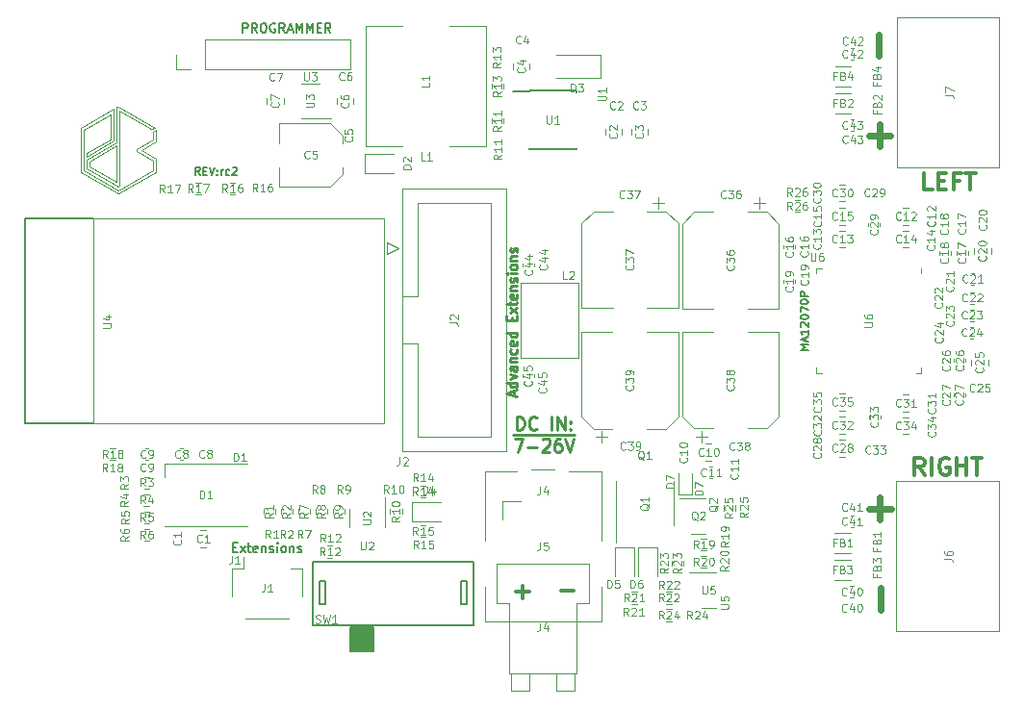
<source format=gbr>
G04 #@! TF.GenerationSoftware,KiCad,Pcbnew,(6.0.5-0)*
G04 #@! TF.CreationDate,2022-10-24T02:35:27+02:00*
G04 #@! TF.ProjectId,muVox,6d75566f-782e-46b6-9963-61645f706362,rc1*
G04 #@! TF.SameCoordinates,Original*
G04 #@! TF.FileFunction,Legend,Top*
G04 #@! TF.FilePolarity,Positive*
%FSLAX46Y46*%
G04 Gerber Fmt 4.6, Leading zero omitted, Abs format (unit mm)*
G04 Created by KiCad (PCBNEW (6.0.5-0)) date 2022-10-24 02:35:27*
%MOMM*%
%LPD*%
G01*
G04 APERTURE LIST*
%ADD10C,0.050000*%
%ADD11C,0.300000*%
%ADD12C,0.250000*%
%ADD13C,0.600000*%
%ADD14C,0.150000*%
%ADD15C,0.375000*%
%ADD16C,0.200000*%
%ADD17C,0.175000*%
%ADD18C,0.212500*%
%ADD19C,0.100000*%
%ADD20C,0.120000*%
%ADD21C,0.127000*%
G04 APERTURE END LIST*
D10*
X82016600Y-115955939D02*
X84821745Y-117564419D01*
X85194494Y-118640284D02*
X85194494Y-117660734D01*
X78565448Y-117486775D02*
X78565448Y-121325128D01*
X79101844Y-120267945D02*
X79101844Y-121008415D01*
X85194494Y-117660734D02*
X84936417Y-117813450D01*
X83489160Y-119327823D02*
X83489160Y-119494049D01*
X81763583Y-115629987D02*
X81763583Y-118740376D01*
X78823525Y-121169254D02*
X78823525Y-117640245D01*
X84936417Y-117813450D02*
X84936417Y-118507299D01*
X78565448Y-121325128D02*
X81878615Y-123242674D01*
X84931357Y-120318161D02*
X84939610Y-121165130D01*
X79096784Y-119671439D02*
X79096784Y-119974887D01*
X79380163Y-120825347D02*
X81763583Y-122206739D01*
X84939610Y-121165130D02*
X81879460Y-122931447D01*
X79101844Y-121008415D02*
X81885259Y-122612771D01*
X84821745Y-117564419D02*
X85091005Y-117415614D01*
X81878615Y-123242674D02*
X85194494Y-121318960D01*
X83901466Y-119401648D02*
X85194494Y-118640284D01*
X85194494Y-121318960D02*
X85194494Y-120170541D01*
X81763583Y-119019226D02*
X79380163Y-120408866D01*
X79380163Y-120408866D02*
X79380163Y-120825347D01*
X81485265Y-115801549D02*
X78565448Y-117486775D01*
X82016600Y-122534862D02*
X82016600Y-115955939D01*
X81884363Y-115562674D02*
X81763583Y-115629987D01*
X81763583Y-118740376D02*
X79101844Y-120267945D01*
X81885259Y-122612771D02*
X82016600Y-122534862D01*
X84936417Y-118507299D02*
X83489160Y-119327823D01*
X81763583Y-122206739D02*
X81763583Y-119019226D01*
X81212006Y-118442131D02*
X79096784Y-119671439D01*
X85194494Y-120170541D02*
X83901466Y-119401648D01*
X78823525Y-117640245D02*
X81212006Y-116267328D01*
X79096784Y-119974887D02*
X81485265Y-118589124D01*
X81212006Y-116267328D02*
X81212006Y-118442131D01*
X81879460Y-122931447D02*
X78823525Y-121169254D01*
X81485265Y-118589124D02*
X81485265Y-115801549D01*
X83489160Y-119494049D02*
X84931357Y-120318161D01*
X85091005Y-117415614D02*
X81884363Y-115562674D01*
D11*
X121981528Y-158176442D02*
X120838671Y-158176442D01*
D12*
X116974157Y-144054157D02*
X116974157Y-142854157D01*
X117236061Y-142854157D01*
X117393204Y-142911300D01*
X117497966Y-143025585D01*
X117550347Y-143139871D01*
X117602728Y-143368442D01*
X117602728Y-143539871D01*
X117550347Y-143768442D01*
X117497966Y-143882728D01*
X117393204Y-143997014D01*
X117236061Y-144054157D01*
X116974157Y-144054157D01*
X118702728Y-143939871D02*
X118650347Y-143997014D01*
X118493204Y-144054157D01*
X118388442Y-144054157D01*
X118231300Y-143997014D01*
X118126538Y-143882728D01*
X118074157Y-143768442D01*
X118021776Y-143539871D01*
X118021776Y-143368442D01*
X118074157Y-143139871D01*
X118126538Y-143025585D01*
X118231300Y-142911300D01*
X118388442Y-142854157D01*
X118493204Y-142854157D01*
X118650347Y-142911300D01*
X118702728Y-142968442D01*
X120012252Y-144054157D02*
X120012252Y-142854157D01*
X120536061Y-144054157D02*
X120536061Y-142854157D01*
X121164633Y-144054157D01*
X121164633Y-142854157D01*
X121688442Y-143939871D02*
X121740823Y-143997014D01*
X121688442Y-144054157D01*
X121636061Y-143997014D01*
X121688442Y-143939871D01*
X121688442Y-144054157D01*
X121688442Y-143311300D02*
X121740823Y-143368442D01*
X121688442Y-143425585D01*
X121636061Y-143368442D01*
X121688442Y-143311300D01*
X121688442Y-143425585D01*
X116607490Y-144447300D02*
X117655109Y-144447300D01*
X116764633Y-144786157D02*
X117497966Y-144786157D01*
X117026538Y-145986157D01*
X117655109Y-144447300D02*
X119017014Y-144447300D01*
X117917014Y-145529014D02*
X118755109Y-145529014D01*
X119017014Y-144447300D02*
X120064633Y-144447300D01*
X119226538Y-144900442D02*
X119278919Y-144843300D01*
X119383680Y-144786157D01*
X119645585Y-144786157D01*
X119750347Y-144843300D01*
X119802728Y-144900442D01*
X119855109Y-145014728D01*
X119855109Y-145129014D01*
X119802728Y-145300442D01*
X119174157Y-145986157D01*
X119855109Y-145986157D01*
X120064633Y-144447300D02*
X121112252Y-144447300D01*
X120797966Y-144786157D02*
X120588442Y-144786157D01*
X120483680Y-144843300D01*
X120431300Y-144900442D01*
X120326538Y-145071871D01*
X120274157Y-145300442D01*
X120274157Y-145757585D01*
X120326538Y-145871871D01*
X120378919Y-145929014D01*
X120483680Y-145986157D01*
X120693204Y-145986157D01*
X120797966Y-145929014D01*
X120850347Y-145871871D01*
X120902728Y-145757585D01*
X120902728Y-145471871D01*
X120850347Y-145357585D01*
X120797966Y-145300442D01*
X120693204Y-145243300D01*
X120483680Y-145243300D01*
X120378919Y-145300442D01*
X120326538Y-145357585D01*
X120274157Y-145471871D01*
X121112252Y-144447300D02*
X122055109Y-144447300D01*
X121217014Y-144786157D02*
X121583680Y-145986157D01*
X121950347Y-144786157D01*
D13*
X148921428Y-151902380D02*
X148921428Y-149997619D01*
X147969047Y-150950000D02*
X149873809Y-150950000D01*
D11*
X118024528Y-158289442D02*
X116881671Y-158289442D01*
X117453100Y-158860871D02*
X117453100Y-157718014D01*
D14*
X89083533Y-121601666D02*
X88850200Y-121268333D01*
X88683533Y-121601666D02*
X88683533Y-120901666D01*
X88950200Y-120901666D01*
X89016866Y-120935000D01*
X89050200Y-120968333D01*
X89083533Y-121035000D01*
X89083533Y-121135000D01*
X89050200Y-121201666D01*
X89016866Y-121235000D01*
X88950200Y-121268333D01*
X88683533Y-121268333D01*
X89383533Y-121235000D02*
X89616866Y-121235000D01*
X89716866Y-121601666D02*
X89383533Y-121601666D01*
X89383533Y-120901666D01*
X89716866Y-120901666D01*
X89916866Y-120901666D02*
X90150200Y-121601666D01*
X90383533Y-120901666D01*
X90616866Y-121535000D02*
X90650200Y-121568333D01*
X90616866Y-121601666D01*
X90583533Y-121568333D01*
X90616866Y-121535000D01*
X90616866Y-121601666D01*
X90616866Y-121168333D02*
X90650200Y-121201666D01*
X90616866Y-121235000D01*
X90583533Y-121201666D01*
X90616866Y-121168333D01*
X90616866Y-121235000D01*
X90950200Y-121601666D02*
X90950200Y-121135000D01*
X90950200Y-121268333D02*
X90983533Y-121201666D01*
X91016866Y-121168333D01*
X91083533Y-121135000D01*
X91150200Y-121135000D01*
X91683533Y-121568333D02*
X91616866Y-121601666D01*
X91483533Y-121601666D01*
X91416866Y-121568333D01*
X91383533Y-121535000D01*
X91350200Y-121468333D01*
X91350200Y-121268333D01*
X91383533Y-121201666D01*
X91416866Y-121168333D01*
X91483533Y-121135000D01*
X91616866Y-121135000D01*
X91683533Y-121168333D01*
X91950200Y-120968333D02*
X91983533Y-120935000D01*
X92050200Y-120901666D01*
X92216866Y-120901666D01*
X92283533Y-120935000D01*
X92316866Y-120968333D01*
X92350200Y-121035000D01*
X92350200Y-121101666D01*
X92316866Y-121201666D01*
X91916866Y-121601666D01*
X92350200Y-121601666D01*
D13*
X149001428Y-159832380D02*
X149001428Y-157927619D01*
D15*
X152820000Y-147988571D02*
X152320000Y-147274285D01*
X151962857Y-147988571D02*
X151962857Y-146488571D01*
X152534285Y-146488571D01*
X152677142Y-146560000D01*
X152748571Y-146631428D01*
X152820000Y-146774285D01*
X152820000Y-146988571D01*
X152748571Y-147131428D01*
X152677142Y-147202857D01*
X152534285Y-147274285D01*
X151962857Y-147274285D01*
X153462857Y-147988571D02*
X153462857Y-146488571D01*
X154962857Y-146560000D02*
X154820000Y-146488571D01*
X154605714Y-146488571D01*
X154391428Y-146560000D01*
X154248571Y-146702857D01*
X154177142Y-146845714D01*
X154105714Y-147131428D01*
X154105714Y-147345714D01*
X154177142Y-147631428D01*
X154248571Y-147774285D01*
X154391428Y-147917142D01*
X154605714Y-147988571D01*
X154748571Y-147988571D01*
X154962857Y-147917142D01*
X155034285Y-147845714D01*
X155034285Y-147345714D01*
X154748571Y-147345714D01*
X155677142Y-147988571D02*
X155677142Y-146488571D01*
X155677142Y-147202857D02*
X156534285Y-147202857D01*
X156534285Y-147988571D02*
X156534285Y-146488571D01*
X157034285Y-146488571D02*
X157891428Y-146488571D01*
X157462857Y-147988571D02*
X157462857Y-146488571D01*
D13*
X148888571Y-117147619D02*
X148888571Y-119052380D01*
X149840952Y-118100000D02*
X147936190Y-118100000D01*
D16*
X92005523Y-154371285D02*
X92272190Y-154371285D01*
X92386476Y-154816523D02*
X92005523Y-154816523D01*
X92005523Y-153966523D01*
X92386476Y-153966523D01*
X92653142Y-154816523D02*
X93072190Y-154249857D01*
X92653142Y-154249857D02*
X93072190Y-154816523D01*
X93262666Y-154249857D02*
X93567428Y-154249857D01*
X93376952Y-153966523D02*
X93376952Y-154695095D01*
X93415047Y-154776047D01*
X93491238Y-154816523D01*
X93567428Y-154816523D01*
X94138857Y-154776047D02*
X94062666Y-154816523D01*
X93910285Y-154816523D01*
X93834095Y-154776047D01*
X93796000Y-154695095D01*
X93796000Y-154371285D01*
X93834095Y-154290333D01*
X93910285Y-154249857D01*
X94062666Y-154249857D01*
X94138857Y-154290333D01*
X94176952Y-154371285D01*
X94176952Y-154452238D01*
X93796000Y-154533190D01*
X94519809Y-154249857D02*
X94519809Y-154816523D01*
X94519809Y-154330809D02*
X94557904Y-154290333D01*
X94634095Y-154249857D01*
X94748380Y-154249857D01*
X94824571Y-154290333D01*
X94862666Y-154371285D01*
X94862666Y-154816523D01*
X95205523Y-154776047D02*
X95281714Y-154816523D01*
X95434095Y-154816523D01*
X95510285Y-154776047D01*
X95548380Y-154695095D01*
X95548380Y-154654619D01*
X95510285Y-154573666D01*
X95434095Y-154533190D01*
X95319809Y-154533190D01*
X95243619Y-154492714D01*
X95205523Y-154411761D01*
X95205523Y-154371285D01*
X95243619Y-154290333D01*
X95319809Y-154249857D01*
X95434095Y-154249857D01*
X95510285Y-154290333D01*
X95891238Y-154816523D02*
X95891238Y-154249857D01*
X95891238Y-153966523D02*
X95853142Y-154007000D01*
X95891238Y-154047476D01*
X95929333Y-154007000D01*
X95891238Y-153966523D01*
X95891238Y-154047476D01*
X96386476Y-154816523D02*
X96310285Y-154776047D01*
X96272190Y-154735571D01*
X96234095Y-154654619D01*
X96234095Y-154411761D01*
X96272190Y-154330809D01*
X96310285Y-154290333D01*
X96386476Y-154249857D01*
X96500761Y-154249857D01*
X96576952Y-154290333D01*
X96615047Y-154330809D01*
X96653142Y-154411761D01*
X96653142Y-154654619D01*
X96615047Y-154735571D01*
X96576952Y-154776047D01*
X96500761Y-154816523D01*
X96386476Y-154816523D01*
X96995999Y-154249857D02*
X96995999Y-154816523D01*
X96995999Y-154330809D02*
X97034095Y-154290333D01*
X97110285Y-154249857D01*
X97224571Y-154249857D01*
X97300761Y-154290333D01*
X97338857Y-154371285D01*
X97338857Y-154816523D01*
X97681714Y-154776047D02*
X97757904Y-154816523D01*
X97910285Y-154816523D01*
X97986476Y-154776047D01*
X98024571Y-154695095D01*
X98024571Y-154654619D01*
X97986476Y-154573666D01*
X97910285Y-154533190D01*
X97795999Y-154533190D01*
X97719809Y-154492714D01*
X97681714Y-154411761D01*
X97681714Y-154371285D01*
X97719809Y-154290333D01*
X97795999Y-154249857D01*
X97910285Y-154249857D01*
X97986476Y-154290333D01*
D15*
X153521428Y-122908571D02*
X152807142Y-122908571D01*
X152807142Y-121408571D01*
X154021428Y-122122857D02*
X154521428Y-122122857D01*
X154735714Y-122908571D02*
X154021428Y-122908571D01*
X154021428Y-121408571D01*
X154735714Y-121408571D01*
X155878571Y-122122857D02*
X155378571Y-122122857D01*
X155378571Y-122908571D02*
X155378571Y-121408571D01*
X156092857Y-121408571D01*
X156450000Y-121408571D02*
X157307142Y-121408571D01*
X156878571Y-122908571D02*
X156878571Y-121408571D01*
D16*
X92842480Y-109041204D02*
X92842480Y-108241204D01*
X93147242Y-108241204D01*
X93223433Y-108279300D01*
X93261528Y-108317395D01*
X93299623Y-108393585D01*
X93299623Y-108507871D01*
X93261528Y-108584061D01*
X93223433Y-108622157D01*
X93147242Y-108660252D01*
X92842480Y-108660252D01*
X94099623Y-109041204D02*
X93832957Y-108660252D01*
X93642480Y-109041204D02*
X93642480Y-108241204D01*
X93947242Y-108241204D01*
X94023433Y-108279300D01*
X94061528Y-108317395D01*
X94099623Y-108393585D01*
X94099623Y-108507871D01*
X94061528Y-108584061D01*
X94023433Y-108622157D01*
X93947242Y-108660252D01*
X93642480Y-108660252D01*
X94594861Y-108241204D02*
X94747242Y-108241204D01*
X94823433Y-108279300D01*
X94899623Y-108355490D01*
X94937719Y-108507871D01*
X94937719Y-108774538D01*
X94899623Y-108926919D01*
X94823433Y-109003109D01*
X94747242Y-109041204D01*
X94594861Y-109041204D01*
X94518671Y-109003109D01*
X94442480Y-108926919D01*
X94404385Y-108774538D01*
X94404385Y-108507871D01*
X94442480Y-108355490D01*
X94518671Y-108279300D01*
X94594861Y-108241204D01*
X95699623Y-108279300D02*
X95623433Y-108241204D01*
X95509147Y-108241204D01*
X95394861Y-108279300D01*
X95318671Y-108355490D01*
X95280576Y-108431680D01*
X95242480Y-108584061D01*
X95242480Y-108698347D01*
X95280576Y-108850728D01*
X95318671Y-108926919D01*
X95394861Y-109003109D01*
X95509147Y-109041204D01*
X95585338Y-109041204D01*
X95699623Y-109003109D01*
X95737719Y-108965014D01*
X95737719Y-108698347D01*
X95585338Y-108698347D01*
X96537719Y-109041204D02*
X96271052Y-108660252D01*
X96080576Y-109041204D02*
X96080576Y-108241204D01*
X96385338Y-108241204D01*
X96461528Y-108279300D01*
X96499623Y-108317395D01*
X96537719Y-108393585D01*
X96537719Y-108507871D01*
X96499623Y-108584061D01*
X96461528Y-108622157D01*
X96385338Y-108660252D01*
X96080576Y-108660252D01*
X96842480Y-108812633D02*
X97223433Y-108812633D01*
X96766290Y-109041204D02*
X97032957Y-108241204D01*
X97299623Y-109041204D01*
X97566290Y-109041204D02*
X97566290Y-108241204D01*
X97832957Y-108812633D01*
X98099623Y-108241204D01*
X98099623Y-109041204D01*
X98480576Y-109041204D02*
X98480576Y-108241204D01*
X98747242Y-108812633D01*
X99013909Y-108241204D01*
X99013909Y-109041204D01*
X99394861Y-108622157D02*
X99661528Y-108622157D01*
X99775814Y-109041204D02*
X99394861Y-109041204D01*
X99394861Y-108241204D01*
X99775814Y-108241204D01*
X100575814Y-109041204D02*
X100309147Y-108660252D01*
X100118671Y-109041204D02*
X100118671Y-108241204D01*
X100423433Y-108241204D01*
X100499623Y-108279300D01*
X100537719Y-108317395D01*
X100575814Y-108393585D01*
X100575814Y-108507871D01*
X100537719Y-108584061D01*
X100499623Y-108622157D01*
X100423433Y-108660252D01*
X100118671Y-108660252D01*
D17*
X142596666Y-136990000D02*
X141896666Y-136990000D01*
X142396666Y-136756666D01*
X141896666Y-136523333D01*
X142596666Y-136523333D01*
X142396666Y-136223333D02*
X142396666Y-135890000D01*
X142596666Y-136290000D02*
X141896666Y-136056666D01*
X142596666Y-135823333D01*
X142596666Y-135223333D02*
X142596666Y-135623333D01*
X142596666Y-135423333D02*
X141896666Y-135423333D01*
X141996666Y-135490000D01*
X142063333Y-135556666D01*
X142096666Y-135623333D01*
X141963333Y-134956666D02*
X141930000Y-134923333D01*
X141896666Y-134856666D01*
X141896666Y-134690000D01*
X141930000Y-134623333D01*
X141963333Y-134590000D01*
X142030000Y-134556666D01*
X142096666Y-134556666D01*
X142196666Y-134590000D01*
X142596666Y-134990000D01*
X142596666Y-134556666D01*
X141896666Y-134123333D02*
X141896666Y-134056666D01*
X141930000Y-133990000D01*
X141963333Y-133956666D01*
X142030000Y-133923333D01*
X142163333Y-133890000D01*
X142330000Y-133890000D01*
X142463333Y-133923333D01*
X142530000Y-133956666D01*
X142563333Y-133990000D01*
X142596666Y-134056666D01*
X142596666Y-134123333D01*
X142563333Y-134190000D01*
X142530000Y-134223333D01*
X142463333Y-134256666D01*
X142330000Y-134290000D01*
X142163333Y-134290000D01*
X142030000Y-134256666D01*
X141963333Y-134223333D01*
X141930000Y-134190000D01*
X141896666Y-134123333D01*
X141896666Y-133656666D02*
X141896666Y-133190000D01*
X142596666Y-133490000D01*
X141896666Y-132790000D02*
X141896666Y-132723333D01*
X141930000Y-132656666D01*
X141963333Y-132623333D01*
X142030000Y-132590000D01*
X142163333Y-132556666D01*
X142330000Y-132556666D01*
X142463333Y-132590000D01*
X142530000Y-132623333D01*
X142563333Y-132656666D01*
X142596666Y-132723333D01*
X142596666Y-132790000D01*
X142563333Y-132856666D01*
X142530000Y-132890000D01*
X142463333Y-132923333D01*
X142330000Y-132956666D01*
X142163333Y-132956666D01*
X142030000Y-132923333D01*
X141963333Y-132890000D01*
X141930000Y-132856666D01*
X141896666Y-132790000D01*
X142596666Y-132256666D02*
X141896666Y-132256666D01*
X141896666Y-131990000D01*
X141930000Y-131923333D01*
X141963333Y-131890000D01*
X142030000Y-131856666D01*
X142130000Y-131856666D01*
X142196666Y-131890000D01*
X142230000Y-131923333D01*
X142263333Y-131990000D01*
X142263333Y-132256666D01*
D13*
X148808571Y-109217619D02*
X148808571Y-111122380D01*
D18*
X116715100Y-141000728D02*
X116715100Y-140595966D01*
X116972242Y-141081680D02*
X116072242Y-140798347D01*
X116972242Y-140515014D01*
X116972242Y-139867395D02*
X116072242Y-139867395D01*
X116929385Y-139867395D02*
X116972242Y-139948347D01*
X116972242Y-140110252D01*
X116929385Y-140191204D01*
X116886528Y-140231680D01*
X116800814Y-140272157D01*
X116543671Y-140272157D01*
X116457957Y-140231680D01*
X116415100Y-140191204D01*
X116372242Y-140110252D01*
X116372242Y-139948347D01*
X116415100Y-139867395D01*
X116372242Y-139543585D02*
X116972242Y-139341204D01*
X116372242Y-139138823D01*
X116972242Y-138450728D02*
X116500814Y-138450728D01*
X116415100Y-138491204D01*
X116372242Y-138572157D01*
X116372242Y-138734061D01*
X116415100Y-138815014D01*
X116929385Y-138450728D02*
X116972242Y-138531680D01*
X116972242Y-138734061D01*
X116929385Y-138815014D01*
X116843671Y-138855490D01*
X116757957Y-138855490D01*
X116672242Y-138815014D01*
X116629385Y-138734061D01*
X116629385Y-138531680D01*
X116586528Y-138450728D01*
X116372242Y-138045966D02*
X116972242Y-138045966D01*
X116457957Y-138045966D02*
X116415100Y-138005490D01*
X116372242Y-137924538D01*
X116372242Y-137803109D01*
X116415100Y-137722157D01*
X116500814Y-137681680D01*
X116972242Y-137681680D01*
X116929385Y-136912633D02*
X116972242Y-136993585D01*
X116972242Y-137155490D01*
X116929385Y-137236442D01*
X116886528Y-137276919D01*
X116800814Y-137317395D01*
X116543671Y-137317395D01*
X116457957Y-137276919D01*
X116415100Y-137236442D01*
X116372242Y-137155490D01*
X116372242Y-136993585D01*
X116415100Y-136912633D01*
X116929385Y-136224538D02*
X116972242Y-136305490D01*
X116972242Y-136467395D01*
X116929385Y-136548347D01*
X116843671Y-136588823D01*
X116500814Y-136588823D01*
X116415100Y-136548347D01*
X116372242Y-136467395D01*
X116372242Y-136305490D01*
X116415100Y-136224538D01*
X116500814Y-136184061D01*
X116586528Y-136184061D01*
X116672242Y-136588823D01*
X116972242Y-135455490D02*
X116072242Y-135455490D01*
X116929385Y-135455490D02*
X116972242Y-135536442D01*
X116972242Y-135698347D01*
X116929385Y-135779300D01*
X116886528Y-135819776D01*
X116800814Y-135860252D01*
X116543671Y-135860252D01*
X116457957Y-135819776D01*
X116415100Y-135779300D01*
X116372242Y-135698347D01*
X116372242Y-135536442D01*
X116415100Y-135455490D01*
X116500814Y-134403109D02*
X116500814Y-134119776D01*
X116972242Y-133998347D02*
X116972242Y-134403109D01*
X116072242Y-134403109D01*
X116072242Y-133998347D01*
X116972242Y-133715014D02*
X116372242Y-133269776D01*
X116372242Y-133715014D02*
X116972242Y-133269776D01*
X116372242Y-133067395D02*
X116372242Y-132743585D01*
X116072242Y-132945966D02*
X116843671Y-132945966D01*
X116929385Y-132905490D01*
X116972242Y-132824538D01*
X116972242Y-132743585D01*
X116929385Y-132136442D02*
X116972242Y-132217395D01*
X116972242Y-132379300D01*
X116929385Y-132460252D01*
X116843671Y-132500728D01*
X116500814Y-132500728D01*
X116415100Y-132460252D01*
X116372242Y-132379300D01*
X116372242Y-132217395D01*
X116415100Y-132136442D01*
X116500814Y-132095966D01*
X116586528Y-132095966D01*
X116672242Y-132500728D01*
X116372242Y-131731680D02*
X116972242Y-131731680D01*
X116457957Y-131731680D02*
X116415100Y-131691204D01*
X116372242Y-131610252D01*
X116372242Y-131488823D01*
X116415100Y-131407871D01*
X116500814Y-131367395D01*
X116972242Y-131367395D01*
X116929385Y-131003109D02*
X116972242Y-130922157D01*
X116972242Y-130760252D01*
X116929385Y-130679300D01*
X116843671Y-130638823D01*
X116800814Y-130638823D01*
X116715100Y-130679300D01*
X116672242Y-130760252D01*
X116672242Y-130881680D01*
X116629385Y-130962633D01*
X116543671Y-131003109D01*
X116500814Y-131003109D01*
X116415100Y-130962633D01*
X116372242Y-130881680D01*
X116372242Y-130760252D01*
X116415100Y-130679300D01*
X116972242Y-130274538D02*
X116372242Y-130274538D01*
X116072242Y-130274538D02*
X116115100Y-130315014D01*
X116157957Y-130274538D01*
X116115100Y-130234061D01*
X116072242Y-130274538D01*
X116157957Y-130274538D01*
X116972242Y-129748347D02*
X116929385Y-129829300D01*
X116886528Y-129869776D01*
X116800814Y-129910252D01*
X116543671Y-129910252D01*
X116457957Y-129869776D01*
X116415100Y-129829300D01*
X116372242Y-129748347D01*
X116372242Y-129626919D01*
X116415100Y-129545966D01*
X116457957Y-129505490D01*
X116543671Y-129465014D01*
X116800814Y-129465014D01*
X116886528Y-129505490D01*
X116929385Y-129545966D01*
X116972242Y-129626919D01*
X116972242Y-129748347D01*
X116372242Y-129100728D02*
X116972242Y-129100728D01*
X116457957Y-129100728D02*
X116415100Y-129060252D01*
X116372242Y-128979300D01*
X116372242Y-128857871D01*
X116415100Y-128776919D01*
X116500814Y-128736442D01*
X116972242Y-128736442D01*
X116929385Y-128372157D02*
X116972242Y-128291204D01*
X116972242Y-128129300D01*
X116929385Y-128048347D01*
X116843671Y-128007871D01*
X116800814Y-128007871D01*
X116715100Y-128048347D01*
X116672242Y-128129300D01*
X116672242Y-128250728D01*
X116629385Y-128331680D01*
X116543671Y-128372157D01*
X116500814Y-128372157D01*
X116415100Y-128331680D01*
X116372242Y-128250728D01*
X116372242Y-128129300D01*
X116415100Y-128048347D01*
D19*
X101773433Y-113179300D02*
X101740100Y-113212633D01*
X101640100Y-113245966D01*
X101573433Y-113245966D01*
X101473433Y-113212633D01*
X101406766Y-113145966D01*
X101373433Y-113079300D01*
X101340100Y-112945966D01*
X101340100Y-112845966D01*
X101373433Y-112712633D01*
X101406766Y-112645966D01*
X101473433Y-112579300D01*
X101573433Y-112545966D01*
X101640100Y-112545966D01*
X101740100Y-112579300D01*
X101773433Y-112612633D01*
X102373433Y-112545966D02*
X102240100Y-112545966D01*
X102173433Y-112579300D01*
X102140100Y-112612633D01*
X102073433Y-112712633D01*
X102040100Y-112845966D01*
X102040100Y-113112633D01*
X102073433Y-113179300D01*
X102106766Y-113212633D01*
X102173433Y-113245966D01*
X102306766Y-113245966D01*
X102373433Y-113212633D01*
X102406766Y-113179300D01*
X102440100Y-113112633D01*
X102440100Y-112945966D01*
X102406766Y-112879300D01*
X102373433Y-112845966D01*
X102306766Y-112812633D01*
X102173433Y-112812633D01*
X102106766Y-112845966D01*
X102073433Y-112879300D01*
X102040100Y-112945966D01*
X102109100Y-115213466D02*
X102142433Y-115246800D01*
X102175766Y-115346800D01*
X102175766Y-115413466D01*
X102142433Y-115513466D01*
X102075766Y-115580133D01*
X102009100Y-115613466D01*
X101875766Y-115646800D01*
X101775766Y-115646800D01*
X101642433Y-115613466D01*
X101575766Y-115580133D01*
X101509100Y-115513466D01*
X101475766Y-115413466D01*
X101475766Y-115346800D01*
X101509100Y-115246800D01*
X101542433Y-115213466D01*
X101475766Y-114613466D02*
X101475766Y-114746800D01*
X101509100Y-114813466D01*
X101542433Y-114846800D01*
X101642433Y-114913466D01*
X101775766Y-114946800D01*
X102042433Y-114946800D01*
X102109100Y-114913466D01*
X102142433Y-114880133D01*
X102175766Y-114813466D01*
X102175766Y-114680133D01*
X102142433Y-114613466D01*
X102109100Y-114580133D01*
X102042433Y-114546800D01*
X101875766Y-114546800D01*
X101809100Y-114580133D01*
X101775766Y-114613466D01*
X101742433Y-114680133D01*
X101742433Y-114813466D01*
X101775766Y-114880133D01*
X101809100Y-114913466D01*
X101875766Y-114946800D01*
X95623433Y-113229300D02*
X95590100Y-113262633D01*
X95490100Y-113295966D01*
X95423433Y-113295966D01*
X95323433Y-113262633D01*
X95256766Y-113195966D01*
X95223433Y-113129300D01*
X95190100Y-112995966D01*
X95190100Y-112895966D01*
X95223433Y-112762633D01*
X95256766Y-112695966D01*
X95323433Y-112629300D01*
X95423433Y-112595966D01*
X95490100Y-112595966D01*
X95590100Y-112629300D01*
X95623433Y-112662633D01*
X95856766Y-112595966D02*
X96323433Y-112595966D01*
X96023433Y-113295966D01*
X95959100Y-115196566D02*
X95992433Y-115229900D01*
X96025766Y-115329900D01*
X96025766Y-115396566D01*
X95992433Y-115496566D01*
X95925766Y-115563233D01*
X95859100Y-115596566D01*
X95725766Y-115629900D01*
X95625766Y-115629900D01*
X95492433Y-115596566D01*
X95425766Y-115563233D01*
X95359100Y-115496566D01*
X95325766Y-115396566D01*
X95325766Y-115329900D01*
X95359100Y-115229900D01*
X95392433Y-115196566D01*
X95325766Y-114963233D02*
X95325766Y-114496566D01*
X96025766Y-114796566D01*
X119026766Y-153905966D02*
X119026766Y-154405966D01*
X118993433Y-154505966D01*
X118926766Y-154572633D01*
X118826766Y-154605966D01*
X118760100Y-154605966D01*
X119693433Y-153905966D02*
X119360100Y-153905966D01*
X119326766Y-154239300D01*
X119360100Y-154205966D01*
X119426766Y-154172633D01*
X119593433Y-154172633D01*
X119660100Y-154205966D01*
X119693433Y-154239300D01*
X119726766Y-154305966D01*
X119726766Y-154472633D01*
X119693433Y-154539300D01*
X119660100Y-154572633D01*
X119593433Y-154605966D01*
X119426766Y-154605966D01*
X119360100Y-154572633D01*
X119326766Y-154539300D01*
X128148913Y-146668423D02*
X128082246Y-146635090D01*
X128015580Y-146568423D01*
X127915580Y-146468423D01*
X127848913Y-146435090D01*
X127782246Y-146435090D01*
X127815580Y-146601756D02*
X127748913Y-146568423D01*
X127682246Y-146501756D01*
X127648913Y-146368423D01*
X127648913Y-146135090D01*
X127682246Y-146001756D01*
X127748913Y-145935090D01*
X127815580Y-145901756D01*
X127948913Y-145901756D01*
X128015580Y-145935090D01*
X128082246Y-146001756D01*
X128115580Y-146135090D01*
X128115580Y-146368423D01*
X128082246Y-146501756D01*
X128015580Y-146568423D01*
X127948913Y-146601756D01*
X127815580Y-146601756D01*
X128782246Y-146601756D02*
X128382246Y-146601756D01*
X128582246Y-146601756D02*
X128582246Y-145901756D01*
X128515580Y-146001756D01*
X128448913Y-146068423D01*
X128382246Y-146101756D01*
X128602533Y-150559766D02*
X128569200Y-150626433D01*
X128502533Y-150693100D01*
X128402533Y-150793100D01*
X128369200Y-150859766D01*
X128369200Y-150926433D01*
X128535866Y-150893100D02*
X128502533Y-150959766D01*
X128435866Y-151026433D01*
X128302533Y-151059766D01*
X128069200Y-151059766D01*
X127935866Y-151026433D01*
X127869200Y-150959766D01*
X127835866Y-150893100D01*
X127835866Y-150759766D01*
X127869200Y-150693100D01*
X127935866Y-150626433D01*
X128069200Y-150593100D01*
X128302533Y-150593100D01*
X128435866Y-150626433D01*
X128502533Y-150693100D01*
X128535866Y-150759766D01*
X128535866Y-150893100D01*
X128535866Y-149926433D02*
X128535866Y-150326433D01*
X128535866Y-150126433D02*
X127835866Y-150126433D01*
X127935866Y-150193100D01*
X128002533Y-150259766D01*
X128035866Y-150326433D01*
X98256766Y-112570966D02*
X98256766Y-113137633D01*
X98290100Y-113204300D01*
X98323433Y-113237633D01*
X98390100Y-113270966D01*
X98523433Y-113270966D01*
X98590100Y-113237633D01*
X98623433Y-113204300D01*
X98656766Y-113137633D01*
X98656766Y-112570966D01*
X98923433Y-112570966D02*
X99356766Y-112570966D01*
X99123433Y-112837633D01*
X99223433Y-112837633D01*
X99290100Y-112870966D01*
X99323433Y-112904300D01*
X99356766Y-112970966D01*
X99356766Y-113137633D01*
X99323433Y-113204300D01*
X99290100Y-113237633D01*
X99223433Y-113270966D01*
X99023433Y-113270966D01*
X98956766Y-113237633D01*
X98923433Y-113204300D01*
X98406766Y-115612633D02*
X98973433Y-115612633D01*
X99040100Y-115579300D01*
X99073433Y-115545966D01*
X99106766Y-115479300D01*
X99106766Y-115345966D01*
X99073433Y-115279300D01*
X99040100Y-115245966D01*
X98973433Y-115212633D01*
X98406766Y-115212633D01*
X98406766Y-114945966D02*
X98406766Y-114512633D01*
X98673433Y-114745966D01*
X98673433Y-114645966D01*
X98706766Y-114579300D01*
X98740100Y-114545966D01*
X98806766Y-114512633D01*
X98973433Y-114512633D01*
X99040100Y-114545966D01*
X99073433Y-114579300D01*
X99106766Y-114645966D01*
X99106766Y-114845966D01*
X99073433Y-114912633D01*
X99040100Y-114945966D01*
X106666666Y-146441666D02*
X106666666Y-146941666D01*
X106633333Y-147041666D01*
X106566666Y-147108333D01*
X106466666Y-147141666D01*
X106400000Y-147141666D01*
X106966666Y-146508333D02*
X107000000Y-146475000D01*
X107066666Y-146441666D01*
X107233333Y-146441666D01*
X107300000Y-146475000D01*
X107333333Y-146508333D01*
X107366666Y-146575000D01*
X107366666Y-146641666D01*
X107333333Y-146741666D01*
X106933333Y-147141666D01*
X107366666Y-147141666D01*
X111074266Y-134587633D02*
X111574266Y-134587633D01*
X111674266Y-134620966D01*
X111740933Y-134687633D01*
X111774266Y-134787633D01*
X111774266Y-134854300D01*
X111140933Y-134287633D02*
X111107600Y-134254300D01*
X111074266Y-134187633D01*
X111074266Y-134020966D01*
X111107600Y-133954300D01*
X111140933Y-133920966D01*
X111207600Y-133887633D01*
X111274266Y-133887633D01*
X111374266Y-133920966D01*
X111774266Y-134320966D01*
X111774266Y-133887633D01*
X142520000Y-128330000D02*
X142553333Y-128363333D01*
X142586666Y-128463333D01*
X142586666Y-128530000D01*
X142553333Y-128630000D01*
X142486666Y-128696666D01*
X142420000Y-128730000D01*
X142286666Y-128763333D01*
X142186666Y-128763333D01*
X142053333Y-128730000D01*
X141986666Y-128696666D01*
X141920000Y-128630000D01*
X141886666Y-128530000D01*
X141886666Y-128463333D01*
X141920000Y-128363333D01*
X141953333Y-128330000D01*
X142586666Y-127663333D02*
X142586666Y-128063333D01*
X142586666Y-127863333D02*
X141886666Y-127863333D01*
X141986666Y-127930000D01*
X142053333Y-127996666D01*
X142086666Y-128063333D01*
X141886666Y-127063333D02*
X141886666Y-127196666D01*
X141920000Y-127263333D01*
X141953333Y-127296666D01*
X142053333Y-127363333D01*
X142186666Y-127396666D01*
X142453333Y-127396666D01*
X142520000Y-127363333D01*
X142553333Y-127330000D01*
X142586666Y-127263333D01*
X142586666Y-127130000D01*
X142553333Y-127063333D01*
X142520000Y-127030000D01*
X142453333Y-126996666D01*
X142286666Y-126996666D01*
X142220000Y-127030000D01*
X142186666Y-127063333D01*
X142153333Y-127130000D01*
X142153333Y-127263333D01*
X142186666Y-127330000D01*
X142220000Y-127363333D01*
X142286666Y-127396666D01*
X141210100Y-128369300D02*
X141243433Y-128402633D01*
X141276766Y-128502633D01*
X141276766Y-128569300D01*
X141243433Y-128669300D01*
X141176766Y-128735966D01*
X141110100Y-128769300D01*
X140976766Y-128802633D01*
X140876766Y-128802633D01*
X140743433Y-128769300D01*
X140676766Y-128735966D01*
X140610100Y-128669300D01*
X140576766Y-128569300D01*
X140576766Y-128502633D01*
X140610100Y-128402633D01*
X140643433Y-128369300D01*
X141276766Y-127702633D02*
X141276766Y-128102633D01*
X141276766Y-127902633D02*
X140576766Y-127902633D01*
X140676766Y-127969300D01*
X140743433Y-128035966D01*
X140776766Y-128102633D01*
X140576766Y-127102633D02*
X140576766Y-127235966D01*
X140610100Y-127302633D01*
X140643433Y-127335966D01*
X140743433Y-127402633D01*
X140876766Y-127435966D01*
X141143433Y-127435966D01*
X141210100Y-127402633D01*
X141243433Y-127369300D01*
X141276766Y-127302633D01*
X141276766Y-127169300D01*
X141243433Y-127102633D01*
X141210100Y-127069300D01*
X141143433Y-127035966D01*
X140976766Y-127035966D01*
X140910100Y-127069300D01*
X140876766Y-127102633D01*
X140843433Y-127169300D01*
X140843433Y-127302633D01*
X140876766Y-127369300D01*
X140910100Y-127402633D01*
X140976766Y-127435966D01*
X103251066Y-153870866D02*
X103251066Y-154437533D01*
X103284400Y-154504200D01*
X103317733Y-154537533D01*
X103384400Y-154570866D01*
X103517733Y-154570866D01*
X103584400Y-154537533D01*
X103617733Y-154504200D01*
X103651066Y-154437533D01*
X103651066Y-153870866D01*
X103951066Y-153937533D02*
X103984400Y-153904200D01*
X104051066Y-153870866D01*
X104217733Y-153870866D01*
X104284400Y-153904200D01*
X104317733Y-153937533D01*
X104351066Y-154004200D01*
X104351066Y-154070866D01*
X104317733Y-154170866D01*
X103917733Y-154570866D01*
X104351066Y-154570866D01*
X103430066Y-152318533D02*
X103996733Y-152318533D01*
X104063400Y-152285200D01*
X104096733Y-152251866D01*
X104130066Y-152185200D01*
X104130066Y-152051866D01*
X104096733Y-151985200D01*
X104063400Y-151951866D01*
X103996733Y-151918533D01*
X103430066Y-151918533D01*
X103496733Y-151618533D02*
X103463400Y-151585200D01*
X103430066Y-151518533D01*
X103430066Y-151351866D01*
X103463400Y-151285200D01*
X103496733Y-151251866D01*
X103563400Y-151218533D01*
X103630066Y-151218533D01*
X103730066Y-151251866D01*
X104130066Y-151651866D01*
X104130066Y-151218533D01*
X102440100Y-118220966D02*
X102473433Y-118254300D01*
X102506766Y-118354300D01*
X102506766Y-118420966D01*
X102473433Y-118520966D01*
X102406766Y-118587633D01*
X102340100Y-118620966D01*
X102206766Y-118654300D01*
X102106766Y-118654300D01*
X101973433Y-118620966D01*
X101906766Y-118587633D01*
X101840100Y-118520966D01*
X101806766Y-118420966D01*
X101806766Y-118354300D01*
X101840100Y-118254300D01*
X101873433Y-118220966D01*
X101806766Y-117587633D02*
X101806766Y-117920966D01*
X102140100Y-117954300D01*
X102106766Y-117920966D01*
X102073433Y-117854300D01*
X102073433Y-117687633D01*
X102106766Y-117620966D01*
X102140100Y-117587633D01*
X102206766Y-117554300D01*
X102373433Y-117554300D01*
X102440100Y-117587633D01*
X102473433Y-117620966D01*
X102506766Y-117687633D01*
X102506766Y-117854300D01*
X102473433Y-117920966D01*
X102440100Y-117954300D01*
X98723433Y-120079300D02*
X98690100Y-120112633D01*
X98590100Y-120145966D01*
X98523433Y-120145966D01*
X98423433Y-120112633D01*
X98356766Y-120045966D01*
X98323433Y-119979300D01*
X98290100Y-119845966D01*
X98290100Y-119745966D01*
X98323433Y-119612633D01*
X98356766Y-119545966D01*
X98423433Y-119479300D01*
X98523433Y-119445966D01*
X98590100Y-119445966D01*
X98690100Y-119479300D01*
X98723433Y-119512633D01*
X99356766Y-119445966D02*
X99023433Y-119445966D01*
X98990100Y-119779300D01*
X99023433Y-119745966D01*
X99090100Y-119712633D01*
X99256766Y-119712633D01*
X99323433Y-119745966D01*
X99356766Y-119779300D01*
X99390100Y-119845966D01*
X99390100Y-120012633D01*
X99356766Y-120079300D01*
X99323433Y-120112633D01*
X99256766Y-120145966D01*
X99090100Y-120145966D01*
X99023433Y-120112633D01*
X98990100Y-120079300D01*
X134894466Y-159764333D02*
X135461133Y-159764333D01*
X135527800Y-159731000D01*
X135561133Y-159697666D01*
X135594466Y-159631000D01*
X135594466Y-159497666D01*
X135561133Y-159431000D01*
X135527800Y-159397666D01*
X135461133Y-159364333D01*
X134894466Y-159364333D01*
X134894466Y-158697666D02*
X134894466Y-159031000D01*
X135227800Y-159064333D01*
X135194466Y-159031000D01*
X135161133Y-158964333D01*
X135161133Y-158797666D01*
X135194466Y-158731000D01*
X135227800Y-158697666D01*
X135294466Y-158664333D01*
X135461133Y-158664333D01*
X135527800Y-158697666D01*
X135561133Y-158731000D01*
X135594466Y-158797666D01*
X135594466Y-158964333D01*
X135561133Y-159031000D01*
X135527800Y-159064333D01*
X133291666Y-157766666D02*
X133291666Y-158333333D01*
X133325000Y-158400000D01*
X133358333Y-158433333D01*
X133425000Y-158466666D01*
X133558333Y-158466666D01*
X133625000Y-158433333D01*
X133658333Y-158400000D01*
X133691666Y-158333333D01*
X133691666Y-157766666D01*
X134358333Y-157766666D02*
X134025000Y-157766666D01*
X133991666Y-158100000D01*
X134025000Y-158066666D01*
X134091666Y-158033333D01*
X134258333Y-158033333D01*
X134325000Y-158066666D01*
X134358333Y-158100000D01*
X134391666Y-158166666D01*
X134391666Y-158333333D01*
X134358333Y-158400000D01*
X134325000Y-158433333D01*
X134258333Y-158466666D01*
X134091666Y-158466666D01*
X134025000Y-158433333D01*
X133991666Y-158400000D01*
X126958333Y-157941666D02*
X126958333Y-157241666D01*
X127125000Y-157241666D01*
X127225000Y-157275000D01*
X127291666Y-157341666D01*
X127325000Y-157408333D01*
X127358333Y-157541666D01*
X127358333Y-157641666D01*
X127325000Y-157775000D01*
X127291666Y-157841666D01*
X127225000Y-157908333D01*
X127125000Y-157941666D01*
X126958333Y-157941666D01*
X127958333Y-157241666D02*
X127825000Y-157241666D01*
X127758333Y-157275000D01*
X127725000Y-157308333D01*
X127658333Y-157408333D01*
X127625000Y-157541666D01*
X127625000Y-157808333D01*
X127658333Y-157875000D01*
X127691666Y-157908333D01*
X127758333Y-157941666D01*
X127891666Y-157941666D01*
X127958333Y-157908333D01*
X127991666Y-157875000D01*
X128025000Y-157808333D01*
X128025000Y-157641666D01*
X127991666Y-157575000D01*
X127958333Y-157541666D01*
X127891666Y-157508333D01*
X127758333Y-157508333D01*
X127691666Y-157541666D01*
X127658333Y-157575000D01*
X127625000Y-157641666D01*
X153660100Y-127779300D02*
X153693433Y-127812633D01*
X153726766Y-127912633D01*
X153726766Y-127979300D01*
X153693433Y-128079300D01*
X153626766Y-128145966D01*
X153560100Y-128179300D01*
X153426766Y-128212633D01*
X153326766Y-128212633D01*
X153193433Y-128179300D01*
X153126766Y-128145966D01*
X153060100Y-128079300D01*
X153026766Y-127979300D01*
X153026766Y-127912633D01*
X153060100Y-127812633D01*
X153093433Y-127779300D01*
X153726766Y-127112633D02*
X153726766Y-127512633D01*
X153726766Y-127312633D02*
X153026766Y-127312633D01*
X153126766Y-127379300D01*
X153193433Y-127445966D01*
X153226766Y-127512633D01*
X153260100Y-126512633D02*
X153726766Y-126512633D01*
X152993433Y-126679300D02*
X153493433Y-126845966D01*
X153493433Y-126412633D01*
X150740100Y-127479300D02*
X150706766Y-127512633D01*
X150606766Y-127545966D01*
X150540100Y-127545966D01*
X150440100Y-127512633D01*
X150373433Y-127445966D01*
X150340100Y-127379300D01*
X150306766Y-127245966D01*
X150306766Y-127145966D01*
X150340100Y-127012633D01*
X150373433Y-126945966D01*
X150440100Y-126879300D01*
X150540100Y-126845966D01*
X150606766Y-126845966D01*
X150706766Y-126879300D01*
X150740100Y-126912633D01*
X151406766Y-127545966D02*
X151006766Y-127545966D01*
X151206766Y-127545966D02*
X151206766Y-126845966D01*
X151140100Y-126945966D01*
X151073433Y-127012633D01*
X151006766Y-127045966D01*
X152006766Y-127079300D02*
X152006766Y-127545966D01*
X151840100Y-126812633D02*
X151673433Y-127312633D01*
X152106766Y-127312633D01*
X95285733Y-153529466D02*
X95052400Y-153196133D01*
X94885733Y-153529466D02*
X94885733Y-152829466D01*
X95152400Y-152829466D01*
X95219066Y-152862800D01*
X95252400Y-152896133D01*
X95285733Y-152962800D01*
X95285733Y-153062800D01*
X95252400Y-153129466D01*
X95219066Y-153162800D01*
X95152400Y-153196133D01*
X94885733Y-153196133D01*
X95952400Y-153529466D02*
X95552400Y-153529466D01*
X95752400Y-153529466D02*
X95752400Y-152829466D01*
X95685733Y-152929466D01*
X95619066Y-152996133D01*
X95552400Y-153029466D01*
X95515866Y-151322866D02*
X95182533Y-151556200D01*
X95515866Y-151722866D02*
X94815866Y-151722866D01*
X94815866Y-151456200D01*
X94849200Y-151389533D01*
X94882533Y-151356200D01*
X94949200Y-151322866D01*
X95049200Y-151322866D01*
X95115866Y-151356200D01*
X95149200Y-151389533D01*
X95182533Y-151456200D01*
X95182533Y-151722866D01*
X95515866Y-150656200D02*
X95515866Y-151056200D01*
X95515866Y-150856200D02*
X94815866Y-150856200D01*
X94915866Y-150922866D01*
X94982533Y-150989533D01*
X95015866Y-151056200D01*
X136100400Y-145741200D02*
X136067066Y-145774533D01*
X135967066Y-145807866D01*
X135900400Y-145807866D01*
X135800400Y-145774533D01*
X135733733Y-145707866D01*
X135700400Y-145641200D01*
X135667066Y-145507866D01*
X135667066Y-145407866D01*
X135700400Y-145274533D01*
X135733733Y-145207866D01*
X135800400Y-145141200D01*
X135900400Y-145107866D01*
X135967066Y-145107866D01*
X136067066Y-145141200D01*
X136100400Y-145174533D01*
X136333733Y-145107866D02*
X136767066Y-145107866D01*
X136533733Y-145374533D01*
X136633733Y-145374533D01*
X136700400Y-145407866D01*
X136733733Y-145441200D01*
X136767066Y-145507866D01*
X136767066Y-145674533D01*
X136733733Y-145741200D01*
X136700400Y-145774533D01*
X136633733Y-145807866D01*
X136433733Y-145807866D01*
X136367066Y-145774533D01*
X136333733Y-145741200D01*
X137167066Y-145407866D02*
X137100400Y-145374533D01*
X137067066Y-145341200D01*
X137033733Y-145274533D01*
X137033733Y-145241200D01*
X137067066Y-145174533D01*
X137100400Y-145141200D01*
X137167066Y-145107866D01*
X137300400Y-145107866D01*
X137367066Y-145141200D01*
X137400400Y-145174533D01*
X137433733Y-145241200D01*
X137433733Y-145274533D01*
X137400400Y-145341200D01*
X137367066Y-145374533D01*
X137300400Y-145407866D01*
X137167066Y-145407866D01*
X137100400Y-145441200D01*
X137067066Y-145474533D01*
X137033733Y-145541200D01*
X137033733Y-145674533D01*
X137067066Y-145741200D01*
X137100400Y-145774533D01*
X137167066Y-145807866D01*
X137300400Y-145807866D01*
X137367066Y-145774533D01*
X137400400Y-145741200D01*
X137433733Y-145674533D01*
X137433733Y-145541200D01*
X137400400Y-145474533D01*
X137367066Y-145441200D01*
X137300400Y-145407866D01*
X136010480Y-140094790D02*
X136043813Y-140128123D01*
X136077146Y-140228123D01*
X136077146Y-140294790D01*
X136043813Y-140394790D01*
X135977146Y-140461456D01*
X135910480Y-140494790D01*
X135777146Y-140528123D01*
X135677146Y-140528123D01*
X135543813Y-140494790D01*
X135477146Y-140461456D01*
X135410480Y-140394790D01*
X135377146Y-140294790D01*
X135377146Y-140228123D01*
X135410480Y-140128123D01*
X135443813Y-140094790D01*
X135377146Y-139861456D02*
X135377146Y-139428123D01*
X135643813Y-139661456D01*
X135643813Y-139561456D01*
X135677146Y-139494790D01*
X135710480Y-139461456D01*
X135777146Y-139428123D01*
X135943813Y-139428123D01*
X136010480Y-139461456D01*
X136043813Y-139494790D01*
X136077146Y-139561456D01*
X136077146Y-139761456D01*
X136043813Y-139828123D01*
X136010480Y-139861456D01*
X135677146Y-139028123D02*
X135643813Y-139094790D01*
X135610480Y-139128123D01*
X135543813Y-139161456D01*
X135510480Y-139161456D01*
X135443813Y-139128123D01*
X135410480Y-139094790D01*
X135377146Y-139028123D01*
X135377146Y-138894790D01*
X135410480Y-138828123D01*
X135443813Y-138794790D01*
X135510480Y-138761456D01*
X135543813Y-138761456D01*
X135610480Y-138794790D01*
X135643813Y-138828123D01*
X135677146Y-138894790D01*
X135677146Y-139028123D01*
X135710480Y-139094790D01*
X135743813Y-139128123D01*
X135810480Y-139161456D01*
X135943813Y-139161456D01*
X136010480Y-139128123D01*
X136043813Y-139094790D01*
X136077146Y-139028123D01*
X136077146Y-138894790D01*
X136043813Y-138828123D01*
X136010480Y-138794790D01*
X135943813Y-138761456D01*
X135810480Y-138761456D01*
X135743813Y-138794790D01*
X135710480Y-138828123D01*
X135677146Y-138894790D01*
X147970100Y-123419300D02*
X147936766Y-123452633D01*
X147836766Y-123485966D01*
X147770100Y-123485966D01*
X147670100Y-123452633D01*
X147603433Y-123385966D01*
X147570100Y-123319300D01*
X147536766Y-123185966D01*
X147536766Y-123085966D01*
X147570100Y-122952633D01*
X147603433Y-122885966D01*
X147670100Y-122819300D01*
X147770100Y-122785966D01*
X147836766Y-122785966D01*
X147936766Y-122819300D01*
X147970100Y-122852633D01*
X148236766Y-122852633D02*
X148270100Y-122819300D01*
X148336766Y-122785966D01*
X148503433Y-122785966D01*
X148570100Y-122819300D01*
X148603433Y-122852633D01*
X148636766Y-122919300D01*
X148636766Y-122985966D01*
X148603433Y-123085966D01*
X148203433Y-123485966D01*
X148636766Y-123485966D01*
X148970100Y-123485966D02*
X149103433Y-123485966D01*
X149170100Y-123452633D01*
X149203433Y-123419300D01*
X149270100Y-123319300D01*
X149303433Y-123185966D01*
X149303433Y-122919300D01*
X149270100Y-122852633D01*
X149236766Y-122819300D01*
X149170100Y-122785966D01*
X149036766Y-122785966D01*
X148970100Y-122819300D01*
X148936766Y-122852633D01*
X148903433Y-122919300D01*
X148903433Y-123085966D01*
X148936766Y-123152633D01*
X148970100Y-123185966D01*
X149036766Y-123219300D01*
X149170100Y-123219300D01*
X149236766Y-123185966D01*
X149270100Y-123152633D01*
X149303433Y-123085966D01*
X148650100Y-126409300D02*
X148683433Y-126442633D01*
X148716766Y-126542633D01*
X148716766Y-126609300D01*
X148683433Y-126709300D01*
X148616766Y-126775966D01*
X148550100Y-126809300D01*
X148416766Y-126842633D01*
X148316766Y-126842633D01*
X148183433Y-126809300D01*
X148116766Y-126775966D01*
X148050100Y-126709300D01*
X148016766Y-126609300D01*
X148016766Y-126542633D01*
X148050100Y-126442633D01*
X148083433Y-126409300D01*
X148083433Y-126142633D02*
X148050100Y-126109300D01*
X148016766Y-126042633D01*
X148016766Y-125875966D01*
X148050100Y-125809300D01*
X148083433Y-125775966D01*
X148150100Y-125742633D01*
X148216766Y-125742633D01*
X148316766Y-125775966D01*
X148716766Y-126175966D01*
X148716766Y-125742633D01*
X148716766Y-125409300D02*
X148716766Y-125275966D01*
X148683433Y-125209300D01*
X148650100Y-125175966D01*
X148550100Y-125109300D01*
X148416766Y-125075966D01*
X148150100Y-125075966D01*
X148083433Y-125109300D01*
X148050100Y-125142633D01*
X148016766Y-125209300D01*
X148016766Y-125342633D01*
X148050100Y-125409300D01*
X148083433Y-125442633D01*
X148150100Y-125475966D01*
X148316766Y-125475966D01*
X148383433Y-125442633D01*
X148416766Y-125409300D01*
X148450100Y-125342633D01*
X148450100Y-125209300D01*
X148416766Y-125142633D01*
X148383433Y-125109300D01*
X148316766Y-125075966D01*
X82791666Y-148791666D02*
X82458333Y-149025000D01*
X82791666Y-149191666D02*
X82091666Y-149191666D01*
X82091666Y-148925000D01*
X82125000Y-148858333D01*
X82158333Y-148825000D01*
X82225000Y-148791666D01*
X82325000Y-148791666D01*
X82391666Y-148825000D01*
X82425000Y-148858333D01*
X82458333Y-148925000D01*
X82458333Y-149191666D01*
X82091666Y-148558333D02*
X82091666Y-148125000D01*
X82358333Y-148358333D01*
X82358333Y-148258333D01*
X82391666Y-148191666D01*
X82425000Y-148158333D01*
X82491666Y-148125000D01*
X82658333Y-148125000D01*
X82725000Y-148158333D01*
X82758333Y-148191666D01*
X82791666Y-148258333D01*
X82791666Y-148458333D01*
X82758333Y-148525000D01*
X82725000Y-148558333D01*
X84274233Y-148991666D02*
X84040900Y-148658333D01*
X83874233Y-148991666D02*
X83874233Y-148291666D01*
X84140900Y-148291666D01*
X84207566Y-148325000D01*
X84240900Y-148358333D01*
X84274233Y-148425000D01*
X84274233Y-148525000D01*
X84240900Y-148591666D01*
X84207566Y-148625000D01*
X84140900Y-148658333D01*
X83874233Y-148658333D01*
X84507566Y-148291666D02*
X84940900Y-148291666D01*
X84707566Y-148558333D01*
X84807566Y-148558333D01*
X84874233Y-148591666D01*
X84907566Y-148625000D01*
X84940900Y-148691666D01*
X84940900Y-148858333D01*
X84907566Y-148925000D01*
X84874233Y-148958333D01*
X84807566Y-148991666D01*
X84607566Y-148991666D01*
X84540900Y-148958333D01*
X84507566Y-148925000D01*
X136350000Y-147900000D02*
X136383333Y-147933333D01*
X136416666Y-148033333D01*
X136416666Y-148100000D01*
X136383333Y-148200000D01*
X136316666Y-148266666D01*
X136250000Y-148300000D01*
X136116666Y-148333333D01*
X136016666Y-148333333D01*
X135883333Y-148300000D01*
X135816666Y-148266666D01*
X135750000Y-148200000D01*
X135716666Y-148100000D01*
X135716666Y-148033333D01*
X135750000Y-147933333D01*
X135783333Y-147900000D01*
X136416666Y-147233333D02*
X136416666Y-147633333D01*
X136416666Y-147433333D02*
X135716666Y-147433333D01*
X135816666Y-147500000D01*
X135883333Y-147566666D01*
X135916666Y-147633333D01*
X136416666Y-146566666D02*
X136416666Y-146966666D01*
X136416666Y-146766666D02*
X135716666Y-146766666D01*
X135816666Y-146833333D01*
X135883333Y-146900000D01*
X135916666Y-146966666D01*
X133600000Y-148050000D02*
X133566666Y-148083333D01*
X133466666Y-148116666D01*
X133400000Y-148116666D01*
X133300000Y-148083333D01*
X133233333Y-148016666D01*
X133200000Y-147950000D01*
X133166666Y-147816666D01*
X133166666Y-147716666D01*
X133200000Y-147583333D01*
X133233333Y-147516666D01*
X133300000Y-147450000D01*
X133400000Y-147416666D01*
X133466666Y-147416666D01*
X133566666Y-147450000D01*
X133600000Y-147483333D01*
X134266666Y-148116666D02*
X133866666Y-148116666D01*
X134066666Y-148116666D02*
X134066666Y-147416666D01*
X134000000Y-147516666D01*
X133933333Y-147583333D01*
X133866666Y-147616666D01*
X134933333Y-148116666D02*
X134533333Y-148116666D01*
X134733333Y-148116666D02*
X134733333Y-147416666D01*
X134666666Y-147516666D01*
X134600000Y-147583333D01*
X134533333Y-147616666D01*
X153740100Y-142129300D02*
X153773433Y-142162633D01*
X153806766Y-142262633D01*
X153806766Y-142329300D01*
X153773433Y-142429300D01*
X153706766Y-142495966D01*
X153640100Y-142529300D01*
X153506766Y-142562633D01*
X153406766Y-142562633D01*
X153273433Y-142529300D01*
X153206766Y-142495966D01*
X153140100Y-142429300D01*
X153106766Y-142329300D01*
X153106766Y-142262633D01*
X153140100Y-142162633D01*
X153173433Y-142129300D01*
X153106766Y-141895966D02*
X153106766Y-141462633D01*
X153373433Y-141695966D01*
X153373433Y-141595966D01*
X153406766Y-141529300D01*
X153440100Y-141495966D01*
X153506766Y-141462633D01*
X153673433Y-141462633D01*
X153740100Y-141495966D01*
X153773433Y-141529300D01*
X153806766Y-141595966D01*
X153806766Y-141795966D01*
X153773433Y-141862633D01*
X153740100Y-141895966D01*
X153806766Y-140795966D02*
X153806766Y-141195966D01*
X153806766Y-140995966D02*
X153106766Y-140995966D01*
X153206766Y-141062633D01*
X153273433Y-141129300D01*
X153306766Y-141195966D01*
X150740100Y-141929300D02*
X150706766Y-141962633D01*
X150606766Y-141995966D01*
X150540100Y-141995966D01*
X150440100Y-141962633D01*
X150373433Y-141895966D01*
X150340100Y-141829300D01*
X150306766Y-141695966D01*
X150306766Y-141595966D01*
X150340100Y-141462633D01*
X150373433Y-141395966D01*
X150440100Y-141329300D01*
X150540100Y-141295966D01*
X150606766Y-141295966D01*
X150706766Y-141329300D01*
X150740100Y-141362633D01*
X150973433Y-141295966D02*
X151406766Y-141295966D01*
X151173433Y-141562633D01*
X151273433Y-141562633D01*
X151340100Y-141595966D01*
X151373433Y-141629300D01*
X151406766Y-141695966D01*
X151406766Y-141862633D01*
X151373433Y-141929300D01*
X151340100Y-141962633D01*
X151273433Y-141995966D01*
X151073433Y-141995966D01*
X151006766Y-141962633D01*
X150973433Y-141929300D01*
X152073433Y-141995966D02*
X151673433Y-141995966D01*
X151873433Y-141995966D02*
X151873433Y-141295966D01*
X151806766Y-141395966D01*
X151740100Y-141462633D01*
X151673433Y-141495966D01*
X154576766Y-155382633D02*
X155076766Y-155382633D01*
X155176766Y-155415966D01*
X155243433Y-155482633D01*
X155276766Y-155582633D01*
X155276766Y-155649300D01*
X154576766Y-154749300D02*
X154576766Y-154882633D01*
X154610100Y-154949300D01*
X154643433Y-154982633D01*
X154743433Y-155049300D01*
X154876766Y-155082633D01*
X155143433Y-155082633D01*
X155210100Y-155049300D01*
X155243433Y-155015966D01*
X155276766Y-154949300D01*
X155276766Y-154815966D01*
X155243433Y-154749300D01*
X155210100Y-154715966D01*
X155143433Y-154682633D01*
X154976766Y-154682633D01*
X154910100Y-154715966D01*
X154876766Y-154749300D01*
X154843433Y-154815966D01*
X154843433Y-154949300D01*
X154876766Y-155015966D01*
X154910100Y-155049300D01*
X154976766Y-155082633D01*
X132375000Y-160666666D02*
X132141666Y-160333333D01*
X131975000Y-160666666D02*
X131975000Y-159966666D01*
X132241666Y-159966666D01*
X132308333Y-160000000D01*
X132341666Y-160033333D01*
X132375000Y-160100000D01*
X132375000Y-160200000D01*
X132341666Y-160266666D01*
X132308333Y-160300000D01*
X132241666Y-160333333D01*
X131975000Y-160333333D01*
X132641666Y-160033333D02*
X132675000Y-160000000D01*
X132741666Y-159966666D01*
X132908333Y-159966666D01*
X132975000Y-160000000D01*
X133008333Y-160033333D01*
X133041666Y-160100000D01*
X133041666Y-160166666D01*
X133008333Y-160266666D01*
X132608333Y-160666666D01*
X133041666Y-160666666D01*
X133641666Y-160200000D02*
X133641666Y-160666666D01*
X133475000Y-159933333D02*
X133308333Y-160433333D01*
X133741666Y-160433333D01*
X129875000Y-160666666D02*
X129641666Y-160333333D01*
X129475000Y-160666666D02*
X129475000Y-159966666D01*
X129741666Y-159966666D01*
X129808333Y-160000000D01*
X129841666Y-160033333D01*
X129875000Y-160100000D01*
X129875000Y-160200000D01*
X129841666Y-160266666D01*
X129808333Y-160300000D01*
X129741666Y-160333333D01*
X129475000Y-160333333D01*
X130141666Y-160033333D02*
X130175000Y-160000000D01*
X130241666Y-159966666D01*
X130408333Y-159966666D01*
X130475000Y-160000000D01*
X130508333Y-160033333D01*
X130541666Y-160100000D01*
X130541666Y-160166666D01*
X130508333Y-160266666D01*
X130108333Y-160666666D01*
X130541666Y-160666666D01*
X131141666Y-160200000D02*
X131141666Y-160666666D01*
X130975000Y-159933333D02*
X130808333Y-160433333D01*
X131241666Y-160433333D01*
X108717533Y-149672866D02*
X108717533Y-148972866D01*
X108884200Y-148972866D01*
X108984200Y-149006200D01*
X109050866Y-149072866D01*
X109084200Y-149139533D01*
X109117533Y-149272866D01*
X109117533Y-149372866D01*
X109084200Y-149506200D01*
X109050866Y-149572866D01*
X108984200Y-149639533D01*
X108884200Y-149672866D01*
X108717533Y-149672866D01*
X109717533Y-149206200D02*
X109717533Y-149672866D01*
X109550866Y-148939533D02*
X109384200Y-149439533D01*
X109817533Y-149439533D01*
X108717533Y-149672866D02*
X108717533Y-148972866D01*
X108884200Y-148972866D01*
X108984200Y-149006200D01*
X109050866Y-149072866D01*
X109084200Y-149139533D01*
X109117533Y-149272866D01*
X109117533Y-149372866D01*
X109084200Y-149506200D01*
X109050866Y-149572866D01*
X108984200Y-149639533D01*
X108884200Y-149672866D01*
X108717533Y-149672866D01*
X109717533Y-149206200D02*
X109717533Y-149672866D01*
X109550866Y-148939533D02*
X109384200Y-149439533D01*
X109817533Y-149439533D01*
X145995100Y-151109300D02*
X145961766Y-151142633D01*
X145861766Y-151175966D01*
X145795100Y-151175966D01*
X145695100Y-151142633D01*
X145628433Y-151075966D01*
X145595100Y-151009300D01*
X145561766Y-150875966D01*
X145561766Y-150775966D01*
X145595100Y-150642633D01*
X145628433Y-150575966D01*
X145695100Y-150509300D01*
X145795100Y-150475966D01*
X145861766Y-150475966D01*
X145961766Y-150509300D01*
X145995100Y-150542633D01*
X146595100Y-150709300D02*
X146595100Y-151175966D01*
X146428433Y-150442633D02*
X146261766Y-150942633D01*
X146695100Y-150942633D01*
X147328433Y-151175966D02*
X146928433Y-151175966D01*
X147128433Y-151175966D02*
X147128433Y-150475966D01*
X147061766Y-150575966D01*
X146995100Y-150642633D01*
X146928433Y-150675966D01*
X145990100Y-152339300D02*
X145956766Y-152372633D01*
X145856766Y-152405966D01*
X145790100Y-152405966D01*
X145690100Y-152372633D01*
X145623433Y-152305966D01*
X145590100Y-152239300D01*
X145556766Y-152105966D01*
X145556766Y-152005966D01*
X145590100Y-151872633D01*
X145623433Y-151805966D01*
X145690100Y-151739300D01*
X145790100Y-151705966D01*
X145856766Y-151705966D01*
X145956766Y-151739300D01*
X145990100Y-151772633D01*
X146590100Y-151939300D02*
X146590100Y-152405966D01*
X146423433Y-151672633D02*
X146256766Y-152172633D01*
X146690100Y-152172633D01*
X147323433Y-152405966D02*
X146923433Y-152405966D01*
X147123433Y-152405966D02*
X147123433Y-151705966D01*
X147056766Y-151805966D01*
X146990100Y-151872633D01*
X146923433Y-151905966D01*
X108288000Y-154476066D02*
X108054666Y-154142733D01*
X107888000Y-154476066D02*
X107888000Y-153776066D01*
X108154666Y-153776066D01*
X108221333Y-153809400D01*
X108254666Y-153842733D01*
X108288000Y-153909400D01*
X108288000Y-154009400D01*
X108254666Y-154076066D01*
X108221333Y-154109400D01*
X108154666Y-154142733D01*
X107888000Y-154142733D01*
X108954666Y-154476066D02*
X108554666Y-154476066D01*
X108754666Y-154476066D02*
X108754666Y-153776066D01*
X108688000Y-153876066D01*
X108621333Y-153942733D01*
X108554666Y-153976066D01*
X109588000Y-153776066D02*
X109254666Y-153776066D01*
X109221333Y-154109400D01*
X109254666Y-154076066D01*
X109321333Y-154042733D01*
X109488000Y-154042733D01*
X109554666Y-154076066D01*
X109588000Y-154109400D01*
X109621333Y-154176066D01*
X109621333Y-154342733D01*
X109588000Y-154409400D01*
X109554666Y-154442733D01*
X109488000Y-154476066D01*
X109321333Y-154476066D01*
X109254666Y-154442733D01*
X109221333Y-154409400D01*
X108259200Y-153272866D02*
X108025866Y-152939533D01*
X107859200Y-153272866D02*
X107859200Y-152572866D01*
X108125866Y-152572866D01*
X108192533Y-152606200D01*
X108225866Y-152639533D01*
X108259200Y-152706200D01*
X108259200Y-152806200D01*
X108225866Y-152872866D01*
X108192533Y-152906200D01*
X108125866Y-152939533D01*
X107859200Y-152939533D01*
X108925866Y-153272866D02*
X108525866Y-153272866D01*
X108725866Y-153272866D02*
X108725866Y-152572866D01*
X108659200Y-152672866D01*
X108592533Y-152739533D01*
X108525866Y-152772866D01*
X109559200Y-152572866D02*
X109225866Y-152572866D01*
X109192533Y-152906200D01*
X109225866Y-152872866D01*
X109292533Y-152839533D01*
X109459200Y-152839533D01*
X109525866Y-152872866D01*
X109559200Y-152906200D01*
X109592533Y-152972866D01*
X109592533Y-153139533D01*
X109559200Y-153206200D01*
X109525866Y-153239533D01*
X109459200Y-153272866D01*
X109292533Y-153272866D01*
X109225866Y-153239533D01*
X109192533Y-153206200D01*
X153740100Y-144179300D02*
X153773433Y-144212633D01*
X153806766Y-144312633D01*
X153806766Y-144379300D01*
X153773433Y-144479300D01*
X153706766Y-144545966D01*
X153640100Y-144579300D01*
X153506766Y-144612633D01*
X153406766Y-144612633D01*
X153273433Y-144579300D01*
X153206766Y-144545966D01*
X153140100Y-144479300D01*
X153106766Y-144379300D01*
X153106766Y-144312633D01*
X153140100Y-144212633D01*
X153173433Y-144179300D01*
X153106766Y-143945966D02*
X153106766Y-143512633D01*
X153373433Y-143745966D01*
X153373433Y-143645966D01*
X153406766Y-143579300D01*
X153440100Y-143545966D01*
X153506766Y-143512633D01*
X153673433Y-143512633D01*
X153740100Y-143545966D01*
X153773433Y-143579300D01*
X153806766Y-143645966D01*
X153806766Y-143845966D01*
X153773433Y-143912633D01*
X153740100Y-143945966D01*
X153340100Y-142912633D02*
X153806766Y-142912633D01*
X153073433Y-143079300D02*
X153573433Y-143245966D01*
X153573433Y-142812633D01*
X150740100Y-143929300D02*
X150706766Y-143962633D01*
X150606766Y-143995966D01*
X150540100Y-143995966D01*
X150440100Y-143962633D01*
X150373433Y-143895966D01*
X150340100Y-143829300D01*
X150306766Y-143695966D01*
X150306766Y-143595966D01*
X150340100Y-143462633D01*
X150373433Y-143395966D01*
X150440100Y-143329300D01*
X150540100Y-143295966D01*
X150606766Y-143295966D01*
X150706766Y-143329300D01*
X150740100Y-143362633D01*
X150973433Y-143295966D02*
X151406766Y-143295966D01*
X151173433Y-143562633D01*
X151273433Y-143562633D01*
X151340100Y-143595966D01*
X151373433Y-143629300D01*
X151406766Y-143695966D01*
X151406766Y-143862633D01*
X151373433Y-143929300D01*
X151340100Y-143962633D01*
X151273433Y-143995966D01*
X151073433Y-143995966D01*
X151006766Y-143962633D01*
X150973433Y-143929300D01*
X152006766Y-143529300D02*
X152006766Y-143995966D01*
X151840100Y-143262633D02*
X151673433Y-143762633D01*
X152106766Y-143762633D01*
X126423000Y-123567000D02*
X126389666Y-123600333D01*
X126289666Y-123633666D01*
X126223000Y-123633666D01*
X126123000Y-123600333D01*
X126056333Y-123533666D01*
X126023000Y-123467000D01*
X125989666Y-123333666D01*
X125989666Y-123233666D01*
X126023000Y-123100333D01*
X126056333Y-123033666D01*
X126123000Y-122967000D01*
X126223000Y-122933666D01*
X126289666Y-122933666D01*
X126389666Y-122967000D01*
X126423000Y-123000333D01*
X126656333Y-122933666D02*
X127089666Y-122933666D01*
X126856333Y-123200333D01*
X126956333Y-123200333D01*
X127023000Y-123233666D01*
X127056333Y-123267000D01*
X127089666Y-123333666D01*
X127089666Y-123500333D01*
X127056333Y-123567000D01*
X127023000Y-123600333D01*
X126956333Y-123633666D01*
X126756333Y-123633666D01*
X126689666Y-123600333D01*
X126656333Y-123567000D01*
X127323000Y-122933666D02*
X127789666Y-122933666D01*
X127489666Y-123633666D01*
X127165100Y-129504300D02*
X127198433Y-129537633D01*
X127231766Y-129637633D01*
X127231766Y-129704300D01*
X127198433Y-129804300D01*
X127131766Y-129870966D01*
X127065100Y-129904300D01*
X126931766Y-129937633D01*
X126831766Y-129937633D01*
X126698433Y-129904300D01*
X126631766Y-129870966D01*
X126565100Y-129804300D01*
X126531766Y-129704300D01*
X126531766Y-129637633D01*
X126565100Y-129537633D01*
X126598433Y-129504300D01*
X126531766Y-129270966D02*
X126531766Y-128837633D01*
X126798433Y-129070966D01*
X126798433Y-128970966D01*
X126831766Y-128904300D01*
X126865100Y-128870966D01*
X126931766Y-128837633D01*
X127098433Y-128837633D01*
X127165100Y-128870966D01*
X127198433Y-128904300D01*
X127231766Y-128970966D01*
X127231766Y-129170966D01*
X127198433Y-129237633D01*
X127165100Y-129270966D01*
X126531766Y-128604300D02*
X126531766Y-128137633D01*
X127231766Y-128437633D01*
X82832566Y-151841666D02*
X82499233Y-152075000D01*
X82832566Y-152241666D02*
X82132566Y-152241666D01*
X82132566Y-151975000D01*
X82165900Y-151908333D01*
X82199233Y-151875000D01*
X82265900Y-151841666D01*
X82365900Y-151841666D01*
X82432566Y-151875000D01*
X82465900Y-151908333D01*
X82499233Y-151975000D01*
X82499233Y-152241666D01*
X82132566Y-151208333D02*
X82132566Y-151541666D01*
X82465900Y-151575000D01*
X82432566Y-151541666D01*
X82399233Y-151475000D01*
X82399233Y-151308333D01*
X82432566Y-151241666D01*
X82465900Y-151208333D01*
X82532566Y-151175000D01*
X82699233Y-151175000D01*
X82765900Y-151208333D01*
X82799233Y-151241666D01*
X82832566Y-151308333D01*
X82832566Y-151475000D01*
X82799233Y-151541666D01*
X82765900Y-151575000D01*
X84283333Y-152041666D02*
X84050000Y-151708333D01*
X83883333Y-152041666D02*
X83883333Y-151341666D01*
X84150000Y-151341666D01*
X84216666Y-151375000D01*
X84250000Y-151408333D01*
X84283333Y-151475000D01*
X84283333Y-151575000D01*
X84250000Y-151641666D01*
X84216666Y-151675000D01*
X84150000Y-151708333D01*
X83883333Y-151708333D01*
X84916666Y-151341666D02*
X84583333Y-151341666D01*
X84550000Y-151675000D01*
X84583333Y-151641666D01*
X84650000Y-151608333D01*
X84816666Y-151608333D01*
X84883333Y-151641666D01*
X84916666Y-151675000D01*
X84950000Y-151741666D01*
X84950000Y-151908333D01*
X84916666Y-151975000D01*
X84883333Y-152008333D01*
X84816666Y-152041666D01*
X84650000Y-152041666D01*
X84583333Y-152008333D01*
X84550000Y-151975000D01*
X89458333Y-146425000D02*
X89425000Y-146458333D01*
X89325000Y-146491666D01*
X89258333Y-146491666D01*
X89158333Y-146458333D01*
X89091666Y-146391666D01*
X89058333Y-146325000D01*
X89025000Y-146191666D01*
X89025000Y-146091666D01*
X89058333Y-145958333D01*
X89091666Y-145891666D01*
X89158333Y-145825000D01*
X89258333Y-145791666D01*
X89325000Y-145791666D01*
X89425000Y-145825000D01*
X89458333Y-145858333D01*
X89858333Y-146091666D02*
X89791666Y-146058333D01*
X89758333Y-146025000D01*
X89725000Y-145958333D01*
X89725000Y-145925000D01*
X89758333Y-145858333D01*
X89791666Y-145825000D01*
X89858333Y-145791666D01*
X89991666Y-145791666D01*
X90058333Y-145825000D01*
X90091666Y-145858333D01*
X90125000Y-145925000D01*
X90125000Y-145958333D01*
X90091666Y-146025000D01*
X90058333Y-146058333D01*
X89991666Y-146091666D01*
X89858333Y-146091666D01*
X89791666Y-146125000D01*
X89758333Y-146158333D01*
X89725000Y-146225000D01*
X89725000Y-146358333D01*
X89758333Y-146425000D01*
X89791666Y-146458333D01*
X89858333Y-146491666D01*
X89991666Y-146491666D01*
X90058333Y-146458333D01*
X90091666Y-146425000D01*
X90125000Y-146358333D01*
X90125000Y-146225000D01*
X90091666Y-146158333D01*
X90058333Y-146125000D01*
X89991666Y-146091666D01*
X87333333Y-146425000D02*
X87300000Y-146458333D01*
X87200000Y-146491666D01*
X87133333Y-146491666D01*
X87033333Y-146458333D01*
X86966666Y-146391666D01*
X86933333Y-146325000D01*
X86900000Y-146191666D01*
X86900000Y-146091666D01*
X86933333Y-145958333D01*
X86966666Y-145891666D01*
X87033333Y-145825000D01*
X87133333Y-145791666D01*
X87200000Y-145791666D01*
X87300000Y-145825000D01*
X87333333Y-145858333D01*
X87733333Y-146091666D02*
X87666666Y-146058333D01*
X87633333Y-146025000D01*
X87600000Y-145958333D01*
X87600000Y-145925000D01*
X87633333Y-145858333D01*
X87666666Y-145825000D01*
X87733333Y-145791666D01*
X87866666Y-145791666D01*
X87933333Y-145825000D01*
X87966666Y-145858333D01*
X88000000Y-145925000D01*
X88000000Y-145958333D01*
X87966666Y-146025000D01*
X87933333Y-146058333D01*
X87866666Y-146091666D01*
X87733333Y-146091666D01*
X87666666Y-146125000D01*
X87633333Y-146158333D01*
X87600000Y-146225000D01*
X87600000Y-146358333D01*
X87633333Y-146425000D01*
X87666666Y-146458333D01*
X87733333Y-146491666D01*
X87866666Y-146491666D01*
X87933333Y-146458333D01*
X87966666Y-146425000D01*
X88000000Y-146358333D01*
X88000000Y-146225000D01*
X87966666Y-146158333D01*
X87933333Y-146125000D01*
X87866666Y-146091666D01*
X145985100Y-159969300D02*
X145951766Y-160002633D01*
X145851766Y-160035966D01*
X145785100Y-160035966D01*
X145685100Y-160002633D01*
X145618433Y-159935966D01*
X145585100Y-159869300D01*
X145551766Y-159735966D01*
X145551766Y-159635966D01*
X145585100Y-159502633D01*
X145618433Y-159435966D01*
X145685100Y-159369300D01*
X145785100Y-159335966D01*
X145851766Y-159335966D01*
X145951766Y-159369300D01*
X145985100Y-159402633D01*
X146585100Y-159569300D02*
X146585100Y-160035966D01*
X146418433Y-159302633D02*
X146251766Y-159802633D01*
X146685100Y-159802633D01*
X147085100Y-159335966D02*
X147151766Y-159335966D01*
X147218433Y-159369300D01*
X147251766Y-159402633D01*
X147285100Y-159469300D01*
X147318433Y-159602633D01*
X147318433Y-159769300D01*
X147285100Y-159902633D01*
X147251766Y-159969300D01*
X147218433Y-160002633D01*
X147151766Y-160035966D01*
X147085100Y-160035966D01*
X147018433Y-160002633D01*
X146985100Y-159969300D01*
X146951766Y-159902633D01*
X146918433Y-159769300D01*
X146918433Y-159602633D01*
X146951766Y-159469300D01*
X146985100Y-159402633D01*
X147018433Y-159369300D01*
X147085100Y-159335966D01*
X145985100Y-158539300D02*
X145951766Y-158572633D01*
X145851766Y-158605966D01*
X145785100Y-158605966D01*
X145685100Y-158572633D01*
X145618433Y-158505966D01*
X145585100Y-158439300D01*
X145551766Y-158305966D01*
X145551766Y-158205966D01*
X145585100Y-158072633D01*
X145618433Y-158005966D01*
X145685100Y-157939300D01*
X145785100Y-157905966D01*
X145851766Y-157905966D01*
X145951766Y-157939300D01*
X145985100Y-157972633D01*
X146585100Y-158139300D02*
X146585100Y-158605966D01*
X146418433Y-157872633D02*
X146251766Y-158372633D01*
X146685100Y-158372633D01*
X147085100Y-157905966D02*
X147151766Y-157905966D01*
X147218433Y-157939300D01*
X147251766Y-157972633D01*
X147285100Y-158039300D01*
X147318433Y-158172633D01*
X147318433Y-158339300D01*
X147285100Y-158472633D01*
X147251766Y-158539300D01*
X147218433Y-158572633D01*
X147151766Y-158605966D01*
X147085100Y-158605966D01*
X147018433Y-158572633D01*
X146985100Y-158539300D01*
X146951766Y-158472633D01*
X146918433Y-158339300D01*
X146918433Y-158172633D01*
X146951766Y-158039300D01*
X146985100Y-157972633D01*
X147018433Y-157939300D01*
X147085100Y-157905966D01*
X146045100Y-118729300D02*
X146011766Y-118762633D01*
X145911766Y-118795966D01*
X145845100Y-118795966D01*
X145745100Y-118762633D01*
X145678433Y-118695966D01*
X145645100Y-118629300D01*
X145611766Y-118495966D01*
X145611766Y-118395966D01*
X145645100Y-118262633D01*
X145678433Y-118195966D01*
X145745100Y-118129300D01*
X145845100Y-118095966D01*
X145911766Y-118095966D01*
X146011766Y-118129300D01*
X146045100Y-118162633D01*
X146645100Y-118329300D02*
X146645100Y-118795966D01*
X146478433Y-118062633D02*
X146311766Y-118562633D01*
X146745100Y-118562633D01*
X146945100Y-118095966D02*
X147378433Y-118095966D01*
X147145100Y-118362633D01*
X147245100Y-118362633D01*
X147311766Y-118395966D01*
X147345100Y-118429300D01*
X147378433Y-118495966D01*
X147378433Y-118662633D01*
X147345100Y-118729300D01*
X147311766Y-118762633D01*
X147245100Y-118795966D01*
X147045100Y-118795966D01*
X146978433Y-118762633D01*
X146945100Y-118729300D01*
X146035100Y-117469300D02*
X146001766Y-117502633D01*
X145901766Y-117535966D01*
X145835100Y-117535966D01*
X145735100Y-117502633D01*
X145668433Y-117435966D01*
X145635100Y-117369300D01*
X145601766Y-117235966D01*
X145601766Y-117135966D01*
X145635100Y-117002633D01*
X145668433Y-116935966D01*
X145735100Y-116869300D01*
X145835100Y-116835966D01*
X145901766Y-116835966D01*
X146001766Y-116869300D01*
X146035100Y-116902633D01*
X146635100Y-117069300D02*
X146635100Y-117535966D01*
X146468433Y-116802633D02*
X146301766Y-117302633D01*
X146735100Y-117302633D01*
X146935100Y-116835966D02*
X147368433Y-116835966D01*
X147135100Y-117102633D01*
X147235100Y-117102633D01*
X147301766Y-117135966D01*
X147335100Y-117169300D01*
X147368433Y-117235966D01*
X147368433Y-117402633D01*
X147335100Y-117469300D01*
X147301766Y-117502633D01*
X147235100Y-117535966D01*
X147035100Y-117535966D01*
X146968433Y-117502633D01*
X146935100Y-117469300D01*
X148630100Y-154437633D02*
X148630100Y-154670966D01*
X148996766Y-154670966D02*
X148296766Y-154670966D01*
X148296766Y-154337633D01*
X148630100Y-153837633D02*
X148663433Y-153737633D01*
X148696766Y-153704300D01*
X148763433Y-153670966D01*
X148863433Y-153670966D01*
X148930100Y-153704300D01*
X148963433Y-153737633D01*
X148996766Y-153804300D01*
X148996766Y-154070966D01*
X148296766Y-154070966D01*
X148296766Y-153837633D01*
X148330100Y-153770966D01*
X148363433Y-153737633D01*
X148430100Y-153704300D01*
X148496766Y-153704300D01*
X148563433Y-153737633D01*
X148596766Y-153770966D01*
X148630100Y-153837633D01*
X148630100Y-154070966D01*
X148996766Y-153004300D02*
X148996766Y-153404300D01*
X148996766Y-153204300D02*
X148296766Y-153204300D01*
X148396766Y-153270966D01*
X148463433Y-153337633D01*
X148496766Y-153404300D01*
X145031766Y-153929300D02*
X144798433Y-153929300D01*
X144798433Y-154295966D02*
X144798433Y-153595966D01*
X145131766Y-153595966D01*
X145631766Y-153929300D02*
X145731766Y-153962633D01*
X145765100Y-153995966D01*
X145798433Y-154062633D01*
X145798433Y-154162633D01*
X145765100Y-154229300D01*
X145731766Y-154262633D01*
X145665100Y-154295966D01*
X145398433Y-154295966D01*
X145398433Y-153595966D01*
X145631766Y-153595966D01*
X145698433Y-153629300D01*
X145731766Y-153662633D01*
X145765100Y-153729300D01*
X145765100Y-153795966D01*
X145731766Y-153862633D01*
X145698433Y-153895966D01*
X145631766Y-153929300D01*
X145398433Y-153929300D01*
X146465100Y-154295966D02*
X146065100Y-154295966D01*
X146265100Y-154295966D02*
X146265100Y-153595966D01*
X146198433Y-153695966D01*
X146131766Y-153762633D01*
X146065100Y-153795966D01*
X143640100Y-123599300D02*
X143673433Y-123632633D01*
X143706766Y-123732633D01*
X143706766Y-123799300D01*
X143673433Y-123899300D01*
X143606766Y-123965966D01*
X143540100Y-123999300D01*
X143406766Y-124032633D01*
X143306766Y-124032633D01*
X143173433Y-123999300D01*
X143106766Y-123965966D01*
X143040100Y-123899300D01*
X143006766Y-123799300D01*
X143006766Y-123732633D01*
X143040100Y-123632633D01*
X143073433Y-123599300D01*
X143006766Y-123365966D02*
X143006766Y-122932633D01*
X143273433Y-123165966D01*
X143273433Y-123065966D01*
X143306766Y-122999300D01*
X143340100Y-122965966D01*
X143406766Y-122932633D01*
X143573433Y-122932633D01*
X143640100Y-122965966D01*
X143673433Y-122999300D01*
X143706766Y-123065966D01*
X143706766Y-123265966D01*
X143673433Y-123332633D01*
X143640100Y-123365966D01*
X143006766Y-122499300D02*
X143006766Y-122432633D01*
X143040100Y-122365966D01*
X143073433Y-122332633D01*
X143140100Y-122299300D01*
X143273433Y-122265966D01*
X143440100Y-122265966D01*
X143573433Y-122299300D01*
X143640100Y-122332633D01*
X143673433Y-122365966D01*
X143706766Y-122432633D01*
X143706766Y-122499300D01*
X143673433Y-122565966D01*
X143640100Y-122599300D01*
X143573433Y-122632633D01*
X143440100Y-122665966D01*
X143273433Y-122665966D01*
X143140100Y-122632633D01*
X143073433Y-122599300D01*
X143040100Y-122565966D01*
X143006766Y-122499300D01*
X145140100Y-123439300D02*
X145106766Y-123472633D01*
X145006766Y-123505966D01*
X144940100Y-123505966D01*
X144840100Y-123472633D01*
X144773433Y-123405966D01*
X144740100Y-123339300D01*
X144706766Y-123205966D01*
X144706766Y-123105966D01*
X144740100Y-122972633D01*
X144773433Y-122905966D01*
X144840100Y-122839300D01*
X144940100Y-122805966D01*
X145006766Y-122805966D01*
X145106766Y-122839300D01*
X145140100Y-122872633D01*
X145373433Y-122805966D02*
X145806766Y-122805966D01*
X145573433Y-123072633D01*
X145673433Y-123072633D01*
X145740100Y-123105966D01*
X145773433Y-123139300D01*
X145806766Y-123205966D01*
X145806766Y-123372633D01*
X145773433Y-123439300D01*
X145740100Y-123472633D01*
X145673433Y-123505966D01*
X145473433Y-123505966D01*
X145406766Y-123472633D01*
X145373433Y-123439300D01*
X146240100Y-122805966D02*
X146306766Y-122805966D01*
X146373433Y-122839300D01*
X146406766Y-122872633D01*
X146440100Y-122939300D01*
X146473433Y-123072633D01*
X146473433Y-123239300D01*
X146440100Y-123372633D01*
X146406766Y-123439300D01*
X146373433Y-123472633D01*
X146306766Y-123505966D01*
X146240100Y-123505966D01*
X146173433Y-123472633D01*
X146140100Y-123439300D01*
X146106766Y-123372633D01*
X146073433Y-123239300D01*
X146073433Y-123072633D01*
X146106766Y-122939300D01*
X146140100Y-122872633D01*
X146173433Y-122839300D01*
X146240100Y-122805966D01*
X108262600Y-148557866D02*
X108029266Y-148224533D01*
X107862600Y-148557866D02*
X107862600Y-147857866D01*
X108129266Y-147857866D01*
X108195933Y-147891200D01*
X108229266Y-147924533D01*
X108262600Y-147991200D01*
X108262600Y-148091200D01*
X108229266Y-148157866D01*
X108195933Y-148191200D01*
X108129266Y-148224533D01*
X107862600Y-148224533D01*
X108929266Y-148557866D02*
X108529266Y-148557866D01*
X108729266Y-148557866D02*
X108729266Y-147857866D01*
X108662600Y-147957866D01*
X108595933Y-148024533D01*
X108529266Y-148057866D01*
X109529266Y-148091200D02*
X109529266Y-148557866D01*
X109362600Y-147824533D02*
X109195933Y-148324533D01*
X109629266Y-148324533D01*
X108259200Y-149772866D02*
X108025866Y-149439533D01*
X107859200Y-149772866D02*
X107859200Y-149072866D01*
X108125866Y-149072866D01*
X108192533Y-149106200D01*
X108225866Y-149139533D01*
X108259200Y-149206200D01*
X108259200Y-149306200D01*
X108225866Y-149372866D01*
X108192533Y-149406200D01*
X108125866Y-149439533D01*
X107859200Y-149439533D01*
X108925866Y-149772866D02*
X108525866Y-149772866D01*
X108725866Y-149772866D02*
X108725866Y-149072866D01*
X108659200Y-149172866D01*
X108592533Y-149239533D01*
X108525866Y-149272866D01*
X109525866Y-149306200D02*
X109525866Y-149772866D01*
X109359200Y-149039533D02*
X109192533Y-149539533D01*
X109625866Y-149539533D01*
X155012200Y-141420000D02*
X155045533Y-141453333D01*
X155078866Y-141553333D01*
X155078866Y-141620000D01*
X155045533Y-141720000D01*
X154978866Y-141786666D01*
X154912200Y-141820000D01*
X154778866Y-141853333D01*
X154678866Y-141853333D01*
X154545533Y-141820000D01*
X154478866Y-141786666D01*
X154412200Y-141720000D01*
X154378866Y-141620000D01*
X154378866Y-141553333D01*
X154412200Y-141453333D01*
X154445533Y-141420000D01*
X154445533Y-141153333D02*
X154412200Y-141120000D01*
X154378866Y-141053333D01*
X154378866Y-140886666D01*
X154412200Y-140820000D01*
X154445533Y-140786666D01*
X154512200Y-140753333D01*
X154578866Y-140753333D01*
X154678866Y-140786666D01*
X155078866Y-141186666D01*
X155078866Y-140753333D01*
X154378866Y-140520000D02*
X154378866Y-140053333D01*
X155078866Y-140353333D01*
X156155200Y-141394600D02*
X156188533Y-141427933D01*
X156221866Y-141527933D01*
X156221866Y-141594600D01*
X156188533Y-141694600D01*
X156121866Y-141761266D01*
X156055200Y-141794600D01*
X155921866Y-141827933D01*
X155821866Y-141827933D01*
X155688533Y-141794600D01*
X155621866Y-141761266D01*
X155555200Y-141694600D01*
X155521866Y-141594600D01*
X155521866Y-141527933D01*
X155555200Y-141427933D01*
X155588533Y-141394600D01*
X155588533Y-141127933D02*
X155555200Y-141094600D01*
X155521866Y-141027933D01*
X155521866Y-140861266D01*
X155555200Y-140794600D01*
X155588533Y-140761266D01*
X155655200Y-140727933D01*
X155721866Y-140727933D01*
X155821866Y-140761266D01*
X156221866Y-141161266D01*
X156221866Y-140727933D01*
X155521866Y-140494600D02*
X155521866Y-140027933D01*
X156221866Y-140327933D01*
X148640100Y-156737633D02*
X148640100Y-156970966D01*
X149006766Y-156970966D02*
X148306766Y-156970966D01*
X148306766Y-156637633D01*
X148640100Y-156137633D02*
X148673433Y-156037633D01*
X148706766Y-156004300D01*
X148773433Y-155970966D01*
X148873433Y-155970966D01*
X148940100Y-156004300D01*
X148973433Y-156037633D01*
X149006766Y-156104300D01*
X149006766Y-156370966D01*
X148306766Y-156370966D01*
X148306766Y-156137633D01*
X148340100Y-156070966D01*
X148373433Y-156037633D01*
X148440100Y-156004300D01*
X148506766Y-156004300D01*
X148573433Y-156037633D01*
X148606766Y-156070966D01*
X148640100Y-156137633D01*
X148640100Y-156370966D01*
X148306766Y-155737633D02*
X148306766Y-155304300D01*
X148573433Y-155537633D01*
X148573433Y-155437633D01*
X148606766Y-155370966D01*
X148640100Y-155337633D01*
X148706766Y-155304300D01*
X148873433Y-155304300D01*
X148940100Y-155337633D01*
X148973433Y-155370966D01*
X149006766Y-155437633D01*
X149006766Y-155637633D01*
X148973433Y-155704300D01*
X148940100Y-155737633D01*
X145026766Y-156289300D02*
X144793433Y-156289300D01*
X144793433Y-156655966D02*
X144793433Y-155955966D01*
X145126766Y-155955966D01*
X145626766Y-156289300D02*
X145726766Y-156322633D01*
X145760100Y-156355966D01*
X145793433Y-156422633D01*
X145793433Y-156522633D01*
X145760100Y-156589300D01*
X145726766Y-156622633D01*
X145660100Y-156655966D01*
X145393433Y-156655966D01*
X145393433Y-155955966D01*
X145626766Y-155955966D01*
X145693433Y-155989300D01*
X145726766Y-156022633D01*
X145760100Y-156089300D01*
X145760100Y-156155966D01*
X145726766Y-156222633D01*
X145693433Y-156255966D01*
X145626766Y-156289300D01*
X145393433Y-156289300D01*
X146026766Y-155955966D02*
X146460100Y-155955966D01*
X146226766Y-156222633D01*
X146326766Y-156222633D01*
X146393433Y-156255966D01*
X146426766Y-156289300D01*
X146460100Y-156355966D01*
X146460100Y-156522633D01*
X146426766Y-156589300D01*
X146393433Y-156622633D01*
X146326766Y-156655966D01*
X146126766Y-156655966D01*
X146060100Y-156622633D01*
X146026766Y-156589300D01*
X85975000Y-123141666D02*
X85741666Y-122808333D01*
X85575000Y-123141666D02*
X85575000Y-122441666D01*
X85841666Y-122441666D01*
X85908333Y-122475000D01*
X85941666Y-122508333D01*
X85975000Y-122575000D01*
X85975000Y-122675000D01*
X85941666Y-122741666D01*
X85908333Y-122775000D01*
X85841666Y-122808333D01*
X85575000Y-122808333D01*
X86641666Y-123141666D02*
X86241666Y-123141666D01*
X86441666Y-123141666D02*
X86441666Y-122441666D01*
X86375000Y-122541666D01*
X86308333Y-122608333D01*
X86241666Y-122641666D01*
X86875000Y-122441666D02*
X87341666Y-122441666D01*
X87041666Y-123141666D01*
X88465100Y-123095966D02*
X88231766Y-122762633D01*
X88065100Y-123095966D02*
X88065100Y-122395966D01*
X88331766Y-122395966D01*
X88398433Y-122429300D01*
X88431766Y-122462633D01*
X88465100Y-122529300D01*
X88465100Y-122629300D01*
X88431766Y-122695966D01*
X88398433Y-122729300D01*
X88331766Y-122762633D01*
X88065100Y-122762633D01*
X89131766Y-123095966D02*
X88731766Y-123095966D01*
X88931766Y-123095966D02*
X88931766Y-122395966D01*
X88865100Y-122495966D01*
X88798433Y-122562633D01*
X88731766Y-122595966D01*
X89365100Y-122395966D02*
X89831766Y-122395966D01*
X89531766Y-123095966D01*
X82816666Y-153391666D02*
X82483333Y-153625000D01*
X82816666Y-153791666D02*
X82116666Y-153791666D01*
X82116666Y-153525000D01*
X82150000Y-153458333D01*
X82183333Y-153425000D01*
X82250000Y-153391666D01*
X82350000Y-153391666D01*
X82416666Y-153425000D01*
X82450000Y-153458333D01*
X82483333Y-153525000D01*
X82483333Y-153791666D01*
X82116666Y-152791666D02*
X82116666Y-152925000D01*
X82150000Y-152991666D01*
X82183333Y-153025000D01*
X82283333Y-153091666D01*
X82416666Y-153125000D01*
X82683333Y-153125000D01*
X82750000Y-153091666D01*
X82783333Y-153058333D01*
X82816666Y-152991666D01*
X82816666Y-152858333D01*
X82783333Y-152791666D01*
X82750000Y-152758333D01*
X82683333Y-152725000D01*
X82516666Y-152725000D01*
X82450000Y-152758333D01*
X82416666Y-152791666D01*
X82383333Y-152858333D01*
X82383333Y-152991666D01*
X82416666Y-153058333D01*
X82450000Y-153091666D01*
X82516666Y-153125000D01*
X84283333Y-153591666D02*
X84050000Y-153258333D01*
X83883333Y-153591666D02*
X83883333Y-152891666D01*
X84150000Y-152891666D01*
X84216666Y-152925000D01*
X84250000Y-152958333D01*
X84283333Y-153025000D01*
X84283333Y-153125000D01*
X84250000Y-153191666D01*
X84216666Y-153225000D01*
X84150000Y-153258333D01*
X83883333Y-153258333D01*
X84883333Y-152891666D02*
X84750000Y-152891666D01*
X84683333Y-152925000D01*
X84650000Y-152958333D01*
X84583333Y-153058333D01*
X84550000Y-153191666D01*
X84550000Y-153458333D01*
X84583333Y-153525000D01*
X84616666Y-153558333D01*
X84683333Y-153591666D01*
X84816666Y-153591666D01*
X84883333Y-153558333D01*
X84916666Y-153525000D01*
X84950000Y-153458333D01*
X84950000Y-153291666D01*
X84916666Y-153225000D01*
X84883333Y-153191666D01*
X84816666Y-153158333D01*
X84683333Y-153158333D01*
X84616666Y-153191666D01*
X84583333Y-153225000D01*
X84550000Y-153291666D01*
X84283333Y-147600000D02*
X84250000Y-147633333D01*
X84150000Y-147666666D01*
X84083333Y-147666666D01*
X83983333Y-147633333D01*
X83916666Y-147566666D01*
X83883333Y-147500000D01*
X83850000Y-147366666D01*
X83850000Y-147266666D01*
X83883333Y-147133333D01*
X83916666Y-147066666D01*
X83983333Y-147000000D01*
X84083333Y-146966666D01*
X84150000Y-146966666D01*
X84250000Y-147000000D01*
X84283333Y-147033333D01*
X84616666Y-147666666D02*
X84750000Y-147666666D01*
X84816666Y-147633333D01*
X84850000Y-147600000D01*
X84916666Y-147500000D01*
X84950000Y-147366666D01*
X84950000Y-147100000D01*
X84916666Y-147033333D01*
X84883333Y-147000000D01*
X84816666Y-146966666D01*
X84683333Y-146966666D01*
X84616666Y-147000000D01*
X84583333Y-147033333D01*
X84550000Y-147100000D01*
X84550000Y-147266666D01*
X84583333Y-147333333D01*
X84616666Y-147366666D01*
X84683333Y-147400000D01*
X84816666Y-147400000D01*
X84883333Y-147366666D01*
X84916666Y-147333333D01*
X84950000Y-147266666D01*
X84308333Y-146425000D02*
X84275000Y-146458333D01*
X84175000Y-146491666D01*
X84108333Y-146491666D01*
X84008333Y-146458333D01*
X83941666Y-146391666D01*
X83908333Y-146325000D01*
X83875000Y-146191666D01*
X83875000Y-146091666D01*
X83908333Y-145958333D01*
X83941666Y-145891666D01*
X84008333Y-145825000D01*
X84108333Y-145791666D01*
X84175000Y-145791666D01*
X84275000Y-145825000D01*
X84308333Y-145858333D01*
X84641666Y-146491666D02*
X84775000Y-146491666D01*
X84841666Y-146458333D01*
X84875000Y-146425000D01*
X84941666Y-146325000D01*
X84975000Y-146191666D01*
X84975000Y-145925000D01*
X84941666Y-145858333D01*
X84908333Y-145825000D01*
X84841666Y-145791666D01*
X84708333Y-145791666D01*
X84641666Y-145825000D01*
X84608333Y-145858333D01*
X84575000Y-145925000D01*
X84575000Y-146091666D01*
X84608333Y-146158333D01*
X84641666Y-146191666D01*
X84708333Y-146225000D01*
X84841666Y-146225000D01*
X84908333Y-146191666D01*
X84941666Y-146158333D01*
X84975000Y-146091666D01*
X117314433Y-109969300D02*
X117281100Y-110002633D01*
X117181100Y-110035966D01*
X117114433Y-110035966D01*
X117014433Y-110002633D01*
X116947766Y-109935966D01*
X116914433Y-109869300D01*
X116881100Y-109735966D01*
X116881100Y-109635966D01*
X116914433Y-109502633D01*
X116947766Y-109435966D01*
X117014433Y-109369300D01*
X117114433Y-109335966D01*
X117181100Y-109335966D01*
X117281100Y-109369300D01*
X117314433Y-109402633D01*
X117914433Y-109569300D02*
X117914433Y-110035966D01*
X117747766Y-109302633D02*
X117581100Y-109802633D01*
X118014433Y-109802633D01*
X117615100Y-112145966D02*
X117648433Y-112179300D01*
X117681766Y-112279300D01*
X117681766Y-112345966D01*
X117648433Y-112445966D01*
X117581766Y-112512633D01*
X117515100Y-112545966D01*
X117381766Y-112579300D01*
X117281766Y-112579300D01*
X117148433Y-112545966D01*
X117081766Y-112512633D01*
X117015100Y-112445966D01*
X116981766Y-112345966D01*
X116981766Y-112279300D01*
X117015100Y-112179300D01*
X117048433Y-112145966D01*
X117215100Y-111545966D02*
X117681766Y-111545966D01*
X116948433Y-111712633D02*
X117448433Y-111879300D01*
X117448433Y-111445966D01*
X119016766Y-149020966D02*
X119016766Y-149520966D01*
X118983433Y-149620966D01*
X118916766Y-149687633D01*
X118816766Y-149720966D01*
X118750100Y-149720966D01*
X119650100Y-149254300D02*
X119650100Y-149720966D01*
X119483433Y-148987633D02*
X119316766Y-149487633D01*
X119750100Y-149487633D01*
X119016766Y-161020966D02*
X119016766Y-161520966D01*
X118983433Y-161620966D01*
X118916766Y-161687633D01*
X118816766Y-161720966D01*
X118750100Y-161720966D01*
X119650100Y-161254300D02*
X119650100Y-161720966D01*
X119483433Y-160987633D02*
X119316766Y-161487633D01*
X119750100Y-161487633D01*
X148650100Y-115972633D02*
X148650100Y-116205966D01*
X149016766Y-116205966D02*
X148316766Y-116205966D01*
X148316766Y-115872633D01*
X148650100Y-115372633D02*
X148683433Y-115272633D01*
X148716766Y-115239300D01*
X148783433Y-115205966D01*
X148883433Y-115205966D01*
X148950100Y-115239300D01*
X148983433Y-115272633D01*
X149016766Y-115339300D01*
X149016766Y-115605966D01*
X148316766Y-115605966D01*
X148316766Y-115372633D01*
X148350100Y-115305966D01*
X148383433Y-115272633D01*
X148450100Y-115239300D01*
X148516766Y-115239300D01*
X148583433Y-115272633D01*
X148616766Y-115305966D01*
X148650100Y-115372633D01*
X148650100Y-115605966D01*
X148383433Y-114939300D02*
X148350100Y-114905966D01*
X148316766Y-114839300D01*
X148316766Y-114672633D01*
X148350100Y-114605966D01*
X148383433Y-114572633D01*
X148450100Y-114539300D01*
X148516766Y-114539300D01*
X148616766Y-114572633D01*
X149016766Y-114972633D01*
X149016766Y-114539300D01*
X145076766Y-115229300D02*
X144843433Y-115229300D01*
X144843433Y-115595966D02*
X144843433Y-114895966D01*
X145176766Y-114895966D01*
X145676766Y-115229300D02*
X145776766Y-115262633D01*
X145810100Y-115295966D01*
X145843433Y-115362633D01*
X145843433Y-115462633D01*
X145810100Y-115529300D01*
X145776766Y-115562633D01*
X145710100Y-115595966D01*
X145443433Y-115595966D01*
X145443433Y-114895966D01*
X145676766Y-114895966D01*
X145743433Y-114929300D01*
X145776766Y-114962633D01*
X145810100Y-115029300D01*
X145810100Y-115095966D01*
X145776766Y-115162633D01*
X145743433Y-115195966D01*
X145676766Y-115229300D01*
X145443433Y-115229300D01*
X146110100Y-114962633D02*
X146143433Y-114929300D01*
X146210100Y-114895966D01*
X146376766Y-114895966D01*
X146443433Y-114929300D01*
X146476766Y-114962633D01*
X146510100Y-115029300D01*
X146510100Y-115095966D01*
X146476766Y-115195966D01*
X146076766Y-115595966D01*
X146510100Y-115595966D01*
X119565100Y-129504300D02*
X119598433Y-129537633D01*
X119631766Y-129637633D01*
X119631766Y-129704300D01*
X119598433Y-129804300D01*
X119531766Y-129870966D01*
X119465100Y-129904300D01*
X119331766Y-129937633D01*
X119231766Y-129937633D01*
X119098433Y-129904300D01*
X119031766Y-129870966D01*
X118965100Y-129804300D01*
X118931766Y-129704300D01*
X118931766Y-129637633D01*
X118965100Y-129537633D01*
X118998433Y-129504300D01*
X119165100Y-128904300D02*
X119631766Y-128904300D01*
X118898433Y-129070966D02*
X119398433Y-129237633D01*
X119398433Y-128804300D01*
X119165100Y-128237633D02*
X119631766Y-128237633D01*
X118898433Y-128404300D02*
X119398433Y-128570966D01*
X119398433Y-128137633D01*
X118265100Y-129954300D02*
X118298433Y-129987633D01*
X118331766Y-130087633D01*
X118331766Y-130154300D01*
X118298433Y-130254300D01*
X118231766Y-130320966D01*
X118165100Y-130354300D01*
X118031766Y-130387633D01*
X117931766Y-130387633D01*
X117798433Y-130354300D01*
X117731766Y-130320966D01*
X117665100Y-130254300D01*
X117631766Y-130154300D01*
X117631766Y-130087633D01*
X117665100Y-129987633D01*
X117698433Y-129954300D01*
X117865100Y-129354300D02*
X118331766Y-129354300D01*
X117598433Y-129520966D02*
X118098433Y-129687633D01*
X118098433Y-129254300D01*
X117865100Y-128687633D02*
X118331766Y-128687633D01*
X117598433Y-128854300D02*
X118098433Y-129020966D01*
X118098433Y-128587633D01*
X155342400Y-134435000D02*
X155375733Y-134468333D01*
X155409066Y-134568333D01*
X155409066Y-134635000D01*
X155375733Y-134735000D01*
X155309066Y-134801666D01*
X155242400Y-134835000D01*
X155109066Y-134868333D01*
X155009066Y-134868333D01*
X154875733Y-134835000D01*
X154809066Y-134801666D01*
X154742400Y-134735000D01*
X154709066Y-134635000D01*
X154709066Y-134568333D01*
X154742400Y-134468333D01*
X154775733Y-134435000D01*
X154775733Y-134168333D02*
X154742400Y-134135000D01*
X154709066Y-134068333D01*
X154709066Y-133901666D01*
X154742400Y-133835000D01*
X154775733Y-133801666D01*
X154842400Y-133768333D01*
X154909066Y-133768333D01*
X155009066Y-133801666D01*
X155409066Y-134201666D01*
X155409066Y-133768333D01*
X154709066Y-133535000D02*
X154709066Y-133101666D01*
X154975733Y-133335000D01*
X154975733Y-133235000D01*
X155009066Y-133168333D01*
X155042400Y-133135000D01*
X155109066Y-133101666D01*
X155275733Y-133101666D01*
X155342400Y-133135000D01*
X155375733Y-133168333D01*
X155409066Y-133235000D01*
X155409066Y-133435000D01*
X155375733Y-133501666D01*
X155342400Y-133535000D01*
X156550100Y-134189300D02*
X156516766Y-134222633D01*
X156416766Y-134255966D01*
X156350100Y-134255966D01*
X156250100Y-134222633D01*
X156183433Y-134155966D01*
X156150100Y-134089300D01*
X156116766Y-133955966D01*
X156116766Y-133855966D01*
X156150100Y-133722633D01*
X156183433Y-133655966D01*
X156250100Y-133589300D01*
X156350100Y-133555966D01*
X156416766Y-133555966D01*
X156516766Y-133589300D01*
X156550100Y-133622633D01*
X156816766Y-133622633D02*
X156850100Y-133589300D01*
X156916766Y-133555966D01*
X157083433Y-133555966D01*
X157150100Y-133589300D01*
X157183433Y-133622633D01*
X157216766Y-133689300D01*
X157216766Y-133755966D01*
X157183433Y-133855966D01*
X156783433Y-134255966D01*
X157216766Y-134255966D01*
X157450100Y-133555966D02*
X157883433Y-133555966D01*
X157650100Y-133822633D01*
X157750100Y-133822633D01*
X157816766Y-133855966D01*
X157850100Y-133889300D01*
X157883433Y-133955966D01*
X157883433Y-134122633D01*
X157850100Y-134189300D01*
X157816766Y-134222633D01*
X157750100Y-134255966D01*
X157550100Y-134255966D01*
X157483433Y-134222633D01*
X157450100Y-134189300D01*
X101610333Y-149592466D02*
X101377000Y-149259133D01*
X101210333Y-149592466D02*
X101210333Y-148892466D01*
X101477000Y-148892466D01*
X101543666Y-148925800D01*
X101577000Y-148959133D01*
X101610333Y-149025800D01*
X101610333Y-149125800D01*
X101577000Y-149192466D01*
X101543666Y-149225800D01*
X101477000Y-149259133D01*
X101210333Y-149259133D01*
X101943666Y-149592466D02*
X102077000Y-149592466D01*
X102143666Y-149559133D01*
X102177000Y-149525800D01*
X102243666Y-149425800D01*
X102277000Y-149292466D01*
X102277000Y-149025800D01*
X102243666Y-148959133D01*
X102210333Y-148925800D01*
X102143666Y-148892466D01*
X102010333Y-148892466D01*
X101943666Y-148925800D01*
X101910333Y-148959133D01*
X101877000Y-149025800D01*
X101877000Y-149192466D01*
X101910333Y-149259133D01*
X101943666Y-149292466D01*
X102010333Y-149325800D01*
X102143666Y-149325800D01*
X102210333Y-149292466D01*
X102243666Y-149259133D01*
X102277000Y-149192466D01*
X101616066Y-151322866D02*
X101282733Y-151556200D01*
X101616066Y-151722866D02*
X100916066Y-151722866D01*
X100916066Y-151456200D01*
X100949400Y-151389533D01*
X100982733Y-151356200D01*
X101049400Y-151322866D01*
X101149400Y-151322866D01*
X101216066Y-151356200D01*
X101249400Y-151389533D01*
X101282733Y-151456200D01*
X101282733Y-151722866D01*
X101616066Y-150989533D02*
X101616066Y-150856200D01*
X101582733Y-150789533D01*
X101549400Y-150756200D01*
X101449400Y-150689533D01*
X101316066Y-150656200D01*
X101049400Y-150656200D01*
X100982733Y-150689533D01*
X100949400Y-150722866D01*
X100916066Y-150789533D01*
X100916066Y-150922866D01*
X100949400Y-150989533D01*
X100982733Y-151022866D01*
X101049400Y-151056200D01*
X101216066Y-151056200D01*
X101282733Y-151022866D01*
X101316066Y-150989533D01*
X101349400Y-150922866D01*
X101349400Y-150789533D01*
X101316066Y-150722866D01*
X101282733Y-150689533D01*
X101216066Y-150656200D01*
X143640100Y-127679300D02*
X143673433Y-127712633D01*
X143706766Y-127812633D01*
X143706766Y-127879300D01*
X143673433Y-127979300D01*
X143606766Y-128045966D01*
X143540100Y-128079300D01*
X143406766Y-128112633D01*
X143306766Y-128112633D01*
X143173433Y-128079300D01*
X143106766Y-128045966D01*
X143040100Y-127979300D01*
X143006766Y-127879300D01*
X143006766Y-127812633D01*
X143040100Y-127712633D01*
X143073433Y-127679300D01*
X143706766Y-127012633D02*
X143706766Y-127412633D01*
X143706766Y-127212633D02*
X143006766Y-127212633D01*
X143106766Y-127279300D01*
X143173433Y-127345966D01*
X143206766Y-127412633D01*
X143006766Y-126779300D02*
X143006766Y-126345966D01*
X143273433Y-126579300D01*
X143273433Y-126479300D01*
X143306766Y-126412633D01*
X143340100Y-126379300D01*
X143406766Y-126345966D01*
X143573433Y-126345966D01*
X143640100Y-126379300D01*
X143673433Y-126412633D01*
X143706766Y-126479300D01*
X143706766Y-126679300D01*
X143673433Y-126745966D01*
X143640100Y-126779300D01*
X145140100Y-127479300D02*
X145106766Y-127512633D01*
X145006766Y-127545966D01*
X144940100Y-127545966D01*
X144840100Y-127512633D01*
X144773433Y-127445966D01*
X144740100Y-127379300D01*
X144706766Y-127245966D01*
X144706766Y-127145966D01*
X144740100Y-127012633D01*
X144773433Y-126945966D01*
X144840100Y-126879300D01*
X144940100Y-126845966D01*
X145006766Y-126845966D01*
X145106766Y-126879300D01*
X145140100Y-126912633D01*
X145806766Y-127545966D02*
X145406766Y-127545966D01*
X145606766Y-127545966D02*
X145606766Y-126845966D01*
X145540100Y-126945966D01*
X145473433Y-127012633D01*
X145406766Y-127045966D01*
X146040100Y-126845966D02*
X146473433Y-126845966D01*
X146240100Y-127112633D01*
X146340100Y-127112633D01*
X146406766Y-127145966D01*
X146440100Y-127179300D01*
X146473433Y-127245966D01*
X146473433Y-127412633D01*
X146440100Y-127479300D01*
X146406766Y-127512633D01*
X146340100Y-127545966D01*
X146140100Y-127545966D01*
X146073433Y-127512633D01*
X146040100Y-127479300D01*
X115556766Y-111679300D02*
X115223433Y-111912633D01*
X115556766Y-112079300D02*
X114856766Y-112079300D01*
X114856766Y-111812633D01*
X114890100Y-111745966D01*
X114923433Y-111712633D01*
X114990100Y-111679300D01*
X115090100Y-111679300D01*
X115156766Y-111712633D01*
X115190100Y-111745966D01*
X115223433Y-111812633D01*
X115223433Y-112079300D01*
X115556766Y-111012633D02*
X115556766Y-111412633D01*
X115556766Y-111212633D02*
X114856766Y-111212633D01*
X114956766Y-111279300D01*
X115023433Y-111345966D01*
X115056766Y-111412633D01*
X114856766Y-110779300D02*
X114856766Y-110345966D01*
X115123433Y-110579300D01*
X115123433Y-110479300D01*
X115156766Y-110412633D01*
X115190100Y-110379300D01*
X115256766Y-110345966D01*
X115423433Y-110345966D01*
X115490100Y-110379300D01*
X115523433Y-110412633D01*
X115556766Y-110479300D01*
X115556766Y-110679300D01*
X115523433Y-110745966D01*
X115490100Y-110779300D01*
X115581766Y-114229300D02*
X115248433Y-114462633D01*
X115581766Y-114629300D02*
X114881766Y-114629300D01*
X114881766Y-114362633D01*
X114915100Y-114295966D01*
X114948433Y-114262633D01*
X115015100Y-114229300D01*
X115115100Y-114229300D01*
X115181766Y-114262633D01*
X115215100Y-114295966D01*
X115248433Y-114362633D01*
X115248433Y-114629300D01*
X115581766Y-113562633D02*
X115581766Y-113962633D01*
X115581766Y-113762633D02*
X114881766Y-113762633D01*
X114981766Y-113829300D01*
X115048433Y-113895966D01*
X115081766Y-113962633D01*
X114881766Y-113329300D02*
X114881766Y-112895966D01*
X115148433Y-113129300D01*
X115148433Y-113029300D01*
X115181766Y-112962633D01*
X115215100Y-112929300D01*
X115281766Y-112895966D01*
X115448433Y-112895966D01*
X115515100Y-112929300D01*
X115548433Y-112962633D01*
X115581766Y-113029300D01*
X115581766Y-113229300D01*
X115548433Y-113295966D01*
X115515100Y-113329300D01*
X148600100Y-113482633D02*
X148600100Y-113715966D01*
X148966766Y-113715966D02*
X148266766Y-113715966D01*
X148266766Y-113382633D01*
X148600100Y-112882633D02*
X148633433Y-112782633D01*
X148666766Y-112749300D01*
X148733433Y-112715966D01*
X148833433Y-112715966D01*
X148900100Y-112749300D01*
X148933433Y-112782633D01*
X148966766Y-112849300D01*
X148966766Y-113115966D01*
X148266766Y-113115966D01*
X148266766Y-112882633D01*
X148300100Y-112815966D01*
X148333433Y-112782633D01*
X148400100Y-112749300D01*
X148466766Y-112749300D01*
X148533433Y-112782633D01*
X148566766Y-112815966D01*
X148600100Y-112882633D01*
X148600100Y-113115966D01*
X148500100Y-112115966D02*
X148966766Y-112115966D01*
X148233433Y-112282633D02*
X148733433Y-112449300D01*
X148733433Y-112015966D01*
X145076766Y-112854300D02*
X144843433Y-112854300D01*
X144843433Y-113220966D02*
X144843433Y-112520966D01*
X145176766Y-112520966D01*
X145676766Y-112854300D02*
X145776766Y-112887633D01*
X145810100Y-112920966D01*
X145843433Y-112987633D01*
X145843433Y-113087633D01*
X145810100Y-113154300D01*
X145776766Y-113187633D01*
X145710100Y-113220966D01*
X145443433Y-113220966D01*
X145443433Y-112520966D01*
X145676766Y-112520966D01*
X145743433Y-112554300D01*
X145776766Y-112587633D01*
X145810100Y-112654300D01*
X145810100Y-112720966D01*
X145776766Y-112787633D01*
X145743433Y-112820966D01*
X145676766Y-112854300D01*
X145443433Y-112854300D01*
X146443433Y-112754300D02*
X146443433Y-113220966D01*
X146276766Y-112487633D02*
X146110100Y-112987633D01*
X146543433Y-112987633D01*
X115606766Y-119804300D02*
X115273433Y-120037633D01*
X115606766Y-120204300D02*
X114906766Y-120204300D01*
X114906766Y-119937633D01*
X114940100Y-119870966D01*
X114973433Y-119837633D01*
X115040100Y-119804300D01*
X115140100Y-119804300D01*
X115206766Y-119837633D01*
X115240100Y-119870966D01*
X115273433Y-119937633D01*
X115273433Y-120204300D01*
X115606766Y-119137633D02*
X115606766Y-119537633D01*
X115606766Y-119337633D02*
X114906766Y-119337633D01*
X115006766Y-119404300D01*
X115073433Y-119470966D01*
X115106766Y-119537633D01*
X115606766Y-118470966D02*
X115606766Y-118870966D01*
X115606766Y-118670966D02*
X114906766Y-118670966D01*
X115006766Y-118737633D01*
X115073433Y-118804300D01*
X115106766Y-118870966D01*
X115581766Y-117279300D02*
X115248433Y-117512633D01*
X115581766Y-117679300D02*
X114881766Y-117679300D01*
X114881766Y-117412633D01*
X114915100Y-117345966D01*
X114948433Y-117312633D01*
X115015100Y-117279300D01*
X115115100Y-117279300D01*
X115181766Y-117312633D01*
X115215100Y-117345966D01*
X115248433Y-117412633D01*
X115248433Y-117679300D01*
X115581766Y-116612633D02*
X115581766Y-117012633D01*
X115581766Y-116812633D02*
X114881766Y-116812633D01*
X114981766Y-116879300D01*
X115048433Y-116945966D01*
X115081766Y-117012633D01*
X115581766Y-115945966D02*
X115581766Y-116345966D01*
X115581766Y-116145966D02*
X114881766Y-116145966D01*
X114981766Y-116212633D01*
X115048433Y-116279300D01*
X115081766Y-116345966D01*
X142836666Y-128446666D02*
X142836666Y-129013333D01*
X142870000Y-129080000D01*
X142903333Y-129113333D01*
X142970000Y-129146666D01*
X143103333Y-129146666D01*
X143170000Y-129113333D01*
X143203333Y-129080000D01*
X143236666Y-129013333D01*
X143236666Y-128446666D01*
X143870000Y-128446666D02*
X143736666Y-128446666D01*
X143670000Y-128480000D01*
X143636666Y-128513333D01*
X143570000Y-128613333D01*
X143536666Y-128746666D01*
X143536666Y-129013333D01*
X143570000Y-129080000D01*
X143603333Y-129113333D01*
X143670000Y-129146666D01*
X143803333Y-129146666D01*
X143870000Y-129113333D01*
X143903333Y-129080000D01*
X143936666Y-129013333D01*
X143936666Y-128846666D01*
X143903333Y-128780000D01*
X143870000Y-128746666D01*
X143803333Y-128713333D01*
X143670000Y-128713333D01*
X143603333Y-128746666D01*
X143570000Y-128780000D01*
X143536666Y-128846666D01*
X147538016Y-134943883D02*
X148104683Y-134943883D01*
X148171350Y-134910550D01*
X148204683Y-134877216D01*
X148238016Y-134810550D01*
X148238016Y-134677216D01*
X148204683Y-134610550D01*
X148171350Y-134577216D01*
X148104683Y-134543883D01*
X147538016Y-134543883D01*
X147538016Y-133910550D02*
X147538016Y-134043883D01*
X147571350Y-134110550D01*
X147604683Y-134143883D01*
X147704683Y-134210550D01*
X147838016Y-134243883D01*
X148104683Y-134243883D01*
X148171350Y-134210550D01*
X148204683Y-134177216D01*
X148238016Y-134110550D01*
X148238016Y-133977216D01*
X148204683Y-133910550D01*
X148171350Y-133877216D01*
X148104683Y-133843883D01*
X147938016Y-133843883D01*
X147871350Y-133877216D01*
X147838016Y-133910550D01*
X147804683Y-133977216D01*
X147804683Y-134110550D01*
X147838016Y-134177216D01*
X147871350Y-134210550D01*
X147938016Y-134243883D01*
X108898433Y-120295966D02*
X108565100Y-120295966D01*
X108565100Y-119595966D01*
X109498433Y-120295966D02*
X109098433Y-120295966D01*
X109298433Y-120295966D02*
X109298433Y-119595966D01*
X109231766Y-119695966D01*
X109165100Y-119762633D01*
X109098433Y-119795966D01*
X109284766Y-113453566D02*
X109284766Y-113786900D01*
X108584766Y-113786900D01*
X109284766Y-112853566D02*
X109284766Y-113253566D01*
X109284766Y-113053566D02*
X108584766Y-113053566D01*
X108684766Y-113120233D01*
X108751433Y-113186900D01*
X108784766Y-113253566D01*
X130266666Y-156200000D02*
X129933333Y-156433333D01*
X130266666Y-156600000D02*
X129566666Y-156600000D01*
X129566666Y-156333333D01*
X129600000Y-156266666D01*
X129633333Y-156233333D01*
X129700000Y-156200000D01*
X129800000Y-156200000D01*
X129866666Y-156233333D01*
X129900000Y-156266666D01*
X129933333Y-156333333D01*
X129933333Y-156600000D01*
X129633333Y-155933333D02*
X129600000Y-155900000D01*
X129566666Y-155833333D01*
X129566666Y-155666666D01*
X129600000Y-155600000D01*
X129633333Y-155566666D01*
X129700000Y-155533333D01*
X129766666Y-155533333D01*
X129866666Y-155566666D01*
X130266666Y-155966666D01*
X130266666Y-155533333D01*
X129566666Y-155300000D02*
X129566666Y-154866666D01*
X129833333Y-155100000D01*
X129833333Y-155000000D01*
X129866666Y-154933333D01*
X129900000Y-154900000D01*
X129966666Y-154866666D01*
X130133333Y-154866666D01*
X130200000Y-154900000D01*
X130233333Y-154933333D01*
X130266666Y-155000000D01*
X130266666Y-155200000D01*
X130233333Y-155266666D01*
X130200000Y-155300000D01*
X131416666Y-156200000D02*
X131083333Y-156433333D01*
X131416666Y-156600000D02*
X130716666Y-156600000D01*
X130716666Y-156333333D01*
X130750000Y-156266666D01*
X130783333Y-156233333D01*
X130850000Y-156200000D01*
X130950000Y-156200000D01*
X131016666Y-156233333D01*
X131050000Y-156266666D01*
X131083333Y-156333333D01*
X131083333Y-156600000D01*
X130783333Y-155933333D02*
X130750000Y-155900000D01*
X130716666Y-155833333D01*
X130716666Y-155666666D01*
X130750000Y-155600000D01*
X130783333Y-155566666D01*
X130850000Y-155533333D01*
X130916666Y-155533333D01*
X131016666Y-155566666D01*
X131416666Y-155966666D01*
X131416666Y-155533333D01*
X130716666Y-155300000D02*
X130716666Y-154866666D01*
X130983333Y-155100000D01*
X130983333Y-155000000D01*
X131016666Y-154933333D01*
X131050000Y-154900000D01*
X131116666Y-154866666D01*
X131283333Y-154866666D01*
X131350000Y-154900000D01*
X131383333Y-154933333D01*
X131416666Y-155000000D01*
X131416666Y-155200000D01*
X131383333Y-155266666D01*
X131350000Y-155300000D01*
X133316666Y-149741666D02*
X132616666Y-149741666D01*
X132616666Y-149575000D01*
X132650000Y-149475000D01*
X132716666Y-149408333D01*
X132783333Y-149375000D01*
X132916666Y-149341666D01*
X133016666Y-149341666D01*
X133150000Y-149375000D01*
X133216666Y-149408333D01*
X133283333Y-149475000D01*
X133316666Y-149575000D01*
X133316666Y-149741666D01*
X132616666Y-149108333D02*
X132616666Y-148641666D01*
X133316666Y-148941666D01*
X130766666Y-149091666D02*
X130066666Y-149091666D01*
X130066666Y-148925000D01*
X130100000Y-148825000D01*
X130166666Y-148758333D01*
X130233333Y-148725000D01*
X130366666Y-148691666D01*
X130466666Y-148691666D01*
X130600000Y-148725000D01*
X130666666Y-148758333D01*
X130733333Y-148825000D01*
X130766666Y-148925000D01*
X130766666Y-149091666D01*
X130066666Y-148458333D02*
X130066666Y-147991666D01*
X130766666Y-148291666D01*
X135566666Y-156000000D02*
X135233333Y-156233333D01*
X135566666Y-156400000D02*
X134866666Y-156400000D01*
X134866666Y-156133333D01*
X134900000Y-156066666D01*
X134933333Y-156033333D01*
X135000000Y-156000000D01*
X135100000Y-156000000D01*
X135166666Y-156033333D01*
X135200000Y-156066666D01*
X135233333Y-156133333D01*
X135233333Y-156400000D01*
X134933333Y-155733333D02*
X134900000Y-155700000D01*
X134866666Y-155633333D01*
X134866666Y-155466666D01*
X134900000Y-155400000D01*
X134933333Y-155366666D01*
X135000000Y-155333333D01*
X135066666Y-155333333D01*
X135166666Y-155366666D01*
X135566666Y-155766666D01*
X135566666Y-155333333D01*
X134866666Y-154900000D02*
X134866666Y-154833333D01*
X134900000Y-154766666D01*
X134933333Y-154733333D01*
X135000000Y-154700000D01*
X135133333Y-154666666D01*
X135300000Y-154666666D01*
X135433333Y-154700000D01*
X135500000Y-154733333D01*
X135533333Y-154766666D01*
X135566666Y-154833333D01*
X135566666Y-154900000D01*
X135533333Y-154966666D01*
X135500000Y-155000000D01*
X135433333Y-155033333D01*
X135300000Y-155066666D01*
X135133333Y-155066666D01*
X135000000Y-155033333D01*
X134933333Y-155000000D01*
X134900000Y-154966666D01*
X134866666Y-154900000D01*
X132950000Y-155966666D02*
X132716666Y-155633333D01*
X132550000Y-155966666D02*
X132550000Y-155266666D01*
X132816666Y-155266666D01*
X132883333Y-155300000D01*
X132916666Y-155333333D01*
X132950000Y-155400000D01*
X132950000Y-155500000D01*
X132916666Y-155566666D01*
X132883333Y-155600000D01*
X132816666Y-155633333D01*
X132550000Y-155633333D01*
X133216666Y-155333333D02*
X133250000Y-155300000D01*
X133316666Y-155266666D01*
X133483333Y-155266666D01*
X133550000Y-155300000D01*
X133583333Y-155333333D01*
X133616666Y-155400000D01*
X133616666Y-155466666D01*
X133583333Y-155566666D01*
X133183333Y-155966666D01*
X133616666Y-155966666D01*
X134050000Y-155266666D02*
X134116666Y-155266666D01*
X134183333Y-155300000D01*
X134216666Y-155333333D01*
X134250000Y-155400000D01*
X134283333Y-155533333D01*
X134283333Y-155700000D01*
X134250000Y-155833333D01*
X134216666Y-155900000D01*
X134183333Y-155933333D01*
X134116666Y-155966666D01*
X134050000Y-155966666D01*
X133983333Y-155933333D01*
X133950000Y-155900000D01*
X133916666Y-155833333D01*
X133883333Y-155700000D01*
X133883333Y-155533333D01*
X133916666Y-155400000D01*
X133950000Y-155333333D01*
X133983333Y-155300000D01*
X134050000Y-155266666D01*
X80930000Y-147706066D02*
X80696666Y-147372733D01*
X80530000Y-147706066D02*
X80530000Y-147006066D01*
X80796666Y-147006066D01*
X80863333Y-147039400D01*
X80896666Y-147072733D01*
X80930000Y-147139400D01*
X80930000Y-147239400D01*
X80896666Y-147306066D01*
X80863333Y-147339400D01*
X80796666Y-147372733D01*
X80530000Y-147372733D01*
X81596666Y-147706066D02*
X81196666Y-147706066D01*
X81396666Y-147706066D02*
X81396666Y-147006066D01*
X81330000Y-147106066D01*
X81263333Y-147172733D01*
X81196666Y-147206066D01*
X81996666Y-147306066D02*
X81930000Y-147272733D01*
X81896666Y-147239400D01*
X81863333Y-147172733D01*
X81863333Y-147139400D01*
X81896666Y-147072733D01*
X81930000Y-147039400D01*
X81996666Y-147006066D01*
X82130000Y-147006066D01*
X82196666Y-147039400D01*
X82230000Y-147072733D01*
X82263333Y-147139400D01*
X82263333Y-147172733D01*
X82230000Y-147239400D01*
X82196666Y-147272733D01*
X82130000Y-147306066D01*
X81996666Y-147306066D01*
X81930000Y-147339400D01*
X81896666Y-147372733D01*
X81863333Y-147439400D01*
X81863333Y-147572733D01*
X81896666Y-147639400D01*
X81930000Y-147672733D01*
X81996666Y-147706066D01*
X82130000Y-147706066D01*
X82196666Y-147672733D01*
X82230000Y-147639400D01*
X82263333Y-147572733D01*
X82263333Y-147439400D01*
X82230000Y-147372733D01*
X82196666Y-147339400D01*
X82130000Y-147306066D01*
X80950000Y-146491666D02*
X80716666Y-146158333D01*
X80550000Y-146491666D02*
X80550000Y-145791666D01*
X80816666Y-145791666D01*
X80883333Y-145825000D01*
X80916666Y-145858333D01*
X80950000Y-145925000D01*
X80950000Y-146025000D01*
X80916666Y-146091666D01*
X80883333Y-146125000D01*
X80816666Y-146158333D01*
X80550000Y-146158333D01*
X81616666Y-146491666D02*
X81216666Y-146491666D01*
X81416666Y-146491666D02*
X81416666Y-145791666D01*
X81350000Y-145891666D01*
X81283333Y-145958333D01*
X81216666Y-145991666D01*
X82016666Y-146091666D02*
X81950000Y-146058333D01*
X81916666Y-146025000D01*
X81883333Y-145958333D01*
X81883333Y-145925000D01*
X81916666Y-145858333D01*
X81950000Y-145825000D01*
X82016666Y-145791666D01*
X82150000Y-145791666D01*
X82216666Y-145825000D01*
X82250000Y-145858333D01*
X82283333Y-145925000D01*
X82283333Y-145958333D01*
X82250000Y-146025000D01*
X82216666Y-146058333D01*
X82150000Y-146091666D01*
X82016666Y-146091666D01*
X81950000Y-146125000D01*
X81916666Y-146158333D01*
X81883333Y-146225000D01*
X81883333Y-146358333D01*
X81916666Y-146425000D01*
X81950000Y-146458333D01*
X82016666Y-146491666D01*
X82150000Y-146491666D01*
X82216666Y-146458333D01*
X82250000Y-146425000D01*
X82283333Y-146358333D01*
X82283333Y-146225000D01*
X82250000Y-146158333D01*
X82216666Y-146125000D01*
X82150000Y-146091666D01*
X142530000Y-130830000D02*
X142563333Y-130863333D01*
X142596666Y-130963333D01*
X142596666Y-131030000D01*
X142563333Y-131130000D01*
X142496666Y-131196666D01*
X142430000Y-131230000D01*
X142296666Y-131263333D01*
X142196666Y-131263333D01*
X142063333Y-131230000D01*
X141996666Y-131196666D01*
X141930000Y-131130000D01*
X141896666Y-131030000D01*
X141896666Y-130963333D01*
X141930000Y-130863333D01*
X141963333Y-130830000D01*
X142596666Y-130163333D02*
X142596666Y-130563333D01*
X142596666Y-130363333D02*
X141896666Y-130363333D01*
X141996666Y-130430000D01*
X142063333Y-130496666D01*
X142096666Y-130563333D01*
X142596666Y-129830000D02*
X142596666Y-129696666D01*
X142563333Y-129630000D01*
X142530000Y-129596666D01*
X142430000Y-129530000D01*
X142296666Y-129496666D01*
X142030000Y-129496666D01*
X141963333Y-129530000D01*
X141930000Y-129563333D01*
X141896666Y-129630000D01*
X141896666Y-129763333D01*
X141930000Y-129830000D01*
X141963333Y-129863333D01*
X142030000Y-129896666D01*
X142196666Y-129896666D01*
X142263333Y-129863333D01*
X142296666Y-129830000D01*
X142330000Y-129763333D01*
X142330000Y-129630000D01*
X142296666Y-129563333D01*
X142263333Y-129530000D01*
X142196666Y-129496666D01*
X141210100Y-131409300D02*
X141243433Y-131442633D01*
X141276766Y-131542633D01*
X141276766Y-131609300D01*
X141243433Y-131709300D01*
X141176766Y-131775966D01*
X141110100Y-131809300D01*
X140976766Y-131842633D01*
X140876766Y-131842633D01*
X140743433Y-131809300D01*
X140676766Y-131775966D01*
X140610100Y-131709300D01*
X140576766Y-131609300D01*
X140576766Y-131542633D01*
X140610100Y-131442633D01*
X140643433Y-131409300D01*
X141276766Y-130742633D02*
X141276766Y-131142633D01*
X141276766Y-130942633D02*
X140576766Y-130942633D01*
X140676766Y-131009300D01*
X140743433Y-131075966D01*
X140776766Y-131142633D01*
X141276766Y-130409300D02*
X141276766Y-130275966D01*
X141243433Y-130209300D01*
X141210100Y-130175966D01*
X141110100Y-130109300D01*
X140976766Y-130075966D01*
X140710100Y-130075966D01*
X140643433Y-130109300D01*
X140610100Y-130142633D01*
X140576766Y-130209300D01*
X140576766Y-130342633D01*
X140610100Y-130409300D01*
X140643433Y-130442633D01*
X140710100Y-130475966D01*
X140876766Y-130475966D01*
X140943433Y-130442633D01*
X140976766Y-130409300D01*
X141010100Y-130342633D01*
X141010100Y-130209300D01*
X140976766Y-130142633D01*
X140943433Y-130109300D01*
X140876766Y-130075966D01*
X82791666Y-150291666D02*
X82458333Y-150525000D01*
X82791666Y-150691666D02*
X82091666Y-150691666D01*
X82091666Y-150425000D01*
X82125000Y-150358333D01*
X82158333Y-150325000D01*
X82225000Y-150291666D01*
X82325000Y-150291666D01*
X82391666Y-150325000D01*
X82425000Y-150358333D01*
X82458333Y-150425000D01*
X82458333Y-150691666D01*
X82325000Y-149691666D02*
X82791666Y-149691666D01*
X82058333Y-149858333D02*
X82558333Y-150025000D01*
X82558333Y-149591666D01*
X84273333Y-150514966D02*
X84040000Y-150181633D01*
X83873333Y-150514966D02*
X83873333Y-149814966D01*
X84140000Y-149814966D01*
X84206666Y-149848300D01*
X84240000Y-149881633D01*
X84273333Y-149948300D01*
X84273333Y-150048300D01*
X84240000Y-150114966D01*
X84206666Y-150148300D01*
X84140000Y-150181633D01*
X83873333Y-150181633D01*
X84873333Y-150048300D02*
X84873333Y-150514966D01*
X84706666Y-149781633D02*
X84540000Y-150281633D01*
X84973333Y-150281633D01*
X158210100Y-125999300D02*
X158243433Y-126032633D01*
X158276766Y-126132633D01*
X158276766Y-126199300D01*
X158243433Y-126299300D01*
X158176766Y-126365966D01*
X158110100Y-126399300D01*
X157976766Y-126432633D01*
X157876766Y-126432633D01*
X157743433Y-126399300D01*
X157676766Y-126365966D01*
X157610100Y-126299300D01*
X157576766Y-126199300D01*
X157576766Y-126132633D01*
X157610100Y-126032633D01*
X157643433Y-125999300D01*
X157643433Y-125732633D02*
X157610100Y-125699300D01*
X157576766Y-125632633D01*
X157576766Y-125465966D01*
X157610100Y-125399300D01*
X157643433Y-125365966D01*
X157710100Y-125332633D01*
X157776766Y-125332633D01*
X157876766Y-125365966D01*
X158276766Y-125765966D01*
X158276766Y-125332633D01*
X157576766Y-124899300D02*
X157576766Y-124832633D01*
X157610100Y-124765966D01*
X157643433Y-124732633D01*
X157710100Y-124699300D01*
X157843433Y-124665966D01*
X158010100Y-124665966D01*
X158143433Y-124699300D01*
X158210100Y-124732633D01*
X158243433Y-124765966D01*
X158276766Y-124832633D01*
X158276766Y-124899300D01*
X158243433Y-124965966D01*
X158210100Y-124999300D01*
X158143433Y-125032633D01*
X158010100Y-125065966D01*
X157843433Y-125065966D01*
X157710100Y-125032633D01*
X157643433Y-124999300D01*
X157610100Y-124965966D01*
X157576766Y-124899300D01*
X158180100Y-128719300D02*
X158213433Y-128752633D01*
X158246766Y-128852633D01*
X158246766Y-128919300D01*
X158213433Y-129019300D01*
X158146766Y-129085966D01*
X158080100Y-129119300D01*
X157946766Y-129152633D01*
X157846766Y-129152633D01*
X157713433Y-129119300D01*
X157646766Y-129085966D01*
X157580100Y-129019300D01*
X157546766Y-128919300D01*
X157546766Y-128852633D01*
X157580100Y-128752633D01*
X157613433Y-128719300D01*
X157613433Y-128452633D02*
X157580100Y-128419300D01*
X157546766Y-128352633D01*
X157546766Y-128185966D01*
X157580100Y-128119300D01*
X157613433Y-128085966D01*
X157680100Y-128052633D01*
X157746766Y-128052633D01*
X157846766Y-128085966D01*
X158246766Y-128485966D01*
X158246766Y-128052633D01*
X157546766Y-127619300D02*
X157546766Y-127552633D01*
X157580100Y-127485966D01*
X157613433Y-127452633D01*
X157680100Y-127419300D01*
X157813433Y-127385966D01*
X157980100Y-127385966D01*
X158113433Y-127419300D01*
X158180100Y-127452633D01*
X158213433Y-127485966D01*
X158246766Y-127552633D01*
X158246766Y-127619300D01*
X158213433Y-127685966D01*
X158180100Y-127719300D01*
X158113433Y-127752633D01*
X157980100Y-127785966D01*
X157813433Y-127785966D01*
X157680100Y-127752633D01*
X157613433Y-127719300D01*
X157580100Y-127685966D01*
X157546766Y-127619300D01*
X105671200Y-149604666D02*
X105437866Y-149271333D01*
X105271200Y-149604666D02*
X105271200Y-148904666D01*
X105537866Y-148904666D01*
X105604533Y-148938000D01*
X105637866Y-148971333D01*
X105671200Y-149038000D01*
X105671200Y-149138000D01*
X105637866Y-149204666D01*
X105604533Y-149238000D01*
X105537866Y-149271333D01*
X105271200Y-149271333D01*
X106337866Y-149604666D02*
X105937866Y-149604666D01*
X106137866Y-149604666D02*
X106137866Y-148904666D01*
X106071200Y-149004666D01*
X106004533Y-149071333D01*
X105937866Y-149104666D01*
X106771200Y-148904666D02*
X106837866Y-148904666D01*
X106904533Y-148938000D01*
X106937866Y-148971333D01*
X106971200Y-149038000D01*
X107004533Y-149171333D01*
X107004533Y-149338000D01*
X106971200Y-149471333D01*
X106937866Y-149538000D01*
X106904533Y-149571333D01*
X106837866Y-149604666D01*
X106771200Y-149604666D01*
X106704533Y-149571333D01*
X106671200Y-149538000D01*
X106637866Y-149471333D01*
X106604533Y-149338000D01*
X106604533Y-149171333D01*
X106637866Y-149038000D01*
X106671200Y-148971333D01*
X106704533Y-148938000D01*
X106771200Y-148904666D01*
X106641066Y-151656200D02*
X106307733Y-151889533D01*
X106641066Y-152056200D02*
X105941066Y-152056200D01*
X105941066Y-151789533D01*
X105974400Y-151722866D01*
X106007733Y-151689533D01*
X106074400Y-151656200D01*
X106174400Y-151656200D01*
X106241066Y-151689533D01*
X106274400Y-151722866D01*
X106307733Y-151789533D01*
X106307733Y-152056200D01*
X106641066Y-150989533D02*
X106641066Y-151389533D01*
X106641066Y-151189533D02*
X105941066Y-151189533D01*
X106041066Y-151256200D01*
X106107733Y-151322866D01*
X106141066Y-151389533D01*
X105941066Y-150556200D02*
X105941066Y-150489533D01*
X105974400Y-150422866D01*
X106007733Y-150389533D01*
X106074400Y-150356200D01*
X106207733Y-150322866D01*
X106374400Y-150322866D01*
X106507733Y-150356200D01*
X106574400Y-150389533D01*
X106607733Y-150422866D01*
X106641066Y-150489533D01*
X106641066Y-150556200D01*
X106607733Y-150622866D01*
X106574400Y-150656200D01*
X106507733Y-150689533D01*
X106374400Y-150722866D01*
X106207733Y-150722866D01*
X106074400Y-150689533D01*
X106007733Y-150656200D01*
X105974400Y-150622866D01*
X105941066Y-150556200D01*
X124102066Y-115036533D02*
X124668733Y-115036533D01*
X124735400Y-115003200D01*
X124768733Y-114969866D01*
X124802066Y-114903200D01*
X124802066Y-114769866D01*
X124768733Y-114703200D01*
X124735400Y-114669866D01*
X124668733Y-114636533D01*
X124102066Y-114636533D01*
X124802066Y-113936533D02*
X124802066Y-114336533D01*
X124802066Y-114136533D02*
X124102066Y-114136533D01*
X124202066Y-114203200D01*
X124268733Y-114269866D01*
X124302066Y-114336533D01*
X119589266Y-116378466D02*
X119589266Y-116945133D01*
X119622600Y-117011800D01*
X119655933Y-117045133D01*
X119722600Y-117078466D01*
X119855933Y-117078466D01*
X119922600Y-117045133D01*
X119955933Y-117011800D01*
X119989266Y-116945133D01*
X119989266Y-116378466D01*
X120689266Y-117078466D02*
X120289266Y-117078466D01*
X120489266Y-117078466D02*
X120489266Y-116378466D01*
X120422600Y-116478466D01*
X120355933Y-116545133D01*
X120289266Y-116578466D01*
X94140100Y-123045966D02*
X93906766Y-122712633D01*
X93740100Y-123045966D02*
X93740100Y-122345966D01*
X94006766Y-122345966D01*
X94073433Y-122379300D01*
X94106766Y-122412633D01*
X94140100Y-122479300D01*
X94140100Y-122579300D01*
X94106766Y-122645966D01*
X94073433Y-122679300D01*
X94006766Y-122712633D01*
X93740100Y-122712633D01*
X94806766Y-123045966D02*
X94406766Y-123045966D01*
X94606766Y-123045966D02*
X94606766Y-122345966D01*
X94540100Y-122445966D01*
X94473433Y-122512633D01*
X94406766Y-122545966D01*
X95406766Y-122345966D02*
X95273433Y-122345966D01*
X95206766Y-122379300D01*
X95173433Y-122412633D01*
X95106766Y-122512633D01*
X95073433Y-122645966D01*
X95073433Y-122912633D01*
X95106766Y-122979300D01*
X95140100Y-123012633D01*
X95206766Y-123045966D01*
X95340100Y-123045966D01*
X95406766Y-123012633D01*
X95440100Y-122979300D01*
X95473433Y-122912633D01*
X95473433Y-122745966D01*
X95440100Y-122679300D01*
X95406766Y-122645966D01*
X95340100Y-122612633D01*
X95206766Y-122612633D01*
X95140100Y-122645966D01*
X95106766Y-122679300D01*
X95073433Y-122745966D01*
X91490100Y-123095966D02*
X91256766Y-122762633D01*
X91090100Y-123095966D02*
X91090100Y-122395966D01*
X91356766Y-122395966D01*
X91423433Y-122429300D01*
X91456766Y-122462633D01*
X91490100Y-122529300D01*
X91490100Y-122629300D01*
X91456766Y-122695966D01*
X91423433Y-122729300D01*
X91356766Y-122762633D01*
X91090100Y-122762633D01*
X92156766Y-123095966D02*
X91756766Y-123095966D01*
X91956766Y-123095966D02*
X91956766Y-122395966D01*
X91890100Y-122495966D01*
X91823433Y-122562633D01*
X91756766Y-122595966D01*
X92756766Y-122395966D02*
X92623433Y-122395966D01*
X92556766Y-122429300D01*
X92523433Y-122462633D01*
X92456766Y-122562633D01*
X92423433Y-122695966D01*
X92423433Y-122962633D01*
X92456766Y-123029300D01*
X92490100Y-123062633D01*
X92556766Y-123095966D01*
X92690100Y-123095966D01*
X92756766Y-123062633D01*
X92790100Y-123029300D01*
X92823433Y-122962633D01*
X92823433Y-122795966D01*
X92790100Y-122729300D01*
X92756766Y-122695966D01*
X92690100Y-122662633D01*
X92556766Y-122662633D01*
X92490100Y-122695966D01*
X92456766Y-122729300D01*
X92423433Y-122795966D01*
X99269666Y-160989133D02*
X99369666Y-161022466D01*
X99536333Y-161022466D01*
X99603000Y-160989133D01*
X99636333Y-160955800D01*
X99669666Y-160889133D01*
X99669666Y-160822466D01*
X99636333Y-160755800D01*
X99603000Y-160722466D01*
X99536333Y-160689133D01*
X99403000Y-160655800D01*
X99336333Y-160622466D01*
X99303000Y-160589133D01*
X99269666Y-160522466D01*
X99269666Y-160455800D01*
X99303000Y-160389133D01*
X99336333Y-160355800D01*
X99403000Y-160322466D01*
X99569666Y-160322466D01*
X99669666Y-160355800D01*
X99903000Y-160322466D02*
X100069666Y-161022466D01*
X100203000Y-160522466D01*
X100336333Y-161022466D01*
X100503000Y-160322466D01*
X101136333Y-161022466D02*
X100736333Y-161022466D01*
X100936333Y-161022466D02*
X100936333Y-160322466D01*
X100869666Y-160422466D01*
X100803000Y-160489133D01*
X100736333Y-160522466D01*
X143690100Y-144079300D02*
X143723433Y-144112633D01*
X143756766Y-144212633D01*
X143756766Y-144279300D01*
X143723433Y-144379300D01*
X143656766Y-144445966D01*
X143590100Y-144479300D01*
X143456766Y-144512633D01*
X143356766Y-144512633D01*
X143223433Y-144479300D01*
X143156766Y-144445966D01*
X143090100Y-144379300D01*
X143056766Y-144279300D01*
X143056766Y-144212633D01*
X143090100Y-144112633D01*
X143123433Y-144079300D01*
X143056766Y-143845966D02*
X143056766Y-143412633D01*
X143323433Y-143645966D01*
X143323433Y-143545966D01*
X143356766Y-143479300D01*
X143390100Y-143445966D01*
X143456766Y-143412633D01*
X143623433Y-143412633D01*
X143690100Y-143445966D01*
X143723433Y-143479300D01*
X143756766Y-143545966D01*
X143756766Y-143745966D01*
X143723433Y-143812633D01*
X143690100Y-143845966D01*
X143123433Y-143145966D02*
X143090100Y-143112633D01*
X143056766Y-143045966D01*
X143056766Y-142879300D01*
X143090100Y-142812633D01*
X143123433Y-142779300D01*
X143190100Y-142745966D01*
X143256766Y-142745966D01*
X143356766Y-142779300D01*
X143756766Y-143179300D01*
X143756766Y-142745966D01*
X145140100Y-143879300D02*
X145106766Y-143912633D01*
X145006766Y-143945966D01*
X144940100Y-143945966D01*
X144840100Y-143912633D01*
X144773433Y-143845966D01*
X144740100Y-143779300D01*
X144706766Y-143645966D01*
X144706766Y-143545966D01*
X144740100Y-143412633D01*
X144773433Y-143345966D01*
X144840100Y-143279300D01*
X144940100Y-143245966D01*
X145006766Y-143245966D01*
X145106766Y-143279300D01*
X145140100Y-143312633D01*
X145373433Y-143245966D02*
X145806766Y-143245966D01*
X145573433Y-143512633D01*
X145673433Y-143512633D01*
X145740100Y-143545966D01*
X145773433Y-143579300D01*
X145806766Y-143645966D01*
X145806766Y-143812633D01*
X145773433Y-143879300D01*
X145740100Y-143912633D01*
X145673433Y-143945966D01*
X145473433Y-143945966D01*
X145406766Y-143912633D01*
X145373433Y-143879300D01*
X146073433Y-143312633D02*
X146106766Y-143279300D01*
X146173433Y-143245966D01*
X146340100Y-143245966D01*
X146406766Y-143279300D01*
X146440100Y-143312633D01*
X146473433Y-143379300D01*
X146473433Y-143445966D01*
X146440100Y-143545966D01*
X146040100Y-143945966D01*
X146473433Y-143945966D01*
X126800000Y-160391666D02*
X126566666Y-160058333D01*
X126400000Y-160391666D02*
X126400000Y-159691666D01*
X126666666Y-159691666D01*
X126733333Y-159725000D01*
X126766666Y-159758333D01*
X126800000Y-159825000D01*
X126800000Y-159925000D01*
X126766666Y-159991666D01*
X126733333Y-160025000D01*
X126666666Y-160058333D01*
X126400000Y-160058333D01*
X127066666Y-159758333D02*
X127100000Y-159725000D01*
X127166666Y-159691666D01*
X127333333Y-159691666D01*
X127400000Y-159725000D01*
X127433333Y-159758333D01*
X127466666Y-159825000D01*
X127466666Y-159891666D01*
X127433333Y-159991666D01*
X127033333Y-160391666D01*
X127466666Y-160391666D01*
X128133333Y-160391666D02*
X127733333Y-160391666D01*
X127933333Y-160391666D02*
X127933333Y-159691666D01*
X127866666Y-159791666D01*
X127800000Y-159858333D01*
X127733333Y-159891666D01*
X126825000Y-159141666D02*
X126591666Y-158808333D01*
X126425000Y-159141666D02*
X126425000Y-158441666D01*
X126691666Y-158441666D01*
X126758333Y-158475000D01*
X126791666Y-158508333D01*
X126825000Y-158575000D01*
X126825000Y-158675000D01*
X126791666Y-158741666D01*
X126758333Y-158775000D01*
X126691666Y-158808333D01*
X126425000Y-158808333D01*
X127091666Y-158508333D02*
X127125000Y-158475000D01*
X127191666Y-158441666D01*
X127358333Y-158441666D01*
X127425000Y-158475000D01*
X127458333Y-158508333D01*
X127491666Y-158575000D01*
X127491666Y-158641666D01*
X127458333Y-158741666D01*
X127058333Y-159141666D01*
X127491666Y-159141666D01*
X128158333Y-159141666D02*
X127758333Y-159141666D01*
X127958333Y-159141666D02*
X127958333Y-158441666D01*
X127891666Y-158541666D01*
X127825000Y-158608333D01*
X127758333Y-158641666D01*
X100108600Y-153885066D02*
X99875266Y-153551733D01*
X99708600Y-153885066D02*
X99708600Y-153185066D01*
X99975266Y-153185066D01*
X100041933Y-153218400D01*
X100075266Y-153251733D01*
X100108600Y-153318400D01*
X100108600Y-153418400D01*
X100075266Y-153485066D01*
X100041933Y-153518400D01*
X99975266Y-153551733D01*
X99708600Y-153551733D01*
X100775266Y-153885066D02*
X100375266Y-153885066D01*
X100575266Y-153885066D02*
X100575266Y-153185066D01*
X100508600Y-153285066D01*
X100441933Y-153351733D01*
X100375266Y-153385066D01*
X101041933Y-153251733D02*
X101075266Y-153218400D01*
X101141933Y-153185066D01*
X101308600Y-153185066D01*
X101375266Y-153218400D01*
X101408600Y-153251733D01*
X101441933Y-153318400D01*
X101441933Y-153385066D01*
X101408600Y-153485066D01*
X101008600Y-153885066D01*
X101441933Y-153885066D01*
X100057800Y-155078866D02*
X99824466Y-154745533D01*
X99657800Y-155078866D02*
X99657800Y-154378866D01*
X99924466Y-154378866D01*
X99991133Y-154412200D01*
X100024466Y-154445533D01*
X100057800Y-154512200D01*
X100057800Y-154612200D01*
X100024466Y-154678866D01*
X99991133Y-154712200D01*
X99924466Y-154745533D01*
X99657800Y-154745533D01*
X100724466Y-155078866D02*
X100324466Y-155078866D01*
X100524466Y-155078866D02*
X100524466Y-154378866D01*
X100457800Y-154478866D01*
X100391133Y-154545533D01*
X100324466Y-154578866D01*
X100991133Y-154445533D02*
X101024466Y-154412200D01*
X101091133Y-154378866D01*
X101257800Y-154378866D01*
X101324466Y-154412200D01*
X101357800Y-154445533D01*
X101391133Y-154512200D01*
X101391133Y-154578866D01*
X101357800Y-154678866D01*
X100957800Y-155078866D01*
X101391133Y-155078866D01*
X143690100Y-142029300D02*
X143723433Y-142062633D01*
X143756766Y-142162633D01*
X143756766Y-142229300D01*
X143723433Y-142329300D01*
X143656766Y-142395966D01*
X143590100Y-142429300D01*
X143456766Y-142462633D01*
X143356766Y-142462633D01*
X143223433Y-142429300D01*
X143156766Y-142395966D01*
X143090100Y-142329300D01*
X143056766Y-142229300D01*
X143056766Y-142162633D01*
X143090100Y-142062633D01*
X143123433Y-142029300D01*
X143056766Y-141795966D02*
X143056766Y-141362633D01*
X143323433Y-141595966D01*
X143323433Y-141495966D01*
X143356766Y-141429300D01*
X143390100Y-141395966D01*
X143456766Y-141362633D01*
X143623433Y-141362633D01*
X143690100Y-141395966D01*
X143723433Y-141429300D01*
X143756766Y-141495966D01*
X143756766Y-141695966D01*
X143723433Y-141762633D01*
X143690100Y-141795966D01*
X143056766Y-140729300D02*
X143056766Y-141062633D01*
X143390100Y-141095966D01*
X143356766Y-141062633D01*
X143323433Y-140995966D01*
X143323433Y-140829300D01*
X143356766Y-140762633D01*
X143390100Y-140729300D01*
X143456766Y-140695966D01*
X143623433Y-140695966D01*
X143690100Y-140729300D01*
X143723433Y-140762633D01*
X143756766Y-140829300D01*
X143756766Y-140995966D01*
X143723433Y-141062633D01*
X143690100Y-141095966D01*
X145140100Y-141829300D02*
X145106766Y-141862633D01*
X145006766Y-141895966D01*
X144940100Y-141895966D01*
X144840100Y-141862633D01*
X144773433Y-141795966D01*
X144740100Y-141729300D01*
X144706766Y-141595966D01*
X144706766Y-141495966D01*
X144740100Y-141362633D01*
X144773433Y-141295966D01*
X144840100Y-141229300D01*
X144940100Y-141195966D01*
X145006766Y-141195966D01*
X145106766Y-141229300D01*
X145140100Y-141262633D01*
X145373433Y-141195966D02*
X145806766Y-141195966D01*
X145573433Y-141462633D01*
X145673433Y-141462633D01*
X145740100Y-141495966D01*
X145773433Y-141529300D01*
X145806766Y-141595966D01*
X145806766Y-141762633D01*
X145773433Y-141829300D01*
X145740100Y-141862633D01*
X145673433Y-141895966D01*
X145473433Y-141895966D01*
X145406766Y-141862633D01*
X145373433Y-141829300D01*
X146440100Y-141195966D02*
X146106766Y-141195966D01*
X146073433Y-141529300D01*
X146106766Y-141495966D01*
X146173433Y-141462633D01*
X146340100Y-141462633D01*
X146406766Y-141495966D01*
X146440100Y-141529300D01*
X146473433Y-141595966D01*
X146473433Y-141762633D01*
X146440100Y-141829300D01*
X146406766Y-141862633D01*
X146340100Y-141895966D01*
X146173433Y-141895966D01*
X146106766Y-141862633D01*
X146073433Y-141829300D01*
X96581133Y-153554866D02*
X96347800Y-153221533D01*
X96181133Y-153554866D02*
X96181133Y-152854866D01*
X96447800Y-152854866D01*
X96514466Y-152888200D01*
X96547800Y-152921533D01*
X96581133Y-152988200D01*
X96581133Y-153088200D01*
X96547800Y-153154866D01*
X96514466Y-153188200D01*
X96447800Y-153221533D01*
X96181133Y-153221533D01*
X96847800Y-152921533D02*
X96881133Y-152888200D01*
X96947800Y-152854866D01*
X97114466Y-152854866D01*
X97181133Y-152888200D01*
X97214466Y-152921533D01*
X97247800Y-152988200D01*
X97247800Y-153054866D01*
X97214466Y-153154866D01*
X96814466Y-153554866D01*
X97247800Y-153554866D01*
X97039866Y-151322866D02*
X96706533Y-151556200D01*
X97039866Y-151722866D02*
X96339866Y-151722866D01*
X96339866Y-151456200D01*
X96373200Y-151389533D01*
X96406533Y-151356200D01*
X96473200Y-151322866D01*
X96573200Y-151322866D01*
X96639866Y-151356200D01*
X96673200Y-151389533D01*
X96706533Y-151456200D01*
X96706533Y-151722866D01*
X96406533Y-151056200D02*
X96373200Y-151022866D01*
X96339866Y-150956200D01*
X96339866Y-150789533D01*
X96373200Y-150722866D01*
X96406533Y-150689533D01*
X96473200Y-150656200D01*
X96539866Y-150656200D01*
X96639866Y-150689533D01*
X97039866Y-151089533D01*
X97039866Y-150656200D01*
X146055100Y-110069300D02*
X146021766Y-110102633D01*
X145921766Y-110135966D01*
X145855100Y-110135966D01*
X145755100Y-110102633D01*
X145688433Y-110035966D01*
X145655100Y-109969300D01*
X145621766Y-109835966D01*
X145621766Y-109735966D01*
X145655100Y-109602633D01*
X145688433Y-109535966D01*
X145755100Y-109469300D01*
X145855100Y-109435966D01*
X145921766Y-109435966D01*
X146021766Y-109469300D01*
X146055100Y-109502633D01*
X146655100Y-109669300D02*
X146655100Y-110135966D01*
X146488433Y-109402633D02*
X146321766Y-109902633D01*
X146755100Y-109902633D01*
X146988433Y-109502633D02*
X147021766Y-109469300D01*
X147088433Y-109435966D01*
X147255100Y-109435966D01*
X147321766Y-109469300D01*
X147355100Y-109502633D01*
X147388433Y-109569300D01*
X147388433Y-109635966D01*
X147355100Y-109735966D01*
X146955100Y-110135966D01*
X147388433Y-110135966D01*
X146035100Y-111209300D02*
X146001766Y-111242633D01*
X145901766Y-111275966D01*
X145835100Y-111275966D01*
X145735100Y-111242633D01*
X145668433Y-111175966D01*
X145635100Y-111109300D01*
X145601766Y-110975966D01*
X145601766Y-110875966D01*
X145635100Y-110742633D01*
X145668433Y-110675966D01*
X145735100Y-110609300D01*
X145835100Y-110575966D01*
X145901766Y-110575966D01*
X146001766Y-110609300D01*
X146035100Y-110642633D01*
X146635100Y-110809300D02*
X146635100Y-111275966D01*
X146468433Y-110542633D02*
X146301766Y-111042633D01*
X146735100Y-111042633D01*
X146968433Y-110642633D02*
X147001766Y-110609300D01*
X147068433Y-110575966D01*
X147235100Y-110575966D01*
X147301766Y-110609300D01*
X147335100Y-110642633D01*
X147368433Y-110709300D01*
X147368433Y-110775966D01*
X147335100Y-110875966D01*
X146935100Y-111275966D01*
X147368433Y-111275966D01*
X134633333Y-150691666D02*
X134600000Y-150758333D01*
X134533333Y-150825000D01*
X134433333Y-150925000D01*
X134400000Y-150991666D01*
X134400000Y-151058333D01*
X134566666Y-151025000D02*
X134533333Y-151091666D01*
X134466666Y-151158333D01*
X134333333Y-151191666D01*
X134100000Y-151191666D01*
X133966666Y-151158333D01*
X133900000Y-151091666D01*
X133866666Y-151025000D01*
X133866666Y-150891666D01*
X133900000Y-150825000D01*
X133966666Y-150758333D01*
X134100000Y-150725000D01*
X134333333Y-150725000D01*
X134466666Y-150758333D01*
X134533333Y-150825000D01*
X134566666Y-150891666D01*
X134566666Y-151025000D01*
X133933333Y-150458333D02*
X133900000Y-150425000D01*
X133866666Y-150358333D01*
X133866666Y-150191666D01*
X133900000Y-150125000D01*
X133933333Y-150091666D01*
X134000000Y-150058333D01*
X134066666Y-150058333D01*
X134166666Y-150091666D01*
X134566666Y-150491666D01*
X134566666Y-150058333D01*
X132870833Y-152008333D02*
X132804166Y-151975000D01*
X132737500Y-151908333D01*
X132637500Y-151808333D01*
X132570833Y-151775000D01*
X132504166Y-151775000D01*
X132537500Y-151941666D02*
X132470833Y-151908333D01*
X132404166Y-151841666D01*
X132370833Y-151708333D01*
X132370833Y-151475000D01*
X132404166Y-151341666D01*
X132470833Y-151275000D01*
X132537500Y-151241666D01*
X132670833Y-151241666D01*
X132737500Y-151275000D01*
X132804166Y-151341666D01*
X132837500Y-151475000D01*
X132837500Y-151708333D01*
X132804166Y-151841666D01*
X132737500Y-151908333D01*
X132670833Y-151941666D01*
X132537500Y-151941666D01*
X133104166Y-151308333D02*
X133137500Y-151275000D01*
X133204166Y-151241666D01*
X133370833Y-151241666D01*
X133437500Y-151275000D01*
X133470833Y-151308333D01*
X133504166Y-151375000D01*
X133504166Y-151441666D01*
X133470833Y-151541666D01*
X133070833Y-151941666D01*
X133504166Y-151941666D01*
X137266666Y-151300000D02*
X136933333Y-151533333D01*
X137266666Y-151700000D02*
X136566666Y-151700000D01*
X136566666Y-151433333D01*
X136600000Y-151366666D01*
X136633333Y-151333333D01*
X136700000Y-151300000D01*
X136800000Y-151300000D01*
X136866666Y-151333333D01*
X136900000Y-151366666D01*
X136933333Y-151433333D01*
X136933333Y-151700000D01*
X136633333Y-151033333D02*
X136600000Y-151000000D01*
X136566666Y-150933333D01*
X136566666Y-150766666D01*
X136600000Y-150700000D01*
X136633333Y-150666666D01*
X136700000Y-150633333D01*
X136766666Y-150633333D01*
X136866666Y-150666666D01*
X137266666Y-151066666D01*
X137266666Y-150633333D01*
X136566666Y-150000000D02*
X136566666Y-150333333D01*
X136900000Y-150366666D01*
X136866666Y-150333333D01*
X136833333Y-150266666D01*
X136833333Y-150100000D01*
X136866666Y-150033333D01*
X136900000Y-150000000D01*
X136966666Y-149966666D01*
X137133333Y-149966666D01*
X137200000Y-150000000D01*
X137233333Y-150033333D01*
X137266666Y-150100000D01*
X137266666Y-150266666D01*
X137233333Y-150333333D01*
X137200000Y-150366666D01*
X135966666Y-151350000D02*
X135633333Y-151583333D01*
X135966666Y-151750000D02*
X135266666Y-151750000D01*
X135266666Y-151483333D01*
X135300000Y-151416666D01*
X135333333Y-151383333D01*
X135400000Y-151350000D01*
X135500000Y-151350000D01*
X135566666Y-151383333D01*
X135600000Y-151416666D01*
X135633333Y-151483333D01*
X135633333Y-151750000D01*
X135333333Y-151083333D02*
X135300000Y-151050000D01*
X135266666Y-150983333D01*
X135266666Y-150816666D01*
X135300000Y-150750000D01*
X135333333Y-150716666D01*
X135400000Y-150683333D01*
X135466666Y-150683333D01*
X135566666Y-150716666D01*
X135966666Y-151116666D01*
X135966666Y-150683333D01*
X135266666Y-150050000D02*
X135266666Y-150383333D01*
X135600000Y-150416666D01*
X135566666Y-150383333D01*
X135533333Y-150316666D01*
X135533333Y-150150000D01*
X135566666Y-150083333D01*
X135600000Y-150050000D01*
X135666666Y-150016666D01*
X135833333Y-150016666D01*
X135900000Y-150050000D01*
X135933333Y-150083333D01*
X135966666Y-150150000D01*
X135966666Y-150316666D01*
X135933333Y-150383333D01*
X135900000Y-150416666D01*
X129900000Y-158016666D02*
X129666666Y-157683333D01*
X129500000Y-158016666D02*
X129500000Y-157316666D01*
X129766666Y-157316666D01*
X129833333Y-157350000D01*
X129866666Y-157383333D01*
X129900000Y-157450000D01*
X129900000Y-157550000D01*
X129866666Y-157616666D01*
X129833333Y-157650000D01*
X129766666Y-157683333D01*
X129500000Y-157683333D01*
X130166666Y-157383333D02*
X130200000Y-157350000D01*
X130266666Y-157316666D01*
X130433333Y-157316666D01*
X130500000Y-157350000D01*
X130533333Y-157383333D01*
X130566666Y-157450000D01*
X130566666Y-157516666D01*
X130533333Y-157616666D01*
X130133333Y-158016666D01*
X130566666Y-158016666D01*
X130833333Y-157383333D02*
X130866666Y-157350000D01*
X130933333Y-157316666D01*
X131100000Y-157316666D01*
X131166666Y-157350000D01*
X131200000Y-157383333D01*
X131233333Y-157450000D01*
X131233333Y-157516666D01*
X131200000Y-157616666D01*
X130800000Y-158016666D01*
X131233333Y-158016666D01*
X129875000Y-159141666D02*
X129641666Y-158808333D01*
X129475000Y-159141666D02*
X129475000Y-158441666D01*
X129741666Y-158441666D01*
X129808333Y-158475000D01*
X129841666Y-158508333D01*
X129875000Y-158575000D01*
X129875000Y-158675000D01*
X129841666Y-158741666D01*
X129808333Y-158775000D01*
X129741666Y-158808333D01*
X129475000Y-158808333D01*
X130141666Y-158508333D02*
X130175000Y-158475000D01*
X130241666Y-158441666D01*
X130408333Y-158441666D01*
X130475000Y-158475000D01*
X130508333Y-158508333D01*
X130541666Y-158575000D01*
X130541666Y-158641666D01*
X130508333Y-158741666D01*
X130108333Y-159141666D01*
X130541666Y-159141666D01*
X130808333Y-158508333D02*
X130841666Y-158475000D01*
X130908333Y-158441666D01*
X131075000Y-158441666D01*
X131141666Y-158475000D01*
X131175000Y-158508333D01*
X131208333Y-158575000D01*
X131208333Y-158641666D01*
X131175000Y-158741666D01*
X130775000Y-159141666D01*
X131208333Y-159141666D01*
X141180100Y-123445966D02*
X140946766Y-123112633D01*
X140780100Y-123445966D02*
X140780100Y-122745966D01*
X141046766Y-122745966D01*
X141113433Y-122779300D01*
X141146766Y-122812633D01*
X141180100Y-122879300D01*
X141180100Y-122979300D01*
X141146766Y-123045966D01*
X141113433Y-123079300D01*
X141046766Y-123112633D01*
X140780100Y-123112633D01*
X141446766Y-122812633D02*
X141480100Y-122779300D01*
X141546766Y-122745966D01*
X141713433Y-122745966D01*
X141780100Y-122779300D01*
X141813433Y-122812633D01*
X141846766Y-122879300D01*
X141846766Y-122945966D01*
X141813433Y-123045966D01*
X141413433Y-123445966D01*
X141846766Y-123445966D01*
X142446766Y-122745966D02*
X142313433Y-122745966D01*
X142246766Y-122779300D01*
X142213433Y-122812633D01*
X142146766Y-122912633D01*
X142113433Y-123045966D01*
X142113433Y-123312633D01*
X142146766Y-123379300D01*
X142180100Y-123412633D01*
X142246766Y-123445966D01*
X142380100Y-123445966D01*
X142446766Y-123412633D01*
X142480100Y-123379300D01*
X142513433Y-123312633D01*
X142513433Y-123145966D01*
X142480100Y-123079300D01*
X142446766Y-123045966D01*
X142380100Y-123012633D01*
X142246766Y-123012633D01*
X142180100Y-123045966D01*
X142146766Y-123079300D01*
X142113433Y-123145966D01*
X141180100Y-124655966D02*
X140946766Y-124322633D01*
X140780100Y-124655966D02*
X140780100Y-123955966D01*
X141046766Y-123955966D01*
X141113433Y-123989300D01*
X141146766Y-124022633D01*
X141180100Y-124089300D01*
X141180100Y-124189300D01*
X141146766Y-124255966D01*
X141113433Y-124289300D01*
X141046766Y-124322633D01*
X140780100Y-124322633D01*
X141446766Y-124022633D02*
X141480100Y-123989300D01*
X141546766Y-123955966D01*
X141713433Y-123955966D01*
X141780100Y-123989300D01*
X141813433Y-124022633D01*
X141846766Y-124089300D01*
X141846766Y-124155966D01*
X141813433Y-124255966D01*
X141413433Y-124655966D01*
X141846766Y-124655966D01*
X142446766Y-123955966D02*
X142313433Y-123955966D01*
X142246766Y-123989300D01*
X142213433Y-124022633D01*
X142146766Y-124122633D01*
X142113433Y-124255966D01*
X142113433Y-124522633D01*
X142146766Y-124589300D01*
X142180100Y-124622633D01*
X142246766Y-124655966D01*
X142380100Y-124655966D01*
X142446766Y-124622633D01*
X142480100Y-124589300D01*
X142513433Y-124522633D01*
X142513433Y-124355966D01*
X142480100Y-124289300D01*
X142446766Y-124255966D01*
X142380100Y-124222633D01*
X142246766Y-124222633D01*
X142180100Y-124255966D01*
X142146766Y-124289300D01*
X142113433Y-124355966D01*
X126499200Y-145715800D02*
X126465866Y-145749133D01*
X126365866Y-145782466D01*
X126299200Y-145782466D01*
X126199200Y-145749133D01*
X126132533Y-145682466D01*
X126099200Y-145615800D01*
X126065866Y-145482466D01*
X126065866Y-145382466D01*
X126099200Y-145249133D01*
X126132533Y-145182466D01*
X126199200Y-145115800D01*
X126299200Y-145082466D01*
X126365866Y-145082466D01*
X126465866Y-145115800D01*
X126499200Y-145149133D01*
X126732533Y-145082466D02*
X127165866Y-145082466D01*
X126932533Y-145349133D01*
X127032533Y-145349133D01*
X127099200Y-145382466D01*
X127132533Y-145415800D01*
X127165866Y-145482466D01*
X127165866Y-145649133D01*
X127132533Y-145715800D01*
X127099200Y-145749133D01*
X127032533Y-145782466D01*
X126832533Y-145782466D01*
X126765866Y-145749133D01*
X126732533Y-145715800D01*
X127499200Y-145782466D02*
X127632533Y-145782466D01*
X127699200Y-145749133D01*
X127732533Y-145715800D01*
X127799200Y-145615800D01*
X127832533Y-145482466D01*
X127832533Y-145215800D01*
X127799200Y-145149133D01*
X127765866Y-145115800D01*
X127699200Y-145082466D01*
X127565866Y-145082466D01*
X127499200Y-145115800D01*
X127465866Y-145149133D01*
X127432533Y-145215800D01*
X127432533Y-145382466D01*
X127465866Y-145449133D01*
X127499200Y-145482466D01*
X127565866Y-145515800D01*
X127699200Y-145515800D01*
X127765866Y-145482466D01*
X127799200Y-145449133D01*
X127832533Y-145382466D01*
X127140100Y-140104300D02*
X127173433Y-140137633D01*
X127206766Y-140237633D01*
X127206766Y-140304300D01*
X127173433Y-140404300D01*
X127106766Y-140470966D01*
X127040100Y-140504300D01*
X126906766Y-140537633D01*
X126806766Y-140537633D01*
X126673433Y-140504300D01*
X126606766Y-140470966D01*
X126540100Y-140404300D01*
X126506766Y-140304300D01*
X126506766Y-140237633D01*
X126540100Y-140137633D01*
X126573433Y-140104300D01*
X126506766Y-139870966D02*
X126506766Y-139437633D01*
X126773433Y-139670966D01*
X126773433Y-139570966D01*
X126806766Y-139504300D01*
X126840100Y-139470966D01*
X126906766Y-139437633D01*
X127073433Y-139437633D01*
X127140100Y-139470966D01*
X127173433Y-139504300D01*
X127206766Y-139570966D01*
X127206766Y-139770966D01*
X127173433Y-139837633D01*
X127140100Y-139870966D01*
X127206766Y-139104300D02*
X127206766Y-138970966D01*
X127173433Y-138904300D01*
X127140100Y-138870966D01*
X127040100Y-138804300D01*
X126906766Y-138770966D01*
X126640100Y-138770966D01*
X126573433Y-138804300D01*
X126540100Y-138837633D01*
X126506766Y-138904300D01*
X126506766Y-139037633D01*
X126540100Y-139104300D01*
X126573433Y-139137633D01*
X126640100Y-139170966D01*
X126806766Y-139170966D01*
X126873433Y-139137633D01*
X126906766Y-139104300D01*
X126940100Y-139037633D01*
X126940100Y-138904300D01*
X126906766Y-138837633D01*
X126873433Y-138804300D01*
X126806766Y-138770966D01*
X131872800Y-146474600D02*
X131906133Y-146507933D01*
X131939466Y-146607933D01*
X131939466Y-146674600D01*
X131906133Y-146774600D01*
X131839466Y-146841266D01*
X131772800Y-146874600D01*
X131639466Y-146907933D01*
X131539466Y-146907933D01*
X131406133Y-146874600D01*
X131339466Y-146841266D01*
X131272800Y-146774600D01*
X131239466Y-146674600D01*
X131239466Y-146607933D01*
X131272800Y-146507933D01*
X131306133Y-146474600D01*
X131939466Y-145807933D02*
X131939466Y-146207933D01*
X131939466Y-146007933D02*
X131239466Y-146007933D01*
X131339466Y-146074600D01*
X131406133Y-146141266D01*
X131439466Y-146207933D01*
X131239466Y-145374600D02*
X131239466Y-145307933D01*
X131272800Y-145241266D01*
X131306133Y-145207933D01*
X131372800Y-145174600D01*
X131506133Y-145141266D01*
X131672800Y-145141266D01*
X131806133Y-145174600D01*
X131872800Y-145207933D01*
X131906133Y-145241266D01*
X131939466Y-145307933D01*
X131939466Y-145374600D01*
X131906133Y-145441266D01*
X131872800Y-145474600D01*
X131806133Y-145507933D01*
X131672800Y-145541266D01*
X131506133Y-145541266D01*
X131372800Y-145507933D01*
X131306133Y-145474600D01*
X131272800Y-145441266D01*
X131239466Y-145374600D01*
X133379000Y-146252200D02*
X133345666Y-146285533D01*
X133245666Y-146318866D01*
X133179000Y-146318866D01*
X133079000Y-146285533D01*
X133012333Y-146218866D01*
X132979000Y-146152200D01*
X132945666Y-146018866D01*
X132945666Y-145918866D01*
X132979000Y-145785533D01*
X133012333Y-145718866D01*
X133079000Y-145652200D01*
X133179000Y-145618866D01*
X133245666Y-145618866D01*
X133345666Y-145652200D01*
X133379000Y-145685533D01*
X134045666Y-146318866D02*
X133645666Y-146318866D01*
X133845666Y-146318866D02*
X133845666Y-145618866D01*
X133779000Y-145718866D01*
X133712333Y-145785533D01*
X133645666Y-145818866D01*
X134479000Y-145618866D02*
X134545666Y-145618866D01*
X134612333Y-145652200D01*
X134645666Y-145685533D01*
X134679000Y-145752200D01*
X134712333Y-145885533D01*
X134712333Y-146052200D01*
X134679000Y-146185533D01*
X134645666Y-146252200D01*
X134612333Y-146285533D01*
X134545666Y-146318866D01*
X134479000Y-146318866D01*
X134412333Y-146285533D01*
X134379000Y-146252200D01*
X134345666Y-146185533D01*
X134312333Y-146052200D01*
X134312333Y-145885533D01*
X134345666Y-145752200D01*
X134379000Y-145685533D01*
X134412333Y-145652200D01*
X134479000Y-145618866D01*
X135338400Y-123567000D02*
X135305066Y-123600333D01*
X135205066Y-123633666D01*
X135138400Y-123633666D01*
X135038400Y-123600333D01*
X134971733Y-123533666D01*
X134938400Y-123467000D01*
X134905066Y-123333666D01*
X134905066Y-123233666D01*
X134938400Y-123100333D01*
X134971733Y-123033666D01*
X135038400Y-122967000D01*
X135138400Y-122933666D01*
X135205066Y-122933666D01*
X135305066Y-122967000D01*
X135338400Y-123000333D01*
X135571733Y-122933666D02*
X136005066Y-122933666D01*
X135771733Y-123200333D01*
X135871733Y-123200333D01*
X135938400Y-123233666D01*
X135971733Y-123267000D01*
X136005066Y-123333666D01*
X136005066Y-123500333D01*
X135971733Y-123567000D01*
X135938400Y-123600333D01*
X135871733Y-123633666D01*
X135671733Y-123633666D01*
X135605066Y-123600333D01*
X135571733Y-123567000D01*
X136605066Y-122933666D02*
X136471733Y-122933666D01*
X136405066Y-122967000D01*
X136371733Y-123000333D01*
X136305066Y-123100333D01*
X136271733Y-123233666D01*
X136271733Y-123500333D01*
X136305066Y-123567000D01*
X136338400Y-123600333D01*
X136405066Y-123633666D01*
X136538400Y-123633666D01*
X136605066Y-123600333D01*
X136638400Y-123567000D01*
X136671733Y-123500333D01*
X136671733Y-123333666D01*
X136638400Y-123267000D01*
X136605066Y-123233666D01*
X136538400Y-123200333D01*
X136405066Y-123200333D01*
X136338400Y-123233666D01*
X136305066Y-123267000D01*
X136271733Y-123333666D01*
X136010480Y-129537290D02*
X136043813Y-129570623D01*
X136077146Y-129670623D01*
X136077146Y-129737290D01*
X136043813Y-129837290D01*
X135977146Y-129903956D01*
X135910480Y-129937290D01*
X135777146Y-129970623D01*
X135677146Y-129970623D01*
X135543813Y-129937290D01*
X135477146Y-129903956D01*
X135410480Y-129837290D01*
X135377146Y-129737290D01*
X135377146Y-129670623D01*
X135410480Y-129570623D01*
X135443813Y-129537290D01*
X135377146Y-129303956D02*
X135377146Y-128870623D01*
X135643813Y-129103956D01*
X135643813Y-129003956D01*
X135677146Y-128937290D01*
X135710480Y-128903956D01*
X135777146Y-128870623D01*
X135943813Y-128870623D01*
X136010480Y-128903956D01*
X136043813Y-128937290D01*
X136077146Y-129003956D01*
X136077146Y-129203956D01*
X136043813Y-129270623D01*
X136010480Y-129303956D01*
X135377146Y-128270623D02*
X135377146Y-128403956D01*
X135410480Y-128470623D01*
X135443813Y-128503956D01*
X135543813Y-128570623D01*
X135677146Y-128603956D01*
X135943813Y-128603956D01*
X136010480Y-128570623D01*
X136043813Y-128537290D01*
X136077146Y-128470623D01*
X136077146Y-128337290D01*
X136043813Y-128270623D01*
X136010480Y-128237290D01*
X135943813Y-128203956D01*
X135777146Y-128203956D01*
X135710480Y-128237290D01*
X135677146Y-128270623D01*
X135643813Y-128337290D01*
X135643813Y-128470623D01*
X135677146Y-128537290D01*
X135710480Y-128570623D01*
X135777146Y-128603956D01*
X98105133Y-153554866D02*
X97871800Y-153221533D01*
X97705133Y-153554866D02*
X97705133Y-152854866D01*
X97971800Y-152854866D01*
X98038466Y-152888200D01*
X98071800Y-152921533D01*
X98105133Y-152988200D01*
X98105133Y-153088200D01*
X98071800Y-153154866D01*
X98038466Y-153188200D01*
X97971800Y-153221533D01*
X97705133Y-153221533D01*
X98338466Y-152854866D02*
X98805133Y-152854866D01*
X98505133Y-153554866D01*
X98563866Y-151310666D02*
X98230533Y-151544000D01*
X98563866Y-151710666D02*
X97863866Y-151710666D01*
X97863866Y-151444000D01*
X97897200Y-151377333D01*
X97930533Y-151344000D01*
X97997200Y-151310666D01*
X98097200Y-151310666D01*
X98163866Y-151344000D01*
X98197200Y-151377333D01*
X98230533Y-151444000D01*
X98230533Y-151710666D01*
X97863866Y-151077333D02*
X97863866Y-150610666D01*
X98563866Y-150910666D01*
X87372000Y-153710466D02*
X87405333Y-153743800D01*
X87438666Y-153843800D01*
X87438666Y-153910466D01*
X87405333Y-154010466D01*
X87338666Y-154077133D01*
X87272000Y-154110466D01*
X87138666Y-154143800D01*
X87038666Y-154143800D01*
X86905333Y-154110466D01*
X86838666Y-154077133D01*
X86772000Y-154010466D01*
X86738666Y-153910466D01*
X86738666Y-153843800D01*
X86772000Y-153743800D01*
X86805333Y-153710466D01*
X87438666Y-153043800D02*
X87438666Y-153443800D01*
X87438666Y-153243800D02*
X86738666Y-153243800D01*
X86838666Y-153310466D01*
X86905333Y-153377133D01*
X86938666Y-153443800D01*
X89255733Y-153869200D02*
X89222400Y-153902533D01*
X89122400Y-153935866D01*
X89055733Y-153935866D01*
X88955733Y-153902533D01*
X88889066Y-153835866D01*
X88855733Y-153769200D01*
X88822400Y-153635866D01*
X88822400Y-153535866D01*
X88855733Y-153402533D01*
X88889066Y-153335866D01*
X88955733Y-153269200D01*
X89055733Y-153235866D01*
X89122400Y-153235866D01*
X89222400Y-153269200D01*
X89255733Y-153302533D01*
X89922400Y-153935866D02*
X89522400Y-153935866D01*
X89722400Y-153935866D02*
X89722400Y-153235866D01*
X89655733Y-153335866D01*
X89589066Y-153402533D01*
X89522400Y-153435866D01*
X155000000Y-138380000D02*
X155033333Y-138413333D01*
X155066666Y-138513333D01*
X155066666Y-138580000D01*
X155033333Y-138680000D01*
X154966666Y-138746666D01*
X154900000Y-138780000D01*
X154766666Y-138813333D01*
X154666666Y-138813333D01*
X154533333Y-138780000D01*
X154466666Y-138746666D01*
X154400000Y-138680000D01*
X154366666Y-138580000D01*
X154366666Y-138513333D01*
X154400000Y-138413333D01*
X154433333Y-138380000D01*
X154433333Y-138113333D02*
X154400000Y-138080000D01*
X154366666Y-138013333D01*
X154366666Y-137846666D01*
X154400000Y-137780000D01*
X154433333Y-137746666D01*
X154500000Y-137713333D01*
X154566666Y-137713333D01*
X154666666Y-137746666D01*
X155066666Y-138146666D01*
X155066666Y-137713333D01*
X154366666Y-137113333D02*
X154366666Y-137246666D01*
X154400000Y-137313333D01*
X154433333Y-137346666D01*
X154533333Y-137413333D01*
X154666666Y-137446666D01*
X154933333Y-137446666D01*
X155000000Y-137413333D01*
X155033333Y-137380000D01*
X155066666Y-137313333D01*
X155066666Y-137180000D01*
X155033333Y-137113333D01*
X155000000Y-137080000D01*
X154933333Y-137046666D01*
X154766666Y-137046666D01*
X154700000Y-137080000D01*
X154666666Y-137113333D01*
X154633333Y-137180000D01*
X154633333Y-137313333D01*
X154666666Y-137380000D01*
X154700000Y-137413333D01*
X154766666Y-137446666D01*
X156190100Y-138364300D02*
X156223433Y-138397633D01*
X156256766Y-138497633D01*
X156256766Y-138564300D01*
X156223433Y-138664300D01*
X156156766Y-138730966D01*
X156090100Y-138764300D01*
X155956766Y-138797633D01*
X155856766Y-138797633D01*
X155723433Y-138764300D01*
X155656766Y-138730966D01*
X155590100Y-138664300D01*
X155556766Y-138564300D01*
X155556766Y-138497633D01*
X155590100Y-138397633D01*
X155623433Y-138364300D01*
X155623433Y-138097633D02*
X155590100Y-138064300D01*
X155556766Y-137997633D01*
X155556766Y-137830966D01*
X155590100Y-137764300D01*
X155623433Y-137730966D01*
X155690100Y-137697633D01*
X155756766Y-137697633D01*
X155856766Y-137730966D01*
X156256766Y-138130966D01*
X156256766Y-137697633D01*
X155556766Y-137097633D02*
X155556766Y-137230966D01*
X155590100Y-137297633D01*
X155623433Y-137330966D01*
X155723433Y-137397633D01*
X155856766Y-137430966D01*
X156123433Y-137430966D01*
X156190100Y-137397633D01*
X156223433Y-137364300D01*
X156256766Y-137297633D01*
X156256766Y-137164300D01*
X156223433Y-137097633D01*
X156190100Y-137064300D01*
X156123433Y-137030966D01*
X155956766Y-137030966D01*
X155890100Y-137064300D01*
X155856766Y-137097633D01*
X155823433Y-137164300D01*
X155823433Y-137297633D01*
X155856766Y-137364300D01*
X155890100Y-137397633D01*
X155956766Y-137430966D01*
X99400533Y-149592466D02*
X99167200Y-149259133D01*
X99000533Y-149592466D02*
X99000533Y-148892466D01*
X99267200Y-148892466D01*
X99333866Y-148925800D01*
X99367200Y-148959133D01*
X99400533Y-149025800D01*
X99400533Y-149125800D01*
X99367200Y-149192466D01*
X99333866Y-149225800D01*
X99267200Y-149259133D01*
X99000533Y-149259133D01*
X99800533Y-149192466D02*
X99733866Y-149159133D01*
X99700533Y-149125800D01*
X99667200Y-149059133D01*
X99667200Y-149025800D01*
X99700533Y-148959133D01*
X99733866Y-148925800D01*
X99800533Y-148892466D01*
X99933866Y-148892466D01*
X100000533Y-148925800D01*
X100033866Y-148959133D01*
X100067200Y-149025800D01*
X100067200Y-149059133D01*
X100033866Y-149125800D01*
X100000533Y-149159133D01*
X99933866Y-149192466D01*
X99800533Y-149192466D01*
X99733866Y-149225800D01*
X99700533Y-149259133D01*
X99667200Y-149325800D01*
X99667200Y-149459133D01*
X99700533Y-149525800D01*
X99733866Y-149559133D01*
X99800533Y-149592466D01*
X99933866Y-149592466D01*
X100000533Y-149559133D01*
X100033866Y-149525800D01*
X100067200Y-149459133D01*
X100067200Y-149325800D01*
X100033866Y-149259133D01*
X100000533Y-149225800D01*
X99933866Y-149192466D01*
X100087866Y-151310666D02*
X99754533Y-151544000D01*
X100087866Y-151710666D02*
X99387866Y-151710666D01*
X99387866Y-151444000D01*
X99421200Y-151377333D01*
X99454533Y-151344000D01*
X99521200Y-151310666D01*
X99621200Y-151310666D01*
X99687866Y-151344000D01*
X99721200Y-151377333D01*
X99754533Y-151444000D01*
X99754533Y-151710666D01*
X99687866Y-150910666D02*
X99654533Y-150977333D01*
X99621200Y-151010666D01*
X99554533Y-151044000D01*
X99521200Y-151044000D01*
X99454533Y-151010666D01*
X99421200Y-150977333D01*
X99387866Y-150910666D01*
X99387866Y-150777333D01*
X99421200Y-150710666D01*
X99454533Y-150677333D01*
X99521200Y-150644000D01*
X99554533Y-150644000D01*
X99621200Y-150677333D01*
X99654533Y-150710666D01*
X99687866Y-150777333D01*
X99687866Y-150910666D01*
X99721200Y-150977333D01*
X99754533Y-151010666D01*
X99821200Y-151044000D01*
X99954533Y-151044000D01*
X100021200Y-151010666D01*
X100054533Y-150977333D01*
X100087866Y-150910666D01*
X100087866Y-150777333D01*
X100054533Y-150710666D01*
X100021200Y-150677333D01*
X99954533Y-150644000D01*
X99821200Y-150644000D01*
X99754533Y-150677333D01*
X99721200Y-150710666D01*
X99687866Y-150777333D01*
X157233200Y-140610400D02*
X157199866Y-140643733D01*
X157099866Y-140677066D01*
X157033200Y-140677066D01*
X156933200Y-140643733D01*
X156866533Y-140577066D01*
X156833200Y-140510400D01*
X156799866Y-140377066D01*
X156799866Y-140277066D01*
X156833200Y-140143733D01*
X156866533Y-140077066D01*
X156933200Y-140010400D01*
X157033200Y-139977066D01*
X157099866Y-139977066D01*
X157199866Y-140010400D01*
X157233200Y-140043733D01*
X157499866Y-140043733D02*
X157533200Y-140010400D01*
X157599866Y-139977066D01*
X157766533Y-139977066D01*
X157833200Y-140010400D01*
X157866533Y-140043733D01*
X157899866Y-140110400D01*
X157899866Y-140177066D01*
X157866533Y-140277066D01*
X157466533Y-140677066D01*
X157899866Y-140677066D01*
X158533200Y-139977066D02*
X158199866Y-139977066D01*
X158166533Y-140310400D01*
X158199866Y-140277066D01*
X158266533Y-140243733D01*
X158433200Y-140243733D01*
X158499866Y-140277066D01*
X158533200Y-140310400D01*
X158566533Y-140377066D01*
X158566533Y-140543733D01*
X158533200Y-140610400D01*
X158499866Y-140643733D01*
X158433200Y-140677066D01*
X158266533Y-140677066D01*
X158199866Y-140643733D01*
X158166533Y-140610400D01*
X157930100Y-138549300D02*
X157963433Y-138582633D01*
X157996766Y-138682633D01*
X157996766Y-138749300D01*
X157963433Y-138849300D01*
X157896766Y-138915966D01*
X157830100Y-138949300D01*
X157696766Y-138982633D01*
X157596766Y-138982633D01*
X157463433Y-138949300D01*
X157396766Y-138915966D01*
X157330100Y-138849300D01*
X157296766Y-138749300D01*
X157296766Y-138682633D01*
X157330100Y-138582633D01*
X157363433Y-138549300D01*
X157363433Y-138282633D02*
X157330100Y-138249300D01*
X157296766Y-138182633D01*
X157296766Y-138015966D01*
X157330100Y-137949300D01*
X157363433Y-137915966D01*
X157430100Y-137882633D01*
X157496766Y-137882633D01*
X157596766Y-137915966D01*
X157996766Y-138315966D01*
X157996766Y-137882633D01*
X157296766Y-137249300D02*
X157296766Y-137582633D01*
X157630100Y-137615966D01*
X157596766Y-137582633D01*
X157563433Y-137515966D01*
X157563433Y-137349300D01*
X157596766Y-137282633D01*
X157630100Y-137249300D01*
X157696766Y-137215966D01*
X157863433Y-137215966D01*
X157930100Y-137249300D01*
X157963433Y-137282633D01*
X157996766Y-137349300D01*
X157996766Y-137515966D01*
X157963433Y-137582633D01*
X157930100Y-137615966D01*
X154834400Y-126359300D02*
X154867733Y-126392633D01*
X154901066Y-126492633D01*
X154901066Y-126559300D01*
X154867733Y-126659300D01*
X154801066Y-126725966D01*
X154734400Y-126759300D01*
X154601066Y-126792633D01*
X154501066Y-126792633D01*
X154367733Y-126759300D01*
X154301066Y-126725966D01*
X154234400Y-126659300D01*
X154201066Y-126559300D01*
X154201066Y-126492633D01*
X154234400Y-126392633D01*
X154267733Y-126359300D01*
X154901066Y-125692633D02*
X154901066Y-126092633D01*
X154901066Y-125892633D02*
X154201066Y-125892633D01*
X154301066Y-125959300D01*
X154367733Y-126025966D01*
X154401066Y-126092633D01*
X154501066Y-125292633D02*
X154467733Y-125359300D01*
X154434400Y-125392633D01*
X154367733Y-125425966D01*
X154334400Y-125425966D01*
X154267733Y-125392633D01*
X154234400Y-125359300D01*
X154201066Y-125292633D01*
X154201066Y-125159300D01*
X154234400Y-125092633D01*
X154267733Y-125059300D01*
X154334400Y-125025966D01*
X154367733Y-125025966D01*
X154434400Y-125059300D01*
X154467733Y-125092633D01*
X154501066Y-125159300D01*
X154501066Y-125292633D01*
X154534400Y-125359300D01*
X154567733Y-125392633D01*
X154634400Y-125425966D01*
X154767733Y-125425966D01*
X154834400Y-125392633D01*
X154867733Y-125359300D01*
X154901066Y-125292633D01*
X154901066Y-125159300D01*
X154867733Y-125092633D01*
X154834400Y-125059300D01*
X154767733Y-125025966D01*
X154634400Y-125025966D01*
X154567733Y-125059300D01*
X154534400Y-125092633D01*
X154501066Y-125159300D01*
X154850100Y-128899300D02*
X154883433Y-128932633D01*
X154916766Y-129032633D01*
X154916766Y-129099300D01*
X154883433Y-129199300D01*
X154816766Y-129265966D01*
X154750100Y-129299300D01*
X154616766Y-129332633D01*
X154516766Y-129332633D01*
X154383433Y-129299300D01*
X154316766Y-129265966D01*
X154250100Y-129199300D01*
X154216766Y-129099300D01*
X154216766Y-129032633D01*
X154250100Y-128932633D01*
X154283433Y-128899300D01*
X154916766Y-128232633D02*
X154916766Y-128632633D01*
X154916766Y-128432633D02*
X154216766Y-128432633D01*
X154316766Y-128499300D01*
X154383433Y-128565966D01*
X154416766Y-128632633D01*
X154516766Y-127832633D02*
X154483433Y-127899300D01*
X154450100Y-127932633D01*
X154383433Y-127965966D01*
X154350100Y-127965966D01*
X154283433Y-127932633D01*
X154250100Y-127899300D01*
X154216766Y-127832633D01*
X154216766Y-127699300D01*
X154250100Y-127632633D01*
X154283433Y-127599300D01*
X154350100Y-127565966D01*
X154383433Y-127565966D01*
X154450100Y-127599300D01*
X154483433Y-127632633D01*
X154516766Y-127699300D01*
X154516766Y-127832633D01*
X154550100Y-127899300D01*
X154583433Y-127932633D01*
X154650100Y-127965966D01*
X154783433Y-127965966D01*
X154850100Y-127932633D01*
X154883433Y-127899300D01*
X154916766Y-127832633D01*
X154916766Y-127699300D01*
X154883433Y-127632633D01*
X154850100Y-127599300D01*
X154783433Y-127565966D01*
X154650100Y-127565966D01*
X154583433Y-127599300D01*
X154550100Y-127632633D01*
X154516766Y-127699300D01*
X92066333Y-146773066D02*
X92066333Y-146073066D01*
X92233000Y-146073066D01*
X92333000Y-146106400D01*
X92399666Y-146173066D01*
X92433000Y-146239733D01*
X92466333Y-146373066D01*
X92466333Y-146473066D01*
X92433000Y-146606400D01*
X92399666Y-146673066D01*
X92333000Y-146739733D01*
X92233000Y-146773066D01*
X92066333Y-146773066D01*
X93133000Y-146773066D02*
X92733000Y-146773066D01*
X92933000Y-146773066D02*
X92933000Y-146073066D01*
X92866333Y-146173066D01*
X92799666Y-146239733D01*
X92733000Y-146273066D01*
X89083333Y-150066666D02*
X89083333Y-149366666D01*
X89250000Y-149366666D01*
X89350000Y-149400000D01*
X89416666Y-149466666D01*
X89450000Y-149533333D01*
X89483333Y-149666666D01*
X89483333Y-149766666D01*
X89450000Y-149900000D01*
X89416666Y-149966666D01*
X89350000Y-150033333D01*
X89250000Y-150066666D01*
X89083333Y-150066666D01*
X90150000Y-150066666D02*
X89750000Y-150066666D01*
X89950000Y-150066666D02*
X89950000Y-149366666D01*
X89883333Y-149466666D01*
X89816666Y-149533333D01*
X89750000Y-149566666D01*
X91892466Y-155090066D02*
X91892466Y-155590066D01*
X91859133Y-155690066D01*
X91792466Y-155756733D01*
X91692466Y-155790066D01*
X91625800Y-155790066D01*
X92592466Y-155790066D02*
X92192466Y-155790066D01*
X92392466Y-155790066D02*
X92392466Y-155090066D01*
X92325800Y-155190066D01*
X92259133Y-155256733D01*
X92192466Y-155290066D01*
X94762666Y-157604666D02*
X94762666Y-158104666D01*
X94729333Y-158204666D01*
X94662666Y-158271333D01*
X94562666Y-158304666D01*
X94496000Y-158304666D01*
X95462666Y-158304666D02*
X95062666Y-158304666D01*
X95262666Y-158304666D02*
X95262666Y-157604666D01*
X95196000Y-157704666D01*
X95129333Y-157771333D01*
X95062666Y-157804666D01*
X127625933Y-115741800D02*
X127592600Y-115775133D01*
X127492600Y-115808466D01*
X127425933Y-115808466D01*
X127325933Y-115775133D01*
X127259266Y-115708466D01*
X127225933Y-115641800D01*
X127192600Y-115508466D01*
X127192600Y-115408466D01*
X127225933Y-115275133D01*
X127259266Y-115208466D01*
X127325933Y-115141800D01*
X127425933Y-115108466D01*
X127492600Y-115108466D01*
X127592600Y-115141800D01*
X127625933Y-115175133D01*
X127859266Y-115108466D02*
X128292600Y-115108466D01*
X128059266Y-115375133D01*
X128159266Y-115375133D01*
X128225933Y-115408466D01*
X128259266Y-115441800D01*
X128292600Y-115508466D01*
X128292600Y-115675133D01*
X128259266Y-115741800D01*
X128225933Y-115775133D01*
X128159266Y-115808466D01*
X127959266Y-115808466D01*
X127892600Y-115775133D01*
X127859266Y-115741800D01*
X127992600Y-117894466D02*
X128025933Y-117927800D01*
X128059266Y-118027800D01*
X128059266Y-118094466D01*
X128025933Y-118194466D01*
X127959266Y-118261133D01*
X127892600Y-118294466D01*
X127759266Y-118327800D01*
X127659266Y-118327800D01*
X127525933Y-118294466D01*
X127459266Y-118261133D01*
X127392600Y-118194466D01*
X127359266Y-118094466D01*
X127359266Y-118027800D01*
X127392600Y-117927800D01*
X127425933Y-117894466D01*
X127359266Y-117661133D02*
X127359266Y-117227800D01*
X127625933Y-117461133D01*
X127625933Y-117361133D01*
X127659266Y-117294466D01*
X127692600Y-117261133D01*
X127759266Y-117227800D01*
X127925933Y-117227800D01*
X127992600Y-117261133D01*
X128025933Y-117294466D01*
X128059266Y-117361133D01*
X128059266Y-117561133D01*
X128025933Y-117627800D01*
X127992600Y-117661133D01*
X143690100Y-125679300D02*
X143723433Y-125712633D01*
X143756766Y-125812633D01*
X143756766Y-125879300D01*
X143723433Y-125979300D01*
X143656766Y-126045966D01*
X143590100Y-126079300D01*
X143456766Y-126112633D01*
X143356766Y-126112633D01*
X143223433Y-126079300D01*
X143156766Y-126045966D01*
X143090100Y-125979300D01*
X143056766Y-125879300D01*
X143056766Y-125812633D01*
X143090100Y-125712633D01*
X143123433Y-125679300D01*
X143756766Y-125012633D02*
X143756766Y-125412633D01*
X143756766Y-125212633D02*
X143056766Y-125212633D01*
X143156766Y-125279300D01*
X143223433Y-125345966D01*
X143256766Y-125412633D01*
X143056766Y-124379300D02*
X143056766Y-124712633D01*
X143390100Y-124745966D01*
X143356766Y-124712633D01*
X143323433Y-124645966D01*
X143323433Y-124479300D01*
X143356766Y-124412633D01*
X143390100Y-124379300D01*
X143456766Y-124345966D01*
X143623433Y-124345966D01*
X143690100Y-124379300D01*
X143723433Y-124412633D01*
X143756766Y-124479300D01*
X143756766Y-124645966D01*
X143723433Y-124712633D01*
X143690100Y-124745966D01*
X145140100Y-125479300D02*
X145106766Y-125512633D01*
X145006766Y-125545966D01*
X144940100Y-125545966D01*
X144840100Y-125512633D01*
X144773433Y-125445966D01*
X144740100Y-125379300D01*
X144706766Y-125245966D01*
X144706766Y-125145966D01*
X144740100Y-125012633D01*
X144773433Y-124945966D01*
X144840100Y-124879300D01*
X144940100Y-124845966D01*
X145006766Y-124845966D01*
X145106766Y-124879300D01*
X145140100Y-124912633D01*
X145806766Y-125545966D02*
X145406766Y-125545966D01*
X145606766Y-125545966D02*
X145606766Y-124845966D01*
X145540100Y-124945966D01*
X145473433Y-125012633D01*
X145406766Y-125045966D01*
X146440100Y-124845966D02*
X146106766Y-124845966D01*
X146073433Y-125179300D01*
X146106766Y-125145966D01*
X146173433Y-125112633D01*
X146340100Y-125112633D01*
X146406766Y-125145966D01*
X146440100Y-125179300D01*
X146473433Y-125245966D01*
X146473433Y-125412633D01*
X146440100Y-125479300D01*
X146406766Y-125512633D01*
X146340100Y-125545966D01*
X146173433Y-125545966D01*
X146106766Y-125512633D01*
X146073433Y-125479300D01*
X135616666Y-153850000D02*
X135283333Y-154083333D01*
X135616666Y-154250000D02*
X134916666Y-154250000D01*
X134916666Y-153983333D01*
X134950000Y-153916666D01*
X134983333Y-153883333D01*
X135050000Y-153850000D01*
X135150000Y-153850000D01*
X135216666Y-153883333D01*
X135250000Y-153916666D01*
X135283333Y-153983333D01*
X135283333Y-154250000D01*
X135616666Y-153183333D02*
X135616666Y-153583333D01*
X135616666Y-153383333D02*
X134916666Y-153383333D01*
X135016666Y-153450000D01*
X135083333Y-153516666D01*
X135116666Y-153583333D01*
X135616666Y-152850000D02*
X135616666Y-152716666D01*
X135583333Y-152650000D01*
X135550000Y-152616666D01*
X135450000Y-152550000D01*
X135316666Y-152516666D01*
X135050000Y-152516666D01*
X134983333Y-152550000D01*
X134950000Y-152583333D01*
X134916666Y-152650000D01*
X134916666Y-152783333D01*
X134950000Y-152850000D01*
X134983333Y-152883333D01*
X135050000Y-152916666D01*
X135216666Y-152916666D01*
X135283333Y-152883333D01*
X135316666Y-152850000D01*
X135350000Y-152783333D01*
X135350000Y-152650000D01*
X135316666Y-152583333D01*
X135283333Y-152550000D01*
X135216666Y-152516666D01*
X132950000Y-154441666D02*
X132716666Y-154108333D01*
X132550000Y-154441666D02*
X132550000Y-153741666D01*
X132816666Y-153741666D01*
X132883333Y-153775000D01*
X132916666Y-153808333D01*
X132950000Y-153875000D01*
X132950000Y-153975000D01*
X132916666Y-154041666D01*
X132883333Y-154075000D01*
X132816666Y-154108333D01*
X132550000Y-154108333D01*
X133616666Y-154441666D02*
X133216666Y-154441666D01*
X133416666Y-154441666D02*
X133416666Y-153741666D01*
X133350000Y-153841666D01*
X133283333Y-153908333D01*
X133216666Y-153941666D01*
X133950000Y-154441666D02*
X134083333Y-154441666D01*
X134150000Y-154408333D01*
X134183333Y-154375000D01*
X134250000Y-154275000D01*
X134283333Y-154141666D01*
X134283333Y-153875000D01*
X134250000Y-153808333D01*
X134216666Y-153775000D01*
X134150000Y-153741666D01*
X134016666Y-153741666D01*
X133950000Y-153775000D01*
X133916666Y-153808333D01*
X133883333Y-153875000D01*
X133883333Y-154041666D01*
X133916666Y-154108333D01*
X133950000Y-154141666D01*
X134016666Y-154175000D01*
X134150000Y-154175000D01*
X134216666Y-154141666D01*
X134250000Y-154108333D01*
X134283333Y-154041666D01*
X156383800Y-126332400D02*
X156417133Y-126365733D01*
X156450466Y-126465733D01*
X156450466Y-126532400D01*
X156417133Y-126632400D01*
X156350466Y-126699066D01*
X156283800Y-126732400D01*
X156150466Y-126765733D01*
X156050466Y-126765733D01*
X155917133Y-126732400D01*
X155850466Y-126699066D01*
X155783800Y-126632400D01*
X155750466Y-126532400D01*
X155750466Y-126465733D01*
X155783800Y-126365733D01*
X155817133Y-126332400D01*
X156450466Y-125665733D02*
X156450466Y-126065733D01*
X156450466Y-125865733D02*
X155750466Y-125865733D01*
X155850466Y-125932400D01*
X155917133Y-125999066D01*
X155950466Y-126065733D01*
X155750466Y-125432400D02*
X155750466Y-124965733D01*
X156450466Y-125265733D01*
X156390100Y-128914300D02*
X156423433Y-128947633D01*
X156456766Y-129047633D01*
X156456766Y-129114300D01*
X156423433Y-129214300D01*
X156356766Y-129280966D01*
X156290100Y-129314300D01*
X156156766Y-129347633D01*
X156056766Y-129347633D01*
X155923433Y-129314300D01*
X155856766Y-129280966D01*
X155790100Y-129214300D01*
X155756766Y-129114300D01*
X155756766Y-129047633D01*
X155790100Y-128947633D01*
X155823433Y-128914300D01*
X156456766Y-128247633D02*
X156456766Y-128647633D01*
X156456766Y-128447633D02*
X155756766Y-128447633D01*
X155856766Y-128514300D01*
X155923433Y-128580966D01*
X155956766Y-128647633D01*
X155756766Y-128014300D02*
X155756766Y-127547633D01*
X156456766Y-127847633D01*
X148060100Y-146049300D02*
X148026766Y-146082633D01*
X147926766Y-146115966D01*
X147860100Y-146115966D01*
X147760100Y-146082633D01*
X147693433Y-146015966D01*
X147660100Y-145949300D01*
X147626766Y-145815966D01*
X147626766Y-145715966D01*
X147660100Y-145582633D01*
X147693433Y-145515966D01*
X147760100Y-145449300D01*
X147860100Y-145415966D01*
X147926766Y-145415966D01*
X148026766Y-145449300D01*
X148060100Y-145482633D01*
X148293433Y-145415966D02*
X148726766Y-145415966D01*
X148493433Y-145682633D01*
X148593433Y-145682633D01*
X148660100Y-145715966D01*
X148693433Y-145749300D01*
X148726766Y-145815966D01*
X148726766Y-145982633D01*
X148693433Y-146049300D01*
X148660100Y-146082633D01*
X148593433Y-146115966D01*
X148393433Y-146115966D01*
X148326766Y-146082633D01*
X148293433Y-146049300D01*
X148960100Y-145415966D02*
X149393433Y-145415966D01*
X149160100Y-145682633D01*
X149260100Y-145682633D01*
X149326766Y-145715966D01*
X149360100Y-145749300D01*
X149393433Y-145815966D01*
X149393433Y-145982633D01*
X149360100Y-146049300D01*
X149326766Y-146082633D01*
X149260100Y-146115966D01*
X149060100Y-146115966D01*
X148993433Y-146082633D01*
X148960100Y-146049300D01*
X148680100Y-143339300D02*
X148713433Y-143372633D01*
X148746766Y-143472633D01*
X148746766Y-143539300D01*
X148713433Y-143639300D01*
X148646766Y-143705966D01*
X148580100Y-143739300D01*
X148446766Y-143772633D01*
X148346766Y-143772633D01*
X148213433Y-143739300D01*
X148146766Y-143705966D01*
X148080100Y-143639300D01*
X148046766Y-143539300D01*
X148046766Y-143472633D01*
X148080100Y-143372633D01*
X148113433Y-143339300D01*
X148046766Y-143105966D02*
X148046766Y-142672633D01*
X148313433Y-142905966D01*
X148313433Y-142805966D01*
X148346766Y-142739300D01*
X148380100Y-142705966D01*
X148446766Y-142672633D01*
X148613433Y-142672633D01*
X148680100Y-142705966D01*
X148713433Y-142739300D01*
X148746766Y-142805966D01*
X148746766Y-143005966D01*
X148713433Y-143072633D01*
X148680100Y-143105966D01*
X148046766Y-142439300D02*
X148046766Y-142005966D01*
X148313433Y-142239300D01*
X148313433Y-142139300D01*
X148346766Y-142072633D01*
X148380100Y-142039300D01*
X148446766Y-142005966D01*
X148613433Y-142005966D01*
X148680100Y-142039300D01*
X148713433Y-142072633D01*
X148746766Y-142139300D01*
X148746766Y-142339300D01*
X148713433Y-142405966D01*
X148680100Y-142439300D01*
X155320000Y-131387000D02*
X155353333Y-131420333D01*
X155386666Y-131520333D01*
X155386666Y-131587000D01*
X155353333Y-131687000D01*
X155286666Y-131753666D01*
X155220000Y-131787000D01*
X155086666Y-131820333D01*
X154986666Y-131820333D01*
X154853333Y-131787000D01*
X154786666Y-131753666D01*
X154720000Y-131687000D01*
X154686666Y-131587000D01*
X154686666Y-131520333D01*
X154720000Y-131420333D01*
X154753333Y-131387000D01*
X154753333Y-131120333D02*
X154720000Y-131087000D01*
X154686666Y-131020333D01*
X154686666Y-130853666D01*
X154720000Y-130787000D01*
X154753333Y-130753666D01*
X154820000Y-130720333D01*
X154886666Y-130720333D01*
X154986666Y-130753666D01*
X155386666Y-131153666D01*
X155386666Y-130720333D01*
X155386666Y-130053666D02*
X155386666Y-130453666D01*
X155386666Y-130253666D02*
X154686666Y-130253666D01*
X154786666Y-130320333D01*
X154853333Y-130387000D01*
X154886666Y-130453666D01*
X156605100Y-130979300D02*
X156571766Y-131012633D01*
X156471766Y-131045966D01*
X156405100Y-131045966D01*
X156305100Y-131012633D01*
X156238433Y-130945966D01*
X156205100Y-130879300D01*
X156171766Y-130745966D01*
X156171766Y-130645966D01*
X156205100Y-130512633D01*
X156238433Y-130445966D01*
X156305100Y-130379300D01*
X156405100Y-130345966D01*
X156471766Y-130345966D01*
X156571766Y-130379300D01*
X156605100Y-130412633D01*
X156871766Y-130412633D02*
X156905100Y-130379300D01*
X156971766Y-130345966D01*
X157138433Y-130345966D01*
X157205100Y-130379300D01*
X157238433Y-130412633D01*
X157271766Y-130479300D01*
X157271766Y-130545966D01*
X157238433Y-130645966D01*
X156838433Y-131045966D01*
X157271766Y-131045966D01*
X157938433Y-131045966D02*
X157538433Y-131045966D01*
X157738433Y-131045966D02*
X157738433Y-130345966D01*
X157671766Y-130445966D01*
X157605100Y-130512633D01*
X157538433Y-130545966D01*
X107631766Y-121070966D02*
X106931766Y-121070966D01*
X106931766Y-120904300D01*
X106965100Y-120804300D01*
X107031766Y-120737633D01*
X107098433Y-120704300D01*
X107231766Y-120670966D01*
X107331766Y-120670966D01*
X107465100Y-120704300D01*
X107531766Y-120737633D01*
X107598433Y-120804300D01*
X107631766Y-120904300D01*
X107631766Y-121070966D01*
X106998433Y-120404300D02*
X106965100Y-120370966D01*
X106931766Y-120304300D01*
X106931766Y-120137633D01*
X106965100Y-120070966D01*
X106998433Y-120037633D01*
X107065100Y-120004300D01*
X107131766Y-120004300D01*
X107231766Y-120037633D01*
X107631766Y-120437633D01*
X107631766Y-120004300D01*
X121398433Y-130770966D02*
X121065100Y-130770966D01*
X121065100Y-130070966D01*
X121598433Y-130137633D02*
X121631766Y-130104300D01*
X121698433Y-130070966D01*
X121865100Y-130070966D01*
X121931766Y-130104300D01*
X121965100Y-130137633D01*
X121998433Y-130204300D01*
X121998433Y-130270966D01*
X121965100Y-130370966D01*
X121565100Y-130770966D01*
X121998433Y-130770966D01*
X119490100Y-140329300D02*
X119523433Y-140362633D01*
X119556766Y-140462633D01*
X119556766Y-140529300D01*
X119523433Y-140629300D01*
X119456766Y-140695966D01*
X119390100Y-140729300D01*
X119256766Y-140762633D01*
X119156766Y-140762633D01*
X119023433Y-140729300D01*
X118956766Y-140695966D01*
X118890100Y-140629300D01*
X118856766Y-140529300D01*
X118856766Y-140462633D01*
X118890100Y-140362633D01*
X118923433Y-140329300D01*
X119090100Y-139729300D02*
X119556766Y-139729300D01*
X118823433Y-139895966D02*
X119323433Y-140062633D01*
X119323433Y-139629300D01*
X118856766Y-139029300D02*
X118856766Y-139362633D01*
X119190100Y-139395966D01*
X119156766Y-139362633D01*
X119123433Y-139295966D01*
X119123433Y-139129300D01*
X119156766Y-139062633D01*
X119190100Y-139029300D01*
X119256766Y-138995966D01*
X119423433Y-138995966D01*
X119490100Y-139029300D01*
X119523433Y-139062633D01*
X119556766Y-139129300D01*
X119556766Y-139295966D01*
X119523433Y-139362633D01*
X119490100Y-139395966D01*
X118215100Y-139729300D02*
X118248433Y-139762633D01*
X118281766Y-139862633D01*
X118281766Y-139929300D01*
X118248433Y-140029300D01*
X118181766Y-140095966D01*
X118115100Y-140129300D01*
X117981766Y-140162633D01*
X117881766Y-140162633D01*
X117748433Y-140129300D01*
X117681766Y-140095966D01*
X117615100Y-140029300D01*
X117581766Y-139929300D01*
X117581766Y-139862633D01*
X117615100Y-139762633D01*
X117648433Y-139729300D01*
X117815100Y-139129300D02*
X118281766Y-139129300D01*
X117548433Y-139295966D02*
X118048433Y-139462633D01*
X118048433Y-139029300D01*
X117581766Y-138429300D02*
X117581766Y-138762633D01*
X117915100Y-138795966D01*
X117881766Y-138762633D01*
X117848433Y-138695966D01*
X117848433Y-138529300D01*
X117881766Y-138462633D01*
X117915100Y-138429300D01*
X117981766Y-138395966D01*
X118148433Y-138395966D01*
X118215100Y-138429300D01*
X118248433Y-138462633D01*
X118281766Y-138529300D01*
X118281766Y-138695966D01*
X118248433Y-138762633D01*
X118215100Y-138795966D01*
X80556766Y-135043883D02*
X81123433Y-135043883D01*
X81190100Y-135010550D01*
X81223433Y-134977216D01*
X81256766Y-134910550D01*
X81256766Y-134777216D01*
X81223433Y-134710550D01*
X81190100Y-134677216D01*
X81123433Y-134643883D01*
X80556766Y-134643883D01*
X80790100Y-134010550D02*
X81256766Y-134010550D01*
X80523433Y-134177216D02*
X81023433Y-134343883D01*
X81023433Y-133910550D01*
X125593933Y-115741800D02*
X125560600Y-115775133D01*
X125460600Y-115808466D01*
X125393933Y-115808466D01*
X125293933Y-115775133D01*
X125227266Y-115708466D01*
X125193933Y-115641800D01*
X125160600Y-115508466D01*
X125160600Y-115408466D01*
X125193933Y-115275133D01*
X125227266Y-115208466D01*
X125293933Y-115141800D01*
X125393933Y-115108466D01*
X125460600Y-115108466D01*
X125560600Y-115141800D01*
X125593933Y-115175133D01*
X125860600Y-115175133D02*
X125893933Y-115141800D01*
X125960600Y-115108466D01*
X126127266Y-115108466D01*
X126193933Y-115141800D01*
X126227266Y-115175133D01*
X126260600Y-115241800D01*
X126260600Y-115308466D01*
X126227266Y-115408466D01*
X125827266Y-115808466D01*
X126260600Y-115808466D01*
X125706600Y-117894466D02*
X125739933Y-117927800D01*
X125773266Y-118027800D01*
X125773266Y-118094466D01*
X125739933Y-118194466D01*
X125673266Y-118261133D01*
X125606600Y-118294466D01*
X125473266Y-118327800D01*
X125373266Y-118327800D01*
X125239933Y-118294466D01*
X125173266Y-118261133D01*
X125106600Y-118194466D01*
X125073266Y-118094466D01*
X125073266Y-118027800D01*
X125106600Y-117927800D01*
X125139933Y-117894466D01*
X125139933Y-117627800D02*
X125106600Y-117594466D01*
X125073266Y-117527800D01*
X125073266Y-117361133D01*
X125106600Y-117294466D01*
X125139933Y-117261133D01*
X125206600Y-117227800D01*
X125273266Y-117227800D01*
X125373266Y-117261133D01*
X125773266Y-117661133D01*
X125773266Y-117227800D01*
X154360000Y-135920000D02*
X154393333Y-135953333D01*
X154426666Y-136053333D01*
X154426666Y-136120000D01*
X154393333Y-136220000D01*
X154326666Y-136286666D01*
X154260000Y-136320000D01*
X154126666Y-136353333D01*
X154026666Y-136353333D01*
X153893333Y-136320000D01*
X153826666Y-136286666D01*
X153760000Y-136220000D01*
X153726666Y-136120000D01*
X153726666Y-136053333D01*
X153760000Y-135953333D01*
X153793333Y-135920000D01*
X153793333Y-135653333D02*
X153760000Y-135620000D01*
X153726666Y-135553333D01*
X153726666Y-135386666D01*
X153760000Y-135320000D01*
X153793333Y-135286666D01*
X153860000Y-135253333D01*
X153926666Y-135253333D01*
X154026666Y-135286666D01*
X154426666Y-135686666D01*
X154426666Y-135253333D01*
X153960000Y-134653333D02*
X154426666Y-134653333D01*
X153693333Y-134820000D02*
X154193333Y-134986666D01*
X154193333Y-134553333D01*
X156540100Y-135709300D02*
X156506766Y-135742633D01*
X156406766Y-135775966D01*
X156340100Y-135775966D01*
X156240100Y-135742633D01*
X156173433Y-135675966D01*
X156140100Y-135609300D01*
X156106766Y-135475966D01*
X156106766Y-135375966D01*
X156140100Y-135242633D01*
X156173433Y-135175966D01*
X156240100Y-135109300D01*
X156340100Y-135075966D01*
X156406766Y-135075966D01*
X156506766Y-135109300D01*
X156540100Y-135142633D01*
X156806766Y-135142633D02*
X156840100Y-135109300D01*
X156906766Y-135075966D01*
X157073433Y-135075966D01*
X157140100Y-135109300D01*
X157173433Y-135142633D01*
X157206766Y-135209300D01*
X157206766Y-135275966D01*
X157173433Y-135375966D01*
X156773433Y-135775966D01*
X157206766Y-135775966D01*
X157806766Y-135309300D02*
X157806766Y-135775966D01*
X157640100Y-135042633D02*
X157473433Y-135542633D01*
X157906766Y-135542633D01*
X124933333Y-157941666D02*
X124933333Y-157241666D01*
X125100000Y-157241666D01*
X125200000Y-157275000D01*
X125266666Y-157341666D01*
X125300000Y-157408333D01*
X125333333Y-157541666D01*
X125333333Y-157641666D01*
X125300000Y-157775000D01*
X125266666Y-157841666D01*
X125200000Y-157908333D01*
X125100000Y-157941666D01*
X124933333Y-157941666D01*
X125966666Y-157241666D02*
X125633333Y-157241666D01*
X125600000Y-157575000D01*
X125633333Y-157541666D01*
X125700000Y-157508333D01*
X125866666Y-157508333D01*
X125933333Y-157541666D01*
X125966666Y-157575000D01*
X126000000Y-157641666D01*
X126000000Y-157808333D01*
X125966666Y-157875000D01*
X125933333Y-157908333D01*
X125866666Y-157941666D01*
X125700000Y-157941666D01*
X125633333Y-157908333D01*
X125600000Y-157875000D01*
X143670100Y-146079300D02*
X143703433Y-146112633D01*
X143736766Y-146212633D01*
X143736766Y-146279300D01*
X143703433Y-146379300D01*
X143636766Y-146445966D01*
X143570100Y-146479300D01*
X143436766Y-146512633D01*
X143336766Y-146512633D01*
X143203433Y-146479300D01*
X143136766Y-146445966D01*
X143070100Y-146379300D01*
X143036766Y-146279300D01*
X143036766Y-146212633D01*
X143070100Y-146112633D01*
X143103433Y-146079300D01*
X143103433Y-145812633D02*
X143070100Y-145779300D01*
X143036766Y-145712633D01*
X143036766Y-145545966D01*
X143070100Y-145479300D01*
X143103433Y-145445966D01*
X143170100Y-145412633D01*
X143236766Y-145412633D01*
X143336766Y-145445966D01*
X143736766Y-145845966D01*
X143736766Y-145412633D01*
X143336766Y-145012633D02*
X143303433Y-145079300D01*
X143270100Y-145112633D01*
X143203433Y-145145966D01*
X143170100Y-145145966D01*
X143103433Y-145112633D01*
X143070100Y-145079300D01*
X143036766Y-145012633D01*
X143036766Y-144879300D01*
X143070100Y-144812633D01*
X143103433Y-144779300D01*
X143170100Y-144745966D01*
X143203433Y-144745966D01*
X143270100Y-144779300D01*
X143303433Y-144812633D01*
X143336766Y-144879300D01*
X143336766Y-145012633D01*
X143370100Y-145079300D01*
X143403433Y-145112633D01*
X143470100Y-145145966D01*
X143603433Y-145145966D01*
X143670100Y-145112633D01*
X143703433Y-145079300D01*
X143736766Y-145012633D01*
X143736766Y-144879300D01*
X143703433Y-144812633D01*
X143670100Y-144779300D01*
X143603433Y-144745966D01*
X143470100Y-144745966D01*
X143403433Y-144779300D01*
X143370100Y-144812633D01*
X143336766Y-144879300D01*
X145140100Y-145889300D02*
X145106766Y-145922633D01*
X145006766Y-145955966D01*
X144940100Y-145955966D01*
X144840100Y-145922633D01*
X144773433Y-145855966D01*
X144740100Y-145789300D01*
X144706766Y-145655966D01*
X144706766Y-145555966D01*
X144740100Y-145422633D01*
X144773433Y-145355966D01*
X144840100Y-145289300D01*
X144940100Y-145255966D01*
X145006766Y-145255966D01*
X145106766Y-145289300D01*
X145140100Y-145322633D01*
X145406766Y-145322633D02*
X145440100Y-145289300D01*
X145506766Y-145255966D01*
X145673433Y-145255966D01*
X145740100Y-145289300D01*
X145773433Y-145322633D01*
X145806766Y-145389300D01*
X145806766Y-145455966D01*
X145773433Y-145555966D01*
X145373433Y-145955966D01*
X145806766Y-145955966D01*
X146206766Y-145555966D02*
X146140100Y-145522633D01*
X146106766Y-145489300D01*
X146073433Y-145422633D01*
X146073433Y-145389300D01*
X146106766Y-145322633D01*
X146140100Y-145289300D01*
X146206766Y-145255966D01*
X146340100Y-145255966D01*
X146406766Y-145289300D01*
X146440100Y-145322633D01*
X146473433Y-145389300D01*
X146473433Y-145422633D01*
X146440100Y-145489300D01*
X146406766Y-145522633D01*
X146340100Y-145555966D01*
X146206766Y-145555966D01*
X146140100Y-145589300D01*
X146106766Y-145622633D01*
X146073433Y-145689300D01*
X146073433Y-145822633D01*
X146106766Y-145889300D01*
X146140100Y-145922633D01*
X146206766Y-145955966D01*
X146340100Y-145955966D01*
X146406766Y-145922633D01*
X146440100Y-145889300D01*
X146473433Y-145822633D01*
X146473433Y-145689300D01*
X146440100Y-145622633D01*
X146406766Y-145589300D01*
X146340100Y-145555966D01*
X154676766Y-114552633D02*
X155176766Y-114552633D01*
X155276766Y-114585966D01*
X155343433Y-114652633D01*
X155376766Y-114752633D01*
X155376766Y-114819300D01*
X154676766Y-114285966D02*
X154676766Y-113819300D01*
X155376766Y-114119300D01*
X121725433Y-114250966D02*
X121725433Y-113550966D01*
X121892100Y-113550966D01*
X121992100Y-113584300D01*
X122058766Y-113650966D01*
X122092100Y-113717633D01*
X122125433Y-113850966D01*
X122125433Y-113950966D01*
X122092100Y-114084300D01*
X122058766Y-114150966D01*
X121992100Y-114217633D01*
X121892100Y-114250966D01*
X121725433Y-114250966D01*
X122358766Y-113550966D02*
X122792100Y-113550966D01*
X122558766Y-113817633D01*
X122658766Y-113817633D01*
X122725433Y-113850966D01*
X122758766Y-113884300D01*
X122792100Y-113950966D01*
X122792100Y-114117633D01*
X122758766Y-114184300D01*
X122725433Y-114217633D01*
X122658766Y-114250966D01*
X122458766Y-114250966D01*
X122392100Y-114217633D01*
X122358766Y-114184300D01*
X121725433Y-114250966D02*
X121725433Y-113550966D01*
X121892100Y-113550966D01*
X121992100Y-113584300D01*
X122058766Y-113650966D01*
X122092100Y-113717633D01*
X122125433Y-113850966D01*
X122125433Y-113950966D01*
X122092100Y-114084300D01*
X122058766Y-114150966D01*
X121992100Y-114217633D01*
X121892100Y-114250966D01*
X121725433Y-114250966D01*
X122358766Y-113550966D02*
X122792100Y-113550966D01*
X122558766Y-113817633D01*
X122658766Y-113817633D01*
X122725433Y-113850966D01*
X122758766Y-113884300D01*
X122792100Y-113950966D01*
X122792100Y-114117633D01*
X122758766Y-114184300D01*
X122725433Y-114217633D01*
X122658766Y-114250966D01*
X122458766Y-114250966D01*
X122392100Y-114217633D01*
X122358766Y-114184300D01*
X153691400Y-125672000D02*
X153724733Y-125705333D01*
X153758066Y-125805333D01*
X153758066Y-125872000D01*
X153724733Y-125972000D01*
X153658066Y-126038666D01*
X153591400Y-126072000D01*
X153458066Y-126105333D01*
X153358066Y-126105333D01*
X153224733Y-126072000D01*
X153158066Y-126038666D01*
X153091400Y-125972000D01*
X153058066Y-125872000D01*
X153058066Y-125805333D01*
X153091400Y-125705333D01*
X153124733Y-125672000D01*
X153758066Y-125005333D02*
X153758066Y-125405333D01*
X153758066Y-125205333D02*
X153058066Y-125205333D01*
X153158066Y-125272000D01*
X153224733Y-125338666D01*
X153258066Y-125405333D01*
X153124733Y-124738666D02*
X153091400Y-124705333D01*
X153058066Y-124638666D01*
X153058066Y-124472000D01*
X153091400Y-124405333D01*
X153124733Y-124372000D01*
X153191400Y-124338666D01*
X153258066Y-124338666D01*
X153358066Y-124372000D01*
X153758066Y-124772000D01*
X153758066Y-124338666D01*
X150740100Y-125479300D02*
X150706766Y-125512633D01*
X150606766Y-125545966D01*
X150540100Y-125545966D01*
X150440100Y-125512633D01*
X150373433Y-125445966D01*
X150340100Y-125379300D01*
X150306766Y-125245966D01*
X150306766Y-125145966D01*
X150340100Y-125012633D01*
X150373433Y-124945966D01*
X150440100Y-124879300D01*
X150540100Y-124845966D01*
X150606766Y-124845966D01*
X150706766Y-124879300D01*
X150740100Y-124912633D01*
X151406766Y-125545966D02*
X151006766Y-125545966D01*
X151206766Y-125545966D02*
X151206766Y-124845966D01*
X151140100Y-124945966D01*
X151073433Y-125012633D01*
X151006766Y-125045966D01*
X151673433Y-124912633D02*
X151706766Y-124879300D01*
X151773433Y-124845966D01*
X151940100Y-124845966D01*
X152006766Y-124879300D01*
X152040100Y-124912633D01*
X152073433Y-124979300D01*
X152073433Y-125045966D01*
X152040100Y-125145966D01*
X151640100Y-125545966D01*
X152073433Y-125545966D01*
X154340000Y-132860000D02*
X154373333Y-132893333D01*
X154406666Y-132993333D01*
X154406666Y-133060000D01*
X154373333Y-133160000D01*
X154306666Y-133226666D01*
X154240000Y-133260000D01*
X154106666Y-133293333D01*
X154006666Y-133293333D01*
X153873333Y-133260000D01*
X153806666Y-133226666D01*
X153740000Y-133160000D01*
X153706666Y-133060000D01*
X153706666Y-132993333D01*
X153740000Y-132893333D01*
X153773333Y-132860000D01*
X153773333Y-132593333D02*
X153740000Y-132560000D01*
X153706666Y-132493333D01*
X153706666Y-132326666D01*
X153740000Y-132260000D01*
X153773333Y-132226666D01*
X153840000Y-132193333D01*
X153906666Y-132193333D01*
X154006666Y-132226666D01*
X154406666Y-132626666D01*
X154406666Y-132193333D01*
X153773333Y-131926666D02*
X153740000Y-131893333D01*
X153706666Y-131826666D01*
X153706666Y-131660000D01*
X153740000Y-131593333D01*
X153773333Y-131560000D01*
X153840000Y-131526666D01*
X153906666Y-131526666D01*
X154006666Y-131560000D01*
X154406666Y-131960000D01*
X154406666Y-131526666D01*
X156565100Y-132669300D02*
X156531766Y-132702633D01*
X156431766Y-132735966D01*
X156365100Y-132735966D01*
X156265100Y-132702633D01*
X156198433Y-132635966D01*
X156165100Y-132569300D01*
X156131766Y-132435966D01*
X156131766Y-132335966D01*
X156165100Y-132202633D01*
X156198433Y-132135966D01*
X156265100Y-132069300D01*
X156365100Y-132035966D01*
X156431766Y-132035966D01*
X156531766Y-132069300D01*
X156565100Y-132102633D01*
X156831766Y-132102633D02*
X156865100Y-132069300D01*
X156931766Y-132035966D01*
X157098433Y-132035966D01*
X157165100Y-132069300D01*
X157198433Y-132102633D01*
X157231766Y-132169300D01*
X157231766Y-132235966D01*
X157198433Y-132335966D01*
X156798433Y-132735966D01*
X157231766Y-132735966D01*
X157498433Y-132102633D02*
X157531766Y-132069300D01*
X157598433Y-132035966D01*
X157765100Y-132035966D01*
X157831766Y-132069300D01*
X157865100Y-132102633D01*
X157898433Y-132169300D01*
X157898433Y-132235966D01*
X157865100Y-132335966D01*
X157465100Y-132735966D01*
X157898433Y-132735966D01*
D20*
X101124100Y-114835548D02*
X101124100Y-115358052D01*
X102594100Y-114835548D02*
X102594100Y-115358052D01*
X96444100Y-114818648D02*
X96444100Y-115341152D01*
X94974100Y-114818648D02*
X94974100Y-115341152D01*
X124370100Y-147679300D02*
X124370100Y-153739300D01*
X118260100Y-147489300D02*
X120260100Y-147489300D01*
X124370100Y-157839300D02*
X124370100Y-160899300D01*
X114150100Y-153739300D02*
X114150100Y-147679300D01*
X124370100Y-160899300D02*
X114150100Y-160899300D01*
X114150100Y-147679300D02*
X116960100Y-147679300D01*
X114150100Y-160899300D02*
X114150100Y-157839300D01*
X121560100Y-147679300D02*
X124370100Y-147679300D01*
X130779200Y-150493100D02*
X130779200Y-152443100D01*
X125659200Y-150493100D02*
X125659200Y-153943100D01*
X130779200Y-150493100D02*
X130779200Y-148543100D01*
X125659200Y-150493100D02*
X125659200Y-148543100D01*
X98790100Y-113519300D02*
X99590100Y-113519300D01*
X98790100Y-113519300D02*
X97990100Y-113519300D01*
X98790100Y-116639300D02*
X97990100Y-116639300D01*
X98790100Y-116639300D02*
X100590100Y-116639300D01*
X116017600Y-145914300D02*
X106897600Y-145914300D01*
X105507600Y-128504300D02*
X106507600Y-128004300D01*
X105507600Y-127504300D02*
X105507600Y-128504300D01*
X108207600Y-136404300D02*
X108207600Y-136404300D01*
X106897600Y-122794300D02*
X116017600Y-122794300D01*
X108207600Y-136404300D02*
X106897600Y-136404300D01*
X108207600Y-132304300D02*
X108207600Y-124094300D01*
X108207600Y-124094300D02*
X114707600Y-124094300D01*
X114707600Y-144614300D02*
X108207600Y-144614300D01*
X106507600Y-128004300D02*
X105507600Y-127504300D01*
X108207600Y-144614300D02*
X108207600Y-136404300D01*
X106897600Y-145914300D02*
X106897600Y-122794300D01*
X106897600Y-132304300D02*
X108207600Y-132304300D01*
X116017600Y-122794300D02*
X116017600Y-145914300D01*
X114707600Y-124094300D02*
X114707600Y-144614300D01*
X141470100Y-128059880D02*
X141470100Y-127778720D01*
X140450100Y-128059880D02*
X140450100Y-127778720D01*
X105373400Y-151785200D02*
X105373400Y-149985200D01*
X102253400Y-151785200D02*
X102253400Y-152585200D01*
X105373400Y-151785200D02*
X105373400Y-152585200D01*
X102253400Y-151785200D02*
X102253400Y-150985200D01*
X96080100Y-122589300D02*
X96080100Y-120889300D01*
X100535663Y-117069300D02*
X96080100Y-117069300D01*
X101600100Y-118133737D02*
X100535663Y-117069300D01*
X96080100Y-117069300D02*
X96080100Y-118769300D01*
X101600100Y-121524863D02*
X100535663Y-122589300D01*
X101600100Y-121524863D02*
X101600100Y-120889300D01*
X101600100Y-118133737D02*
X101600100Y-118769300D01*
X100535663Y-122589300D02*
X96080100Y-122589300D01*
X133825000Y-159710000D02*
X134475000Y-159710000D01*
X133825000Y-159710000D02*
X133175000Y-159710000D01*
X133825000Y-156590000D02*
X132150000Y-156590000D01*
X133825000Y-156590000D02*
X134475000Y-156590000D01*
X127600000Y-154375000D02*
X127600000Y-156925000D01*
X129300000Y-154375000D02*
X129300000Y-156925000D01*
X129300000Y-154375000D02*
X127600000Y-154375000D01*
X151451352Y-127964300D02*
X150928848Y-127964300D01*
X151451352Y-126494300D02*
X150928848Y-126494300D01*
X94676700Y-151443458D02*
X94676700Y-150968942D01*
X95721700Y-151443458D02*
X95721700Y-150968942D01*
X131500480Y-135384790D02*
X134250480Y-135384790D01*
X132564917Y-143904790D02*
X131500480Y-142840353D01*
X131500480Y-142840353D02*
X131500480Y-135384790D01*
X132750480Y-144644790D02*
X133750480Y-144644790D01*
X133250480Y-145144790D02*
X133250480Y-144144790D01*
X140020480Y-142840353D02*
X140020480Y-135384790D01*
X132564917Y-143904790D02*
X134250480Y-143904790D01*
X138956043Y-143904790D02*
X140020480Y-142840353D01*
X138956043Y-143904790D02*
X137270480Y-143904790D01*
X140020480Y-135384790D02*
X137270480Y-135384790D01*
X148910100Y-126099880D02*
X148910100Y-125818720D01*
X147890100Y-126099880D02*
X147890100Y-125818720D01*
X84628158Y-148152500D02*
X84153642Y-148152500D01*
X84628158Y-149197500D02*
X84153642Y-149197500D01*
X133909420Y-147290000D02*
X134190580Y-147290000D01*
X133909420Y-148310000D02*
X134190580Y-148310000D01*
X151451352Y-140944300D02*
X150928848Y-140944300D01*
X151451352Y-142414300D02*
X150928848Y-142414300D01*
X159340100Y-161733300D02*
X159340100Y-148525300D01*
X159340100Y-148525300D02*
X150340100Y-148525300D01*
X150340100Y-161733300D02*
X159340100Y-161733300D01*
X159340100Y-148525300D02*
X150340100Y-148525300D01*
X150340100Y-148525300D02*
X150340100Y-161733300D01*
X130562258Y-160872500D02*
X130087742Y-160872500D01*
X130562258Y-159827500D02*
X130087742Y-159827500D01*
X107734200Y-152056200D02*
X110284200Y-152056200D01*
X107734200Y-150356200D02*
X110284200Y-150356200D01*
X107734200Y-150356200D02*
X107734200Y-152056200D01*
X146580680Y-152559300D02*
X146299520Y-152559300D01*
X146580680Y-151539300D02*
X146299520Y-151539300D01*
X108471942Y-152433700D02*
X108946458Y-152433700D01*
X108471942Y-153478700D02*
X108946458Y-153478700D01*
X151451352Y-144414300D02*
X150928848Y-144414300D01*
X151451352Y-142944300D02*
X150928848Y-142944300D01*
X122655100Y-133314300D02*
X125405100Y-133314300D01*
X129925100Y-124054300D02*
X128925100Y-124054300D01*
X123719537Y-124794300D02*
X122655100Y-125858737D01*
X130110663Y-124794300D02*
X128425100Y-124794300D01*
X131175100Y-133314300D02*
X128425100Y-133314300D01*
X131175100Y-125858737D02*
X131175100Y-133314300D01*
X122655100Y-125858737D02*
X122655100Y-133314300D01*
X129425100Y-123554300D02*
X129425100Y-124554300D01*
X123719537Y-124794300D02*
X125405100Y-124794300D01*
X130110663Y-124794300D02*
X131175100Y-125858737D01*
X84637258Y-151202500D02*
X84162742Y-151202500D01*
X84637258Y-152247500D02*
X84162742Y-152247500D01*
X87590580Y-146685000D02*
X87309420Y-146685000D01*
X87590580Y-145665000D02*
X87309420Y-145665000D01*
X146575680Y-158799300D02*
X146294520Y-158799300D01*
X146575680Y-157779300D02*
X146294520Y-157779300D01*
X146625680Y-116709300D02*
X146344520Y-116709300D01*
X146625680Y-117729300D02*
X146344520Y-117729300D01*
X144903848Y-154889300D02*
X146326352Y-154889300D01*
X144903848Y-153069300D02*
X146326352Y-153069300D01*
X145851352Y-123924300D02*
X145328848Y-123924300D01*
X145851352Y-122454300D02*
X145328848Y-122454300D01*
X108946458Y-148933700D02*
X108471942Y-148933700D01*
X108946458Y-149978700D02*
X108471942Y-149978700D01*
X155395200Y-141085180D02*
X155395200Y-140804020D01*
X156415200Y-141085180D02*
X156415200Y-140804020D01*
X144898848Y-155429300D02*
X146321352Y-155429300D01*
X144898848Y-157249300D02*
X146321352Y-157249300D01*
X89152358Y-122256800D02*
X88677842Y-122256800D01*
X89152358Y-123301800D02*
X88677842Y-123301800D01*
X84637258Y-152752500D02*
X84162742Y-152752500D01*
X84637258Y-153797500D02*
X84162742Y-153797500D01*
X84565580Y-146685000D02*
X84284420Y-146685000D01*
X84565580Y-145665000D02*
X84284420Y-145665000D01*
X118100100Y-111768048D02*
X118100100Y-112290552D01*
X116630100Y-111768048D02*
X116630100Y-112290552D01*
X123290100Y-155844300D02*
X123290100Y-159264300D01*
X122240100Y-165464300D02*
X116260100Y-165464300D01*
X122240100Y-159264300D02*
X122240100Y-165464300D01*
X115210100Y-159264300D02*
X115210100Y-155844300D01*
X116450100Y-165464300D02*
X116450100Y-166964300D01*
X116260100Y-165464300D02*
X116260100Y-159264300D01*
X118090100Y-166964300D02*
X118090100Y-165464300D01*
X115660100Y-150344300D02*
X115660100Y-151954300D01*
X120410100Y-166964300D02*
X122050100Y-166964300D01*
X122050100Y-166964300D02*
X122050100Y-165464300D01*
X117270100Y-150344300D02*
X115660100Y-150344300D01*
X120410100Y-165464300D02*
X120410100Y-166964300D01*
X116260100Y-159264300D02*
X115210100Y-159264300D01*
X116450100Y-166964300D02*
X118090100Y-166964300D01*
X123290100Y-159264300D02*
X122240100Y-159264300D01*
X115210100Y-155844300D02*
X123290100Y-155844300D01*
X144948848Y-114369300D02*
X146371352Y-114369300D01*
X144948848Y-116189300D02*
X146371352Y-116189300D01*
X117505100Y-129644880D02*
X117505100Y-129363720D01*
X118525100Y-129644880D02*
X118525100Y-129363720D01*
X157140680Y-133429300D02*
X156859520Y-133429300D01*
X157140680Y-134449300D02*
X156859520Y-134449300D01*
X100776900Y-150968942D02*
X100776900Y-151443458D01*
X101821900Y-150968942D02*
X101821900Y-151443458D01*
X145851352Y-127964300D02*
X145328848Y-127964300D01*
X145851352Y-126494300D02*
X145328848Y-126494300D01*
X114742600Y-114016558D02*
X114742600Y-113542042D01*
X115787600Y-114016558D02*
X115787600Y-113542042D01*
X144948848Y-111994300D02*
X146371352Y-111994300D01*
X144948848Y-113814300D02*
X146371352Y-113814300D01*
X86960100Y-112309300D02*
X86960100Y-110979300D01*
X89560100Y-112309300D02*
X89560100Y-109649300D01*
X89560100Y-112309300D02*
X102320100Y-112309300D01*
X102320100Y-112309300D02*
X102320100Y-109649300D01*
X88290100Y-112309300D02*
X86960100Y-112309300D01*
X89560100Y-109649300D02*
X102320100Y-109649300D01*
X115787600Y-117066558D02*
X115787600Y-116592042D01*
X114742600Y-117066558D02*
X114742600Y-116592042D01*
X143311350Y-139020550D02*
X143761350Y-139020550D01*
X143311350Y-138570550D02*
X143311350Y-139020550D01*
X152531350Y-130250550D02*
X152531350Y-129800550D01*
X143311350Y-130250550D02*
X143311350Y-129800550D01*
X152531350Y-138570550D02*
X152531350Y-139020550D01*
X152531350Y-139020550D02*
X152081350Y-139020550D01*
X143311350Y-129800550D02*
X143761350Y-129800550D01*
X103668100Y-119043300D02*
X103668100Y-108443300D01*
X114268100Y-108443300D02*
X114268100Y-119043300D01*
X106868100Y-119043300D02*
X103668100Y-119043300D01*
X114268100Y-119043300D02*
X111068100Y-119043300D01*
X103668100Y-108443300D02*
X106868100Y-108443300D01*
X111068100Y-108443300D02*
X114268100Y-108443300D01*
X130577500Y-155512742D02*
X130577500Y-155987258D01*
X131622500Y-155512742D02*
X131622500Y-155987258D01*
X131150000Y-149725000D02*
X132350000Y-149725000D01*
X131150000Y-147875000D02*
X131150000Y-149725000D01*
X132350000Y-147875000D02*
X132350000Y-149725000D01*
X133162742Y-156172500D02*
X133637258Y-156172500D01*
X133162742Y-155127500D02*
X133637258Y-155127500D01*
X81162742Y-145652500D02*
X81637258Y-145652500D01*
X81162742Y-146697500D02*
X81637258Y-146697500D01*
X141470100Y-131099880D02*
X141470100Y-130818720D01*
X140450100Y-131099880D02*
X140450100Y-130818720D01*
X84627258Y-150720800D02*
X84152742Y-150720800D01*
X84627258Y-149675800D02*
X84152742Y-149675800D01*
X158665100Y-128530552D02*
X158665100Y-128008048D01*
X157195100Y-128530552D02*
X157195100Y-128008048D01*
X106846900Y-150968942D02*
X106846900Y-151443458D01*
X105801900Y-150968942D02*
X105801900Y-151443458D01*
D14*
X122197600Y-119336800D02*
X122197600Y-119191800D01*
X122197600Y-114186800D02*
X122197600Y-114331800D01*
X118047600Y-114186800D02*
X122197600Y-114186800D01*
X118047600Y-114236800D02*
X116647600Y-114236800D01*
X118047600Y-119336800D02*
X122197600Y-119336800D01*
X118047600Y-119336800D02*
X118047600Y-119191800D01*
X118047600Y-114186800D02*
X118047600Y-114236800D01*
D20*
X92177358Y-122256800D02*
X91702842Y-122256800D01*
X92177358Y-123301800D02*
X91702842Y-123301800D01*
D21*
X99020400Y-161212800D02*
X113120400Y-161212800D01*
X112570400Y-157362800D02*
X112070400Y-157362800D01*
X99020400Y-155612800D02*
X113120400Y-155612800D01*
X112570400Y-159362800D02*
X112070400Y-159362800D01*
X99020400Y-155612800D02*
X99020400Y-161162800D01*
X100070400Y-159362800D02*
X100070400Y-157362800D01*
X113120400Y-161212800D02*
X113120400Y-155612800D01*
X112570400Y-159362800D02*
X112570400Y-157362800D01*
X100070400Y-159362800D02*
X99570400Y-159362800D01*
X99570400Y-159362800D02*
X99570400Y-157362800D01*
X112070400Y-157362800D02*
X112070400Y-159362800D01*
X99570400Y-157362800D02*
X100070400Y-157362800D01*
G36*
X104320400Y-163512800D02*
G01*
X102320400Y-163512800D01*
X102320400Y-161412800D01*
X104320400Y-161412800D01*
X104320400Y-163512800D01*
G37*
X104320400Y-163512800D02*
X102320400Y-163512800D01*
X102320400Y-161412800D01*
X104320400Y-161412800D01*
X104320400Y-163512800D01*
D20*
X145851352Y-144364300D02*
X145328848Y-144364300D01*
X145851352Y-142894300D02*
X145328848Y-142894300D01*
X127512258Y-159347500D02*
X127037742Y-159347500D01*
X127512258Y-158302500D02*
X127037742Y-158302500D01*
X100270542Y-155284700D02*
X100745058Y-155284700D01*
X100270542Y-154239700D02*
X100745058Y-154239700D01*
X145851352Y-140844300D02*
X145328848Y-140844300D01*
X145851352Y-142314300D02*
X145328848Y-142314300D01*
X96200700Y-151443458D02*
X96200700Y-150968942D01*
X97245700Y-151443458D02*
X97245700Y-150968942D01*
X146625680Y-110449300D02*
X146344520Y-110449300D01*
X146625680Y-111469300D02*
X146344520Y-111469300D01*
X132937500Y-153185000D02*
X133587500Y-153185000D01*
X132937500Y-153185000D02*
X132287500Y-153185000D01*
X132937500Y-150065000D02*
X133587500Y-150065000D01*
X132937500Y-150065000D02*
X131262500Y-150065000D01*
X135127500Y-150662742D02*
X135127500Y-151137258D01*
X136172500Y-150662742D02*
X136172500Y-151137258D01*
X130562258Y-158302500D02*
X130087742Y-158302500D01*
X130562258Y-159347500D02*
X130087742Y-159347500D01*
X141392842Y-124861800D02*
X141867358Y-124861800D01*
X141392842Y-123816800D02*
X141867358Y-123816800D01*
X123694537Y-143914300D02*
X122630100Y-142849863D01*
X131150100Y-142849863D02*
X131150100Y-135394300D01*
X123694537Y-143914300D02*
X125380100Y-143914300D01*
X130085663Y-143914300D02*
X131150100Y-142849863D01*
X122630100Y-142849863D02*
X122630100Y-135394300D01*
X124380100Y-145154300D02*
X124380100Y-144154300D01*
X131150100Y-135394300D02*
X128400100Y-135394300D01*
X123880100Y-144654300D02*
X124880100Y-144654300D01*
X130085663Y-143914300D02*
X128400100Y-143914300D01*
X122630100Y-135394300D02*
X125380100Y-135394300D01*
X133567748Y-145267200D02*
X134090252Y-145267200D01*
X133567748Y-146737200D02*
X134090252Y-146737200D01*
X138956043Y-124827290D02*
X140020480Y-125891727D01*
X131500480Y-125891727D02*
X131500480Y-133347290D01*
X138270480Y-123587290D02*
X138270480Y-124587290D01*
X138770480Y-124087290D02*
X137770480Y-124087290D01*
X132564917Y-124827290D02*
X134250480Y-124827290D01*
X140020480Y-133347290D02*
X137270480Y-133347290D01*
X132564917Y-124827290D02*
X131500480Y-125891727D01*
X131500480Y-133347290D02*
X134250480Y-133347290D01*
X140020480Y-125891727D02*
X140020480Y-133347290D01*
X138956043Y-124827290D02*
X137270480Y-124827290D01*
X98769700Y-151431258D02*
X98769700Y-150956742D01*
X97724700Y-151431258D02*
X97724700Y-150956742D01*
X89111148Y-154354200D02*
X89633652Y-154354200D01*
X89111148Y-152884200D02*
X89633652Y-152884200D01*
X155430100Y-138054880D02*
X155430100Y-137773720D01*
X156450100Y-138054880D02*
X156450100Y-137773720D01*
X99248700Y-151431258D02*
X99248700Y-150956742D01*
X100293700Y-151431258D02*
X100293700Y-150956742D01*
X158415100Y-137838048D02*
X158415100Y-138360552D01*
X156945100Y-137838048D02*
X156945100Y-138360552D01*
X155110100Y-128589880D02*
X155110100Y-128308720D01*
X154090100Y-128589880D02*
X154090100Y-128308720D01*
X85950000Y-152500000D02*
X93250000Y-152500000D01*
X85950000Y-147000000D02*
X93250000Y-147000000D01*
X85950000Y-148150000D02*
X85950000Y-147000000D01*
X98106000Y-156203000D02*
X97056000Y-156203000D01*
X92936000Y-156203000D02*
X92936000Y-155213000D01*
X91886000Y-156203000D02*
X92936000Y-156203000D01*
X91886000Y-158703000D02*
X91886000Y-156203000D01*
X93056000Y-160673000D02*
X96936000Y-160673000D01*
X98106000Y-158703000D02*
X98106000Y-156203000D01*
X127007600Y-117516548D02*
X127007600Y-118039052D01*
X128477600Y-117516548D02*
X128477600Y-118039052D01*
X145851352Y-124494300D02*
X145328848Y-124494300D01*
X145851352Y-125964300D02*
X145328848Y-125964300D01*
X133162742Y-154647500D02*
X133637258Y-154647500D01*
X133162742Y-153602500D02*
X133637258Y-153602500D01*
X155630100Y-128604880D02*
X155630100Y-128323720D01*
X156650100Y-128604880D02*
X156650100Y-128323720D01*
X148940100Y-142748720D02*
X148940100Y-143029880D01*
X147920100Y-142748720D02*
X147920100Y-143029880D01*
X156914520Y-130219300D02*
X157195680Y-130219300D01*
X156914520Y-131239300D02*
X157195680Y-131239300D01*
X103615100Y-121429300D02*
X106165100Y-121429300D01*
X103615100Y-119729300D02*
X106165100Y-119729300D01*
X103615100Y-119729300D02*
X103615100Y-121429300D01*
X122380100Y-131077300D02*
X117300100Y-131077300D01*
X117300100Y-131077300D02*
X117300100Y-131829300D01*
X1223
... [1788 chars truncated]
</source>
